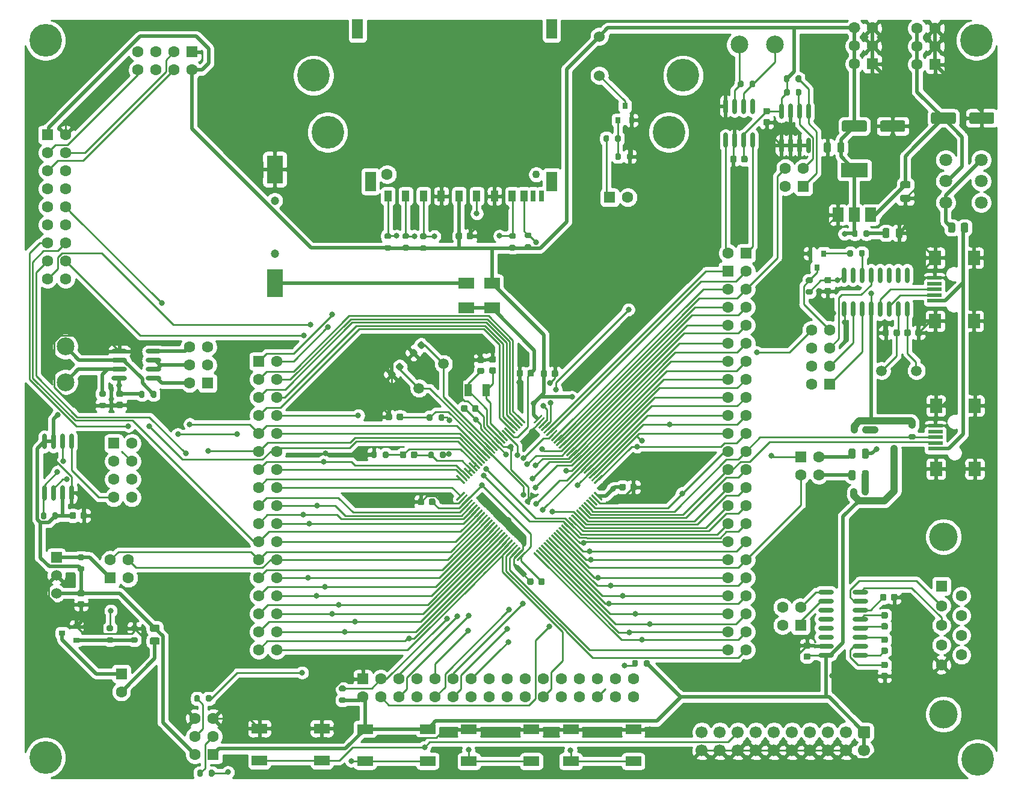
<source format=gbr>
%TF.GenerationSoftware,KiCad,Pcbnew,(5.1.10-1-10_14)*%
%TF.CreationDate,2021-07-27T16:47:55+08:00*%
%TF.ProjectId,mySTM32,6d795354-4d33-4322-9e6b-696361645f70,rev?*%
%TF.SameCoordinates,Original*%
%TF.FileFunction,Copper,L1,Top*%
%TF.FilePolarity,Positive*%
%FSLAX46Y46*%
G04 Gerber Fmt 4.6, Leading zero omitted, Abs format (unit mm)*
G04 Created by KiCad (PCBNEW (5.1.10-1-10_14)) date 2021-07-27 16:47:55*
%MOMM*%
%LPD*%
G01*
G04 APERTURE LIST*
%TA.AperFunction,SMDPad,CuDef*%
%ADD10R,3.800000X2.000000*%
%TD*%
%TA.AperFunction,SMDPad,CuDef*%
%ADD11R,1.500000X2.000000*%
%TD*%
%TA.AperFunction,SMDPad,CuDef*%
%ADD12R,2.200000X1.400000*%
%TD*%
%TA.AperFunction,ComponentPad*%
%ADD13C,1.600000*%
%TD*%
%TA.AperFunction,ComponentPad*%
%ADD14R,1.600000X1.600000*%
%TD*%
%TA.AperFunction,ComponentPad*%
%ADD15C,1.200000*%
%TD*%
%TA.AperFunction,SMDPad,CuDef*%
%ADD16R,2.300000X4.000000*%
%TD*%
%TA.AperFunction,ComponentPad*%
%ADD17C,1.524000*%
%TD*%
%TA.AperFunction,SMDPad,CuDef*%
%ADD18O,0.650000X2.200000*%
%TD*%
%TA.AperFunction,SMDPad,CuDef*%
%ADD19R,1.000000X1.800000*%
%TD*%
%TA.AperFunction,ComponentPad*%
%ADD20C,4.600000*%
%TD*%
%TA.AperFunction,SMDPad,CuDef*%
%ADD21R,2.200000X1.500000*%
%TD*%
%TA.AperFunction,ComponentPad*%
%ADD22C,1.500000*%
%TD*%
%TA.AperFunction,SMDPad,CuDef*%
%ADD23O,2.200000X0.650000*%
%TD*%
%TA.AperFunction,SMDPad,CuDef*%
%ADD24R,0.700000X1.600000*%
%TD*%
%TA.AperFunction,SMDPad,CuDef*%
%ADD25R,1.000000X1.600000*%
%TD*%
%TA.AperFunction,ComponentPad*%
%ADD26C,1.100000*%
%TD*%
%TA.AperFunction,SMDPad,CuDef*%
%ADD27R,1.500000X2.800000*%
%TD*%
%TA.AperFunction,ComponentPad*%
%ADD28C,1.800000*%
%TD*%
%TA.AperFunction,SMDPad,CuDef*%
%ADD29R,0.800000X0.900000*%
%TD*%
%TA.AperFunction,SMDPad,CuDef*%
%ADD30R,0.900000X0.800000*%
%TD*%
%TA.AperFunction,ComponentPad*%
%ADD31C,1.700000*%
%TD*%
%TA.AperFunction,SMDPad,CuDef*%
%ADD32R,1.700000X2.000000*%
%TD*%
%TA.AperFunction,SMDPad,CuDef*%
%ADD33R,2.000000X0.500000*%
%TD*%
%TA.AperFunction,ComponentPad*%
%ADD34C,4.000000*%
%TD*%
%TA.AperFunction,ComponentPad*%
%ADD35C,2.500000*%
%TD*%
%TA.AperFunction,ComponentPad*%
%ADD36R,1.524000X1.524000*%
%TD*%
%TA.AperFunction,ViaPad*%
%ADD37C,0.800000*%
%TD*%
%TA.AperFunction,Conductor*%
%ADD38C,0.508000*%
%TD*%
%TA.AperFunction,Conductor*%
%ADD39C,0.254000*%
%TD*%
%TA.AperFunction,Conductor*%
%ADD40C,1.000000*%
%TD*%
%TA.AperFunction,Conductor*%
%ADD41C,0.100000*%
%TD*%
G04 APERTURE END LIST*
D10*
%TO.P,U7,2*%
%TO.N,+3V3*%
X147320000Y-51764800D03*
D11*
X147320000Y-58064800D03*
%TO.P,U7,3*%
%TO.N,/5V*%
X149620000Y-58064800D03*
%TO.P,U7,1*%
%TO.N,GND*%
X145020000Y-58064800D03*
%TD*%
D12*
%TO.P,SW2,1*%
%TO.N,+3V3*%
X78467500Y-130490400D03*
X87267500Y-130490400D03*
%TO.P,SW2,2*%
%TO.N,/PA0*%
X87267500Y-134990400D03*
X78467500Y-134990400D03*
%TD*%
%TO.P,U9,1*%
%TO.N,/NRF_CSN*%
%TA.AperFunction,SMDPad,CuDef*%
G36*
G01*
X99796878Y-86337663D02*
X99902944Y-86231597D01*
G75*
G02*
X100009010Y-86231597I53033J-53033D01*
G01*
X101034314Y-87256901D01*
G75*
G02*
X101034314Y-87362967I-53033J-53033D01*
G01*
X100928248Y-87469033D01*
G75*
G02*
X100822182Y-87469033I-53033J53033D01*
G01*
X99796878Y-86443729D01*
G75*
G02*
X99796878Y-86337663I53033J53033D01*
G01*
G37*
%TD.AperFunction*%
%TO.P,U9,2*%
%TO.N,/OV_PE3*%
%TA.AperFunction,SMDPad,CuDef*%
G36*
G01*
X99443325Y-86691216D02*
X99549391Y-86585150D01*
G75*
G02*
X99655457Y-86585150I53033J-53033D01*
G01*
X100680761Y-87610454D01*
G75*
G02*
X100680761Y-87716520I-53033J-53033D01*
G01*
X100574695Y-87822586D01*
G75*
G02*
X100468629Y-87822586I-53033J53033D01*
G01*
X99443325Y-86797282D01*
G75*
G02*
X99443325Y-86691216I53033J53033D01*
G01*
G37*
%TD.AperFunction*%
%TO.P,U9,3*%
%TO.N,/OV_PE4*%
%TA.AperFunction,SMDPad,CuDef*%
G36*
G01*
X99089771Y-87044770D02*
X99195837Y-86938704D01*
G75*
G02*
X99301903Y-86938704I53033J-53033D01*
G01*
X100327207Y-87964008D01*
G75*
G02*
X100327207Y-88070074I-53033J-53033D01*
G01*
X100221141Y-88176140D01*
G75*
G02*
X100115075Y-88176140I-53033J53033D01*
G01*
X99089771Y-87150836D01*
G75*
G02*
X99089771Y-87044770I53033J53033D01*
G01*
G37*
%TD.AperFunction*%
%TO.P,U9,4*%
%TO.N,/OV_PE5*%
%TA.AperFunction,SMDPad,CuDef*%
G36*
G01*
X98736218Y-87398323D02*
X98842284Y-87292257D01*
G75*
G02*
X98948350Y-87292257I53033J-53033D01*
G01*
X99973654Y-88317561D01*
G75*
G02*
X99973654Y-88423627I-53033J-53033D01*
G01*
X99867588Y-88529693D01*
G75*
G02*
X99761522Y-88529693I-53033J53033D01*
G01*
X98736218Y-87504389D01*
G75*
G02*
X98736218Y-87398323I53033J53033D01*
G01*
G37*
%TD.AperFunction*%
%TO.P,U9,5*%
%TO.N,/OV_PE6*%
%TA.AperFunction,SMDPad,CuDef*%
G36*
G01*
X98382665Y-87751876D02*
X98488731Y-87645810D01*
G75*
G02*
X98594797Y-87645810I53033J-53033D01*
G01*
X99620101Y-88671114D01*
G75*
G02*
X99620101Y-88777180I-53033J-53033D01*
G01*
X99514035Y-88883246D01*
G75*
G02*
X99407969Y-88883246I-53033J53033D01*
G01*
X98382665Y-87857942D01*
G75*
G02*
X98382665Y-87751876I53033J53033D01*
G01*
G37*
%TD.AperFunction*%
%TO.P,U9,6*%
%TO.N,Net-(C28-Pad2)*%
%TA.AperFunction,SMDPad,CuDef*%
G36*
G01*
X98029111Y-88105430D02*
X98135177Y-87999364D01*
G75*
G02*
X98241243Y-87999364I53033J-53033D01*
G01*
X99266547Y-89024668D01*
G75*
G02*
X99266547Y-89130734I-53033J-53033D01*
G01*
X99160481Y-89236800D01*
G75*
G02*
X99054415Y-89236800I-53033J53033D01*
G01*
X98029111Y-88211496D01*
G75*
G02*
X98029111Y-88105430I53033J53033D01*
G01*
G37*
%TD.AperFunction*%
%TO.P,U9,7*%
%TO.N,/KEY1*%
%TA.AperFunction,SMDPad,CuDef*%
G36*
G01*
X97675558Y-88458983D02*
X97781624Y-88352917D01*
G75*
G02*
X97887690Y-88352917I53033J-53033D01*
G01*
X98912994Y-89378221D01*
G75*
G02*
X98912994Y-89484287I-53033J-53033D01*
G01*
X98806928Y-89590353D01*
G75*
G02*
X98700862Y-89590353I-53033J53033D01*
G01*
X97675558Y-88565049D01*
G75*
G02*
X97675558Y-88458983I53033J53033D01*
G01*
G37*
%TD.AperFunction*%
%TO.P,U9,8*%
%TO.N,Net-(C20-Pad2)*%
%TA.AperFunction,SMDPad,CuDef*%
G36*
G01*
X97322004Y-88812537D02*
X97428070Y-88706471D01*
G75*
G02*
X97534136Y-88706471I53033J-53033D01*
G01*
X98559440Y-89731775D01*
G75*
G02*
X98559440Y-89837841I-53033J-53033D01*
G01*
X98453374Y-89943907D01*
G75*
G02*
X98347308Y-89943907I-53033J53033D01*
G01*
X97322004Y-88918603D01*
G75*
G02*
X97322004Y-88812537I53033J53033D01*
G01*
G37*
%TD.AperFunction*%
%TO.P,U9,9*%
%TO.N,Net-(C21-Pad2)*%
%TA.AperFunction,SMDPad,CuDef*%
G36*
G01*
X96968451Y-89166090D02*
X97074517Y-89060024D01*
G75*
G02*
X97180583Y-89060024I53033J-53033D01*
G01*
X98205887Y-90085328D01*
G75*
G02*
X98205887Y-90191394I-53033J-53033D01*
G01*
X98099821Y-90297460D01*
G75*
G02*
X97993755Y-90297460I-53033J53033D01*
G01*
X96968451Y-89272156D01*
G75*
G02*
X96968451Y-89166090I53033J53033D01*
G01*
G37*
%TD.AperFunction*%
%TO.P,U9,10*%
%TO.N,GND*%
%TA.AperFunction,SMDPad,CuDef*%
G36*
G01*
X96614898Y-89519643D02*
X96720964Y-89413577D01*
G75*
G02*
X96827030Y-89413577I53033J-53033D01*
G01*
X97852334Y-90438881D01*
G75*
G02*
X97852334Y-90544947I-53033J-53033D01*
G01*
X97746268Y-90651013D01*
G75*
G02*
X97640202Y-90651013I-53033J53033D01*
G01*
X96614898Y-89625709D01*
G75*
G02*
X96614898Y-89519643I53033J53033D01*
G01*
G37*
%TD.AperFunction*%
%TO.P,U9,11*%
%TO.N,+3V3*%
%TA.AperFunction,SMDPad,CuDef*%
G36*
G01*
X96261344Y-89873197D02*
X96367410Y-89767131D01*
G75*
G02*
X96473476Y-89767131I53033J-53033D01*
G01*
X97498780Y-90792435D01*
G75*
G02*
X97498780Y-90898501I-53033J-53033D01*
G01*
X97392714Y-91004567D01*
G75*
G02*
X97286648Y-91004567I-53033J53033D01*
G01*
X96261344Y-89979263D01*
G75*
G02*
X96261344Y-89873197I53033J53033D01*
G01*
G37*
%TD.AperFunction*%
%TO.P,U9,12*%
%TO.N,Net-(C30-Pad2)*%
%TA.AperFunction,SMDPad,CuDef*%
G36*
G01*
X95907791Y-90226750D02*
X96013857Y-90120684D01*
G75*
G02*
X96119923Y-90120684I53033J-53033D01*
G01*
X97145227Y-91145988D01*
G75*
G02*
X97145227Y-91252054I-53033J-53033D01*
G01*
X97039161Y-91358120D01*
G75*
G02*
X96933095Y-91358120I-53033J53033D01*
G01*
X95907791Y-90332816D01*
G75*
G02*
X95907791Y-90226750I53033J53033D01*
G01*
G37*
%TD.AperFunction*%
%TO.P,U9,13*%
%TO.N,Net-(C29-Pad2)*%
%TA.AperFunction,SMDPad,CuDef*%
G36*
G01*
X95554237Y-90580303D02*
X95660303Y-90474237D01*
G75*
G02*
X95766369Y-90474237I53033J-53033D01*
G01*
X96791673Y-91499541D01*
G75*
G02*
X96791673Y-91605607I-53033J-53033D01*
G01*
X96685607Y-91711673D01*
G75*
G02*
X96579541Y-91711673I-53033J53033D01*
G01*
X95554237Y-90686369D01*
G75*
G02*
X95554237Y-90580303I53033J53033D01*
G01*
G37*
%TD.AperFunction*%
%TO.P,U9,14*%
%TO.N,/RESET*%
%TA.AperFunction,SMDPad,CuDef*%
G36*
G01*
X95200684Y-90933857D02*
X95306750Y-90827791D01*
G75*
G02*
X95412816Y-90827791I53033J-53033D01*
G01*
X96438120Y-91853095D01*
G75*
G02*
X96438120Y-91959161I-53033J-53033D01*
G01*
X96332054Y-92065227D01*
G75*
G02*
X96225988Y-92065227I-53033J53033D01*
G01*
X95200684Y-91039923D01*
G75*
G02*
X95200684Y-90933857I53033J53033D01*
G01*
G37*
%TD.AperFunction*%
%TO.P,U9,15*%
%TO.N,/OV_PC0*%
%TA.AperFunction,SMDPad,CuDef*%
G36*
G01*
X94847131Y-91287410D02*
X94953197Y-91181344D01*
G75*
G02*
X95059263Y-91181344I53033J-53033D01*
G01*
X96084567Y-92206648D01*
G75*
G02*
X96084567Y-92312714I-53033J-53033D01*
G01*
X95978501Y-92418780D01*
G75*
G02*
X95872435Y-92418780I-53033J53033D01*
G01*
X94847131Y-91393476D01*
G75*
G02*
X94847131Y-91287410I53033J53033D01*
G01*
G37*
%TD.AperFunction*%
%TO.P,U9,16*%
%TO.N,/OV_PC1*%
%TA.AperFunction,SMDPad,CuDef*%
G36*
G01*
X94493577Y-91640964D02*
X94599643Y-91534898D01*
G75*
G02*
X94705709Y-91534898I53033J-53033D01*
G01*
X95731013Y-92560202D01*
G75*
G02*
X95731013Y-92666268I-53033J-53033D01*
G01*
X95624947Y-92772334D01*
G75*
G02*
X95518881Y-92772334I-53033J53033D01*
G01*
X94493577Y-91747030D01*
G75*
G02*
X94493577Y-91640964I53033J53033D01*
G01*
G37*
%TD.AperFunction*%
%TO.P,U9,17*%
%TO.N,/OV_PC2*%
%TA.AperFunction,SMDPad,CuDef*%
G36*
G01*
X94140024Y-91994517D02*
X94246090Y-91888451D01*
G75*
G02*
X94352156Y-91888451I53033J-53033D01*
G01*
X95377460Y-92913755D01*
G75*
G02*
X95377460Y-93019821I-53033J-53033D01*
G01*
X95271394Y-93125887D01*
G75*
G02*
X95165328Y-93125887I-53033J53033D01*
G01*
X94140024Y-92100583D01*
G75*
G02*
X94140024Y-91994517I53033J53033D01*
G01*
G37*
%TD.AperFunction*%
%TO.P,U9,18*%
%TO.N,/OV_PC3*%
%TA.AperFunction,SMDPad,CuDef*%
G36*
G01*
X93786471Y-92348070D02*
X93892537Y-92242004D01*
G75*
G02*
X93998603Y-92242004I53033J-53033D01*
G01*
X95023907Y-93267308D01*
G75*
G02*
X95023907Y-93373374I-53033J-53033D01*
G01*
X94917841Y-93479440D01*
G75*
G02*
X94811775Y-93479440I-53033J53033D01*
G01*
X93786471Y-92454136D01*
G75*
G02*
X93786471Y-92348070I53033J53033D01*
G01*
G37*
%TD.AperFunction*%
%TO.P,U9,19*%
%TO.N,GNDA*%
%TA.AperFunction,SMDPad,CuDef*%
G36*
G01*
X93432917Y-92701624D02*
X93538983Y-92595558D01*
G75*
G02*
X93645049Y-92595558I53033J-53033D01*
G01*
X94670353Y-93620862D01*
G75*
G02*
X94670353Y-93726928I-53033J-53033D01*
G01*
X94564287Y-93832994D01*
G75*
G02*
X94458221Y-93832994I-53033J53033D01*
G01*
X93432917Y-92807690D01*
G75*
G02*
X93432917Y-92701624I53033J53033D01*
G01*
G37*
%TD.AperFunction*%
%TO.P,U9,20*%
%TA.AperFunction,SMDPad,CuDef*%
G36*
G01*
X93079364Y-93055177D02*
X93185430Y-92949111D01*
G75*
G02*
X93291496Y-92949111I53033J-53033D01*
G01*
X94316800Y-93974415D01*
G75*
G02*
X94316800Y-94080481I-53033J-53033D01*
G01*
X94210734Y-94186547D01*
G75*
G02*
X94104668Y-94186547I-53033J53033D01*
G01*
X93079364Y-93161243D01*
G75*
G02*
X93079364Y-93055177I53033J53033D01*
G01*
G37*
%TD.AperFunction*%
%TO.P,U9,21*%
%TO.N,/V3.3V*%
%TA.AperFunction,SMDPad,CuDef*%
G36*
G01*
X92725810Y-93408731D02*
X92831876Y-93302665D01*
G75*
G02*
X92937942Y-93302665I53033J-53033D01*
G01*
X93963246Y-94327969D01*
G75*
G02*
X93963246Y-94434035I-53033J-53033D01*
G01*
X93857180Y-94540101D01*
G75*
G02*
X93751114Y-94540101I-53033J53033D01*
G01*
X92725810Y-93514797D01*
G75*
G02*
X92725810Y-93408731I53033J53033D01*
G01*
G37*
%TD.AperFunction*%
%TO.P,U9,22*%
%TA.AperFunction,SMDPad,CuDef*%
G36*
G01*
X92372257Y-93762284D02*
X92478323Y-93656218D01*
G75*
G02*
X92584389Y-93656218I53033J-53033D01*
G01*
X93609693Y-94681522D01*
G75*
G02*
X93609693Y-94787588I-53033J-53033D01*
G01*
X93503627Y-94893654D01*
G75*
G02*
X93397561Y-94893654I-53033J53033D01*
G01*
X92372257Y-93868350D01*
G75*
G02*
X92372257Y-93762284I53033J53033D01*
G01*
G37*
%TD.AperFunction*%
%TO.P,U9,23*%
%TO.N,/PA0*%
%TA.AperFunction,SMDPad,CuDef*%
G36*
G01*
X92018704Y-94115837D02*
X92124770Y-94009771D01*
G75*
G02*
X92230836Y-94009771I53033J-53033D01*
G01*
X93256140Y-95035075D01*
G75*
G02*
X93256140Y-95141141I-53033J-53033D01*
G01*
X93150074Y-95247207D01*
G75*
G02*
X93044008Y-95247207I-53033J53033D01*
G01*
X92018704Y-94221903D01*
G75*
G02*
X92018704Y-94115837I53033J53033D01*
G01*
G37*
%TD.AperFunction*%
%TO.P,U9,24*%
%TO.N,/PA1*%
%TA.AperFunction,SMDPad,CuDef*%
G36*
G01*
X91665150Y-94469391D02*
X91771216Y-94363325D01*
G75*
G02*
X91877282Y-94363325I53033J-53033D01*
G01*
X92902586Y-95388629D01*
G75*
G02*
X92902586Y-95494695I-53033J-53033D01*
G01*
X92796520Y-95600761D01*
G75*
G02*
X92690454Y-95600761I-53033J53033D01*
G01*
X91665150Y-94575457D01*
G75*
G02*
X91665150Y-94469391I53033J53033D01*
G01*
G37*
%TD.AperFunction*%
%TO.P,U9,25*%
%TO.N,/PA2*%
%TA.AperFunction,SMDPad,CuDef*%
G36*
G01*
X91311597Y-94822944D02*
X91417663Y-94716878D01*
G75*
G02*
X91523729Y-94716878I53033J-53033D01*
G01*
X92549033Y-95742182D01*
G75*
G02*
X92549033Y-95848248I-53033J-53033D01*
G01*
X92442967Y-95954314D01*
G75*
G02*
X92336901Y-95954314I-53033J53033D01*
G01*
X91311597Y-94929010D01*
G75*
G02*
X91311597Y-94822944I53033J53033D01*
G01*
G37*
%TD.AperFunction*%
%TO.P,U9,26*%
%TO.N,/PA3*%
%TA.AperFunction,SMDPad,CuDef*%
G36*
G01*
X91311597Y-98110990D02*
X92336901Y-97085686D01*
G75*
G02*
X92442967Y-97085686I53033J-53033D01*
G01*
X92549033Y-97191752D01*
G75*
G02*
X92549033Y-97297818I-53033J-53033D01*
G01*
X91523729Y-98323122D01*
G75*
G02*
X91417663Y-98323122I-53033J53033D01*
G01*
X91311597Y-98217056D01*
G75*
G02*
X91311597Y-98110990I53033J53033D01*
G01*
G37*
%TD.AperFunction*%
%TO.P,U9,27*%
%TO.N,GND*%
%TA.AperFunction,SMDPad,CuDef*%
G36*
G01*
X91665150Y-98464543D02*
X92690454Y-97439239D01*
G75*
G02*
X92796520Y-97439239I53033J-53033D01*
G01*
X92902586Y-97545305D01*
G75*
G02*
X92902586Y-97651371I-53033J-53033D01*
G01*
X91877282Y-98676675D01*
G75*
G02*
X91771216Y-98676675I-53033J53033D01*
G01*
X91665150Y-98570609D01*
G75*
G02*
X91665150Y-98464543I53033J53033D01*
G01*
G37*
%TD.AperFunction*%
%TO.P,U9,28*%
%TO.N,+3V3*%
%TA.AperFunction,SMDPad,CuDef*%
G36*
G01*
X92018704Y-98818097D02*
X93044008Y-97792793D01*
G75*
G02*
X93150074Y-97792793I53033J-53033D01*
G01*
X93256140Y-97898859D01*
G75*
G02*
X93256140Y-98004925I-53033J-53033D01*
G01*
X92230836Y-99030229D01*
G75*
G02*
X92124770Y-99030229I-53033J53033D01*
G01*
X92018704Y-98924163D01*
G75*
G02*
X92018704Y-98818097I53033J53033D01*
G01*
G37*
%TD.AperFunction*%
%TO.P,U9,29*%
%TO.N,/PA4*%
%TA.AperFunction,SMDPad,CuDef*%
G36*
G01*
X92372257Y-99171650D02*
X93397561Y-98146346D01*
G75*
G02*
X93503627Y-98146346I53033J-53033D01*
G01*
X93609693Y-98252412D01*
G75*
G02*
X93609693Y-98358478I-53033J-53033D01*
G01*
X92584389Y-99383782D01*
G75*
G02*
X92478323Y-99383782I-53033J53033D01*
G01*
X92372257Y-99277716D01*
G75*
G02*
X92372257Y-99171650I53033J53033D01*
G01*
G37*
%TD.AperFunction*%
%TO.P,U9,30*%
%TO.N,/PA5*%
%TA.AperFunction,SMDPad,CuDef*%
G36*
G01*
X92725810Y-99525203D02*
X93751114Y-98499899D01*
G75*
G02*
X93857180Y-98499899I53033J-53033D01*
G01*
X93963246Y-98605965D01*
G75*
G02*
X93963246Y-98712031I-53033J-53033D01*
G01*
X92937942Y-99737335D01*
G75*
G02*
X92831876Y-99737335I-53033J53033D01*
G01*
X92725810Y-99631269D01*
G75*
G02*
X92725810Y-99525203I53033J53033D01*
G01*
G37*
%TD.AperFunction*%
%TO.P,U9,31*%
%TO.N,/PA6*%
%TA.AperFunction,SMDPad,CuDef*%
G36*
G01*
X93079364Y-99878757D02*
X94104668Y-98853453D01*
G75*
G02*
X94210734Y-98853453I53033J-53033D01*
G01*
X94316800Y-98959519D01*
G75*
G02*
X94316800Y-99065585I-53033J-53033D01*
G01*
X93291496Y-100090889D01*
G75*
G02*
X93185430Y-100090889I-53033J53033D01*
G01*
X93079364Y-99984823D01*
G75*
G02*
X93079364Y-99878757I53033J53033D01*
G01*
G37*
%TD.AperFunction*%
%TO.P,U9,32*%
%TO.N,/PA7*%
%TA.AperFunction,SMDPad,CuDef*%
G36*
G01*
X93432917Y-100232310D02*
X94458221Y-99207006D01*
G75*
G02*
X94564287Y-99207006I53033J-53033D01*
G01*
X94670353Y-99313072D01*
G75*
G02*
X94670353Y-99419138I-53033J-53033D01*
G01*
X93645049Y-100444442D01*
G75*
G02*
X93538983Y-100444442I-53033J53033D01*
G01*
X93432917Y-100338376D01*
G75*
G02*
X93432917Y-100232310I53033J53033D01*
G01*
G37*
%TD.AperFunction*%
%TO.P,U9,33*%
%TO.N,/OV_PC4*%
%TA.AperFunction,SMDPad,CuDef*%
G36*
G01*
X93786471Y-100585864D02*
X94811775Y-99560560D01*
G75*
G02*
X94917841Y-99560560I53033J-53033D01*
G01*
X95023907Y-99666626D01*
G75*
G02*
X95023907Y-99772692I-53033J-53033D01*
G01*
X93998603Y-100797996D01*
G75*
G02*
X93892537Y-100797996I-53033J53033D01*
G01*
X93786471Y-100691930D01*
G75*
G02*
X93786471Y-100585864I53033J53033D01*
G01*
G37*
%TD.AperFunction*%
%TO.P,U9,34*%
%TO.N,/OV_PC5*%
%TA.AperFunction,SMDPad,CuDef*%
G36*
G01*
X94140024Y-100939417D02*
X95165328Y-99914113D01*
G75*
G02*
X95271394Y-99914113I53033J-53033D01*
G01*
X95377460Y-100020179D01*
G75*
G02*
X95377460Y-100126245I-53033J-53033D01*
G01*
X94352156Y-101151549D01*
G75*
G02*
X94246090Y-101151549I-53033J53033D01*
G01*
X94140024Y-101045483D01*
G75*
G02*
X94140024Y-100939417I53033J53033D01*
G01*
G37*
%TD.AperFunction*%
%TO.P,U9,35*%
%TO.N,/PB0*%
%TA.AperFunction,SMDPad,CuDef*%
G36*
G01*
X94493577Y-101292970D02*
X95518881Y-100267666D01*
G75*
G02*
X95624947Y-100267666I53033J-53033D01*
G01*
X95731013Y-100373732D01*
G75*
G02*
X95731013Y-100479798I-53033J-53033D01*
G01*
X94705709Y-101505102D01*
G75*
G02*
X94599643Y-101505102I-53033J53033D01*
G01*
X94493577Y-101399036D01*
G75*
G02*
X94493577Y-101292970I53033J53033D01*
G01*
G37*
%TD.AperFunction*%
%TO.P,U9,36*%
%TO.N,/PB1*%
%TA.AperFunction,SMDPad,CuDef*%
G36*
G01*
X94847131Y-101646524D02*
X95872435Y-100621220D01*
G75*
G02*
X95978501Y-100621220I53033J-53033D01*
G01*
X96084567Y-100727286D01*
G75*
G02*
X96084567Y-100833352I-53033J-53033D01*
G01*
X95059263Y-101858656D01*
G75*
G02*
X94953197Y-101858656I-53033J53033D01*
G01*
X94847131Y-101752590D01*
G75*
G02*
X94847131Y-101646524I53033J53033D01*
G01*
G37*
%TD.AperFunction*%
%TO.P,U9,37*%
%TO.N,/BOOT1*%
%TA.AperFunction,SMDPad,CuDef*%
G36*
G01*
X95200684Y-102000077D02*
X96225988Y-100974773D01*
G75*
G02*
X96332054Y-100974773I53033J-53033D01*
G01*
X96438120Y-101080839D01*
G75*
G02*
X96438120Y-101186905I-53033J-53033D01*
G01*
X95412816Y-102212209D01*
G75*
G02*
X95306750Y-102212209I-53033J53033D01*
G01*
X95200684Y-102106143D01*
G75*
G02*
X95200684Y-102000077I53033J53033D01*
G01*
G37*
%TD.AperFunction*%
%TO.P,U9,38*%
%TO.N,/DB4*%
%TA.AperFunction,SMDPad,CuDef*%
G36*
G01*
X95554237Y-102353631D02*
X96579541Y-101328327D01*
G75*
G02*
X96685607Y-101328327I53033J-53033D01*
G01*
X96791673Y-101434393D01*
G75*
G02*
X96791673Y-101540459I-53033J-53033D01*
G01*
X95766369Y-102565763D01*
G75*
G02*
X95660303Y-102565763I-53033J53033D01*
G01*
X95554237Y-102459697D01*
G75*
G02*
X95554237Y-102353631I53033J53033D01*
G01*
G37*
%TD.AperFunction*%
%TO.P,U9,39*%
%TO.N,/DB5*%
%TA.AperFunction,SMDPad,CuDef*%
G36*
G01*
X95907791Y-102707184D02*
X96933095Y-101681880D01*
G75*
G02*
X97039161Y-101681880I53033J-53033D01*
G01*
X97145227Y-101787946D01*
G75*
G02*
X97145227Y-101894012I-53033J-53033D01*
G01*
X96119923Y-102919316D01*
G75*
G02*
X96013857Y-102919316I-53033J53033D01*
G01*
X95907791Y-102813250D01*
G75*
G02*
X95907791Y-102707184I53033J53033D01*
G01*
G37*
%TD.AperFunction*%
%TO.P,U9,40*%
%TO.N,/DB6*%
%TA.AperFunction,SMDPad,CuDef*%
G36*
G01*
X96261344Y-103060737D02*
X97286648Y-102035433D01*
G75*
G02*
X97392714Y-102035433I53033J-53033D01*
G01*
X97498780Y-102141499D01*
G75*
G02*
X97498780Y-102247565I-53033J-53033D01*
G01*
X96473476Y-103272869D01*
G75*
G02*
X96367410Y-103272869I-53033J53033D01*
G01*
X96261344Y-103166803D01*
G75*
G02*
X96261344Y-103060737I53033J53033D01*
G01*
G37*
%TD.AperFunction*%
%TO.P,U9,41*%
%TO.N,/DB7*%
%TA.AperFunction,SMDPad,CuDef*%
G36*
G01*
X96614898Y-103414291D02*
X97640202Y-102388987D01*
G75*
G02*
X97746268Y-102388987I53033J-53033D01*
G01*
X97852334Y-102495053D01*
G75*
G02*
X97852334Y-102601119I-53033J-53033D01*
G01*
X96827030Y-103626423D01*
G75*
G02*
X96720964Y-103626423I-53033J53033D01*
G01*
X96614898Y-103520357D01*
G75*
G02*
X96614898Y-103414291I53033J53033D01*
G01*
G37*
%TD.AperFunction*%
%TO.P,U9,42*%
%TO.N,/DB8*%
%TA.AperFunction,SMDPad,CuDef*%
G36*
G01*
X96968451Y-103767844D02*
X97993755Y-102742540D01*
G75*
G02*
X98099821Y-102742540I53033J-53033D01*
G01*
X98205887Y-102848606D01*
G75*
G02*
X98205887Y-102954672I-53033J-53033D01*
G01*
X97180583Y-103979976D01*
G75*
G02*
X97074517Y-103979976I-53033J53033D01*
G01*
X96968451Y-103873910D01*
G75*
G02*
X96968451Y-103767844I53033J53033D01*
G01*
G37*
%TD.AperFunction*%
%TO.P,U9,43*%
%TO.N,/DB9*%
%TA.AperFunction,SMDPad,CuDef*%
G36*
G01*
X97322004Y-104121397D02*
X98347308Y-103096093D01*
G75*
G02*
X98453374Y-103096093I53033J-53033D01*
G01*
X98559440Y-103202159D01*
G75*
G02*
X98559440Y-103308225I-53033J-53033D01*
G01*
X97534136Y-104333529D01*
G75*
G02*
X97428070Y-104333529I-53033J53033D01*
G01*
X97322004Y-104227463D01*
G75*
G02*
X97322004Y-104121397I53033J53033D01*
G01*
G37*
%TD.AperFunction*%
%TO.P,U9,44*%
%TO.N,/DB10*%
%TA.AperFunction,SMDPad,CuDef*%
G36*
G01*
X97675558Y-104474951D02*
X98700862Y-103449647D01*
G75*
G02*
X98806928Y-103449647I53033J-53033D01*
G01*
X98912994Y-103555713D01*
G75*
G02*
X98912994Y-103661779I-53033J-53033D01*
G01*
X97887690Y-104687083D01*
G75*
G02*
X97781624Y-104687083I-53033J53033D01*
G01*
X97675558Y-104581017D01*
G75*
G02*
X97675558Y-104474951I53033J53033D01*
G01*
G37*
%TD.AperFunction*%
%TO.P,U9,45*%
%TO.N,/DB11*%
%TA.AperFunction,SMDPad,CuDef*%
G36*
G01*
X98029111Y-104828504D02*
X99054415Y-103803200D01*
G75*
G02*
X99160481Y-103803200I53033J-53033D01*
G01*
X99266547Y-103909266D01*
G75*
G02*
X99266547Y-104015332I-53033J-53033D01*
G01*
X98241243Y-105040636D01*
G75*
G02*
X98135177Y-105040636I-53033J53033D01*
G01*
X98029111Y-104934570D01*
G75*
G02*
X98029111Y-104828504I53033J53033D01*
G01*
G37*
%TD.AperFunction*%
%TO.P,U9,46*%
%TO.N,/DB12*%
%TA.AperFunction,SMDPad,CuDef*%
G36*
G01*
X98382665Y-105182058D02*
X99407969Y-104156754D01*
G75*
G02*
X99514035Y-104156754I53033J-53033D01*
G01*
X99620101Y-104262820D01*
G75*
G02*
X99620101Y-104368886I-53033J-53033D01*
G01*
X98594797Y-105394190D01*
G75*
G02*
X98488731Y-105394190I-53033J53033D01*
G01*
X98382665Y-105288124D01*
G75*
G02*
X98382665Y-105182058I53033J53033D01*
G01*
G37*
%TD.AperFunction*%
%TO.P,U9,47*%
%TO.N,/PB10*%
%TA.AperFunction,SMDPad,CuDef*%
G36*
G01*
X98736218Y-105535611D02*
X99761522Y-104510307D01*
G75*
G02*
X99867588Y-104510307I53033J-53033D01*
G01*
X99973654Y-104616373D01*
G75*
G02*
X99973654Y-104722439I-53033J-53033D01*
G01*
X98948350Y-105747743D01*
G75*
G02*
X98842284Y-105747743I-53033J53033D01*
G01*
X98736218Y-105641677D01*
G75*
G02*
X98736218Y-105535611I53033J53033D01*
G01*
G37*
%TD.AperFunction*%
%TO.P,U9,48*%
%TO.N,/PB11*%
%TA.AperFunction,SMDPad,CuDef*%
G36*
G01*
X99089771Y-105889164D02*
X100115075Y-104863860D01*
G75*
G02*
X100221141Y-104863860I53033J-53033D01*
G01*
X100327207Y-104969926D01*
G75*
G02*
X100327207Y-105075992I-53033J-53033D01*
G01*
X99301903Y-106101296D01*
G75*
G02*
X99195837Y-106101296I-53033J53033D01*
G01*
X99089771Y-105995230D01*
G75*
G02*
X99089771Y-105889164I53033J53033D01*
G01*
G37*
%TD.AperFunction*%
%TO.P,U9,49*%
%TO.N,GND*%
%TA.AperFunction,SMDPad,CuDef*%
G36*
G01*
X99443325Y-106242718D02*
X100468629Y-105217414D01*
G75*
G02*
X100574695Y-105217414I53033J-53033D01*
G01*
X100680761Y-105323480D01*
G75*
G02*
X100680761Y-105429546I-53033J-53033D01*
G01*
X99655457Y-106454850D01*
G75*
G02*
X99549391Y-106454850I-53033J53033D01*
G01*
X99443325Y-106348784D01*
G75*
G02*
X99443325Y-106242718I53033J53033D01*
G01*
G37*
%TD.AperFunction*%
%TO.P,U9,50*%
%TO.N,+3V3*%
%TA.AperFunction,SMDPad,CuDef*%
G36*
G01*
X99796878Y-106596271D02*
X100822182Y-105570967D01*
G75*
G02*
X100928248Y-105570967I53033J-53033D01*
G01*
X101034314Y-105677033D01*
G75*
G02*
X101034314Y-105783099I-53033J-53033D01*
G01*
X100009010Y-106808403D01*
G75*
G02*
X99902944Y-106808403I-53033J53033D01*
G01*
X99796878Y-106702337D01*
G75*
G02*
X99796878Y-106596271I53033J53033D01*
G01*
G37*
%TD.AperFunction*%
%TO.P,U9,51*%
%TO.N,/PB12*%
%TA.AperFunction,SMDPad,CuDef*%
G36*
G01*
X102165686Y-105677033D02*
X102271752Y-105570967D01*
G75*
G02*
X102377818Y-105570967I53033J-53033D01*
G01*
X103403122Y-106596271D01*
G75*
G02*
X103403122Y-106702337I-53033J-53033D01*
G01*
X103297056Y-106808403D01*
G75*
G02*
X103190990Y-106808403I-53033J53033D01*
G01*
X102165686Y-105783099D01*
G75*
G02*
X102165686Y-105677033I53033J53033D01*
G01*
G37*
%TD.AperFunction*%
%TO.P,U9,52*%
%TO.N,/PB13*%
%TA.AperFunction,SMDPad,CuDef*%
G36*
G01*
X102519239Y-105323480D02*
X102625305Y-105217414D01*
G75*
G02*
X102731371Y-105217414I53033J-53033D01*
G01*
X103756675Y-106242718D01*
G75*
G02*
X103756675Y-106348784I-53033J-53033D01*
G01*
X103650609Y-106454850D01*
G75*
G02*
X103544543Y-106454850I-53033J53033D01*
G01*
X102519239Y-105429546D01*
G75*
G02*
X102519239Y-105323480I53033J53033D01*
G01*
G37*
%TD.AperFunction*%
%TO.P,U9,53*%
%TO.N,/PB14*%
%TA.AperFunction,SMDPad,CuDef*%
G36*
G01*
X102872793Y-104969926D02*
X102978859Y-104863860D01*
G75*
G02*
X103084925Y-104863860I53033J-53033D01*
G01*
X104110229Y-105889164D01*
G75*
G02*
X104110229Y-105995230I-53033J-53033D01*
G01*
X104004163Y-106101296D01*
G75*
G02*
X103898097Y-106101296I-53033J53033D01*
G01*
X102872793Y-105075992D01*
G75*
G02*
X102872793Y-104969926I53033J53033D01*
G01*
G37*
%TD.AperFunction*%
%TO.P,U9,54*%
%TO.N,/PB15*%
%TA.AperFunction,SMDPad,CuDef*%
G36*
G01*
X103226346Y-104616373D02*
X103332412Y-104510307D01*
G75*
G02*
X103438478Y-104510307I53033J-53033D01*
G01*
X104463782Y-105535611D01*
G75*
G02*
X104463782Y-105641677I-53033J-53033D01*
G01*
X104357716Y-105747743D01*
G75*
G02*
X104251650Y-105747743I-53033J53033D01*
G01*
X103226346Y-104722439D01*
G75*
G02*
X103226346Y-104616373I53033J53033D01*
G01*
G37*
%TD.AperFunction*%
%TO.P,U9,55*%
%TO.N,/DB13*%
%TA.AperFunction,SMDPad,CuDef*%
G36*
G01*
X103579899Y-104262820D02*
X103685965Y-104156754D01*
G75*
G02*
X103792031Y-104156754I53033J-53033D01*
G01*
X104817335Y-105182058D01*
G75*
G02*
X104817335Y-105288124I-53033J-53033D01*
G01*
X104711269Y-105394190D01*
G75*
G02*
X104605203Y-105394190I-53033J53033D01*
G01*
X103579899Y-104368886D01*
G75*
G02*
X103579899Y-104262820I53033J53033D01*
G01*
G37*
%TD.AperFunction*%
%TO.P,U9,56*%
%TO.N,/DB14*%
%TA.AperFunction,SMDPad,CuDef*%
G36*
G01*
X103933453Y-103909266D02*
X104039519Y-103803200D01*
G75*
G02*
X104145585Y-103803200I53033J-53033D01*
G01*
X105170889Y-104828504D01*
G75*
G02*
X105170889Y-104934570I-53033J-53033D01*
G01*
X105064823Y-105040636D01*
G75*
G02*
X104958757Y-105040636I-53033J53033D01*
G01*
X103933453Y-104015332D01*
G75*
G02*
X103933453Y-103909266I53033J53033D01*
G01*
G37*
%TD.AperFunction*%
%TO.P,U9,57*%
%TO.N,/DB15*%
%TA.AperFunction,SMDPad,CuDef*%
G36*
G01*
X104287006Y-103555713D02*
X104393072Y-103449647D01*
G75*
G02*
X104499138Y-103449647I53033J-53033D01*
G01*
X105524442Y-104474951D01*
G75*
G02*
X105524442Y-104581017I-53033J-53033D01*
G01*
X105418376Y-104687083D01*
G75*
G02*
X105312310Y-104687083I-53033J53033D01*
G01*
X104287006Y-103661779D01*
G75*
G02*
X104287006Y-103555713I53033J53033D01*
G01*
G37*
%TD.AperFunction*%
%TO.P,U9,58*%
%TO.N,/FSMC_A16*%
%TA.AperFunction,SMDPad,CuDef*%
G36*
G01*
X104640560Y-103202159D02*
X104746626Y-103096093D01*
G75*
G02*
X104852692Y-103096093I53033J-53033D01*
G01*
X105877996Y-104121397D01*
G75*
G02*
X105877996Y-104227463I-53033J-53033D01*
G01*
X105771930Y-104333529D01*
G75*
G02*
X105665864Y-104333529I-53033J53033D01*
G01*
X104640560Y-103308225D01*
G75*
G02*
X104640560Y-103202159I53033J53033D01*
G01*
G37*
%TD.AperFunction*%
%TO.P,U9,59*%
%TO.N,/LED2*%
%TA.AperFunction,SMDPad,CuDef*%
G36*
G01*
X104994113Y-102848606D02*
X105100179Y-102742540D01*
G75*
G02*
X105206245Y-102742540I53033J-53033D01*
G01*
X106231549Y-103767844D01*
G75*
G02*
X106231549Y-103873910I-53033J-53033D01*
G01*
X106125483Y-103979976D01*
G75*
G02*
X106019417Y-103979976I-53033J53033D01*
G01*
X104994113Y-102954672D01*
G75*
G02*
X104994113Y-102848606I53033J53033D01*
G01*
G37*
%TD.AperFunction*%
%TO.P,U9,60*%
%TO.N,/PD13*%
%TA.AperFunction,SMDPad,CuDef*%
G36*
G01*
X105347666Y-102495053D02*
X105453732Y-102388987D01*
G75*
G02*
X105559798Y-102388987I53033J-53033D01*
G01*
X106585102Y-103414291D01*
G75*
G02*
X106585102Y-103520357I-53033J-53033D01*
G01*
X106479036Y-103626423D01*
G75*
G02*
X106372970Y-103626423I-53033J53033D01*
G01*
X105347666Y-102601119D01*
G75*
G02*
X105347666Y-102495053I53033J53033D01*
G01*
G37*
%TD.AperFunction*%
%TO.P,U9,61*%
%TO.N,/DB0*%
%TA.AperFunction,SMDPad,CuDef*%
G36*
G01*
X105701220Y-102141499D02*
X105807286Y-102035433D01*
G75*
G02*
X105913352Y-102035433I53033J-53033D01*
G01*
X106938656Y-103060737D01*
G75*
G02*
X106938656Y-103166803I-53033J-53033D01*
G01*
X106832590Y-103272869D01*
G75*
G02*
X106726524Y-103272869I-53033J53033D01*
G01*
X105701220Y-102247565D01*
G75*
G02*
X105701220Y-102141499I53033J53033D01*
G01*
G37*
%TD.AperFunction*%
%TO.P,U9,62*%
%TO.N,/DB1*%
%TA.AperFunction,SMDPad,CuDef*%
G36*
G01*
X106054773Y-101787946D02*
X106160839Y-101681880D01*
G75*
G02*
X106266905Y-101681880I53033J-53033D01*
G01*
X107292209Y-102707184D01*
G75*
G02*
X107292209Y-102813250I-53033J-53033D01*
G01*
X107186143Y-102919316D01*
G75*
G02*
X107080077Y-102919316I-53033J53033D01*
G01*
X106054773Y-101894012D01*
G75*
G02*
X106054773Y-101787946I53033J53033D01*
G01*
G37*
%TD.AperFunction*%
%TO.P,U9,63*%
%TO.N,/OV_PC6*%
%TA.AperFunction,SMDPad,CuDef*%
G36*
G01*
X106408327Y-101434393D02*
X106514393Y-101328327D01*
G75*
G02*
X106620459Y-101328327I53033J-53033D01*
G01*
X107645763Y-102353631D01*
G75*
G02*
X107645763Y-102459697I-53033J-53033D01*
G01*
X107539697Y-102565763D01*
G75*
G02*
X107433631Y-102565763I-53033J53033D01*
G01*
X106408327Y-101540459D01*
G75*
G02*
X106408327Y-101434393I53033J53033D01*
G01*
G37*
%TD.AperFunction*%
%TO.P,U9,64*%
%TO.N,/OV_PC7*%
%TA.AperFunction,SMDPad,CuDef*%
G36*
G01*
X106761880Y-101080839D02*
X106867946Y-100974773D01*
G75*
G02*
X106974012Y-100974773I53033J-53033D01*
G01*
X107999316Y-102000077D01*
G75*
G02*
X107999316Y-102106143I-53033J-53033D01*
G01*
X107893250Y-102212209D01*
G75*
G02*
X107787184Y-102212209I-53033J53033D01*
G01*
X106761880Y-101186905D01*
G75*
G02*
X106761880Y-101080839I53033J53033D01*
G01*
G37*
%TD.AperFunction*%
%TO.P,U9,65*%
%TO.N,/PC8*%
%TA.AperFunction,SMDPad,CuDef*%
G36*
G01*
X107115433Y-100727286D02*
X107221499Y-100621220D01*
G75*
G02*
X107327565Y-100621220I53033J-53033D01*
G01*
X108352869Y-101646524D01*
G75*
G02*
X108352869Y-101752590I-53033J-53033D01*
G01*
X108246803Y-101858656D01*
G75*
G02*
X108140737Y-101858656I-53033J53033D01*
G01*
X107115433Y-100833352D01*
G75*
G02*
X107115433Y-100727286I53033J53033D01*
G01*
G37*
%TD.AperFunction*%
%TO.P,U9,66*%
%TO.N,/PC9*%
%TA.AperFunction,SMDPad,CuDef*%
G36*
G01*
X107468987Y-100373732D02*
X107575053Y-100267666D01*
G75*
G02*
X107681119Y-100267666I53033J-53033D01*
G01*
X108706423Y-101292970D01*
G75*
G02*
X108706423Y-101399036I-53033J-53033D01*
G01*
X108600357Y-101505102D01*
G75*
G02*
X108494291Y-101505102I-53033J53033D01*
G01*
X107468987Y-100479798D01*
G75*
G02*
X107468987Y-100373732I53033J53033D01*
G01*
G37*
%TD.AperFunction*%
%TO.P,U9,67*%
%TO.N,/BL_CTR*%
%TA.AperFunction,SMDPad,CuDef*%
G36*
G01*
X107822540Y-100020179D02*
X107928606Y-99914113D01*
G75*
G02*
X108034672Y-99914113I53033J-53033D01*
G01*
X109059976Y-100939417D01*
G75*
G02*
X109059976Y-101045483I-53033J-53033D01*
G01*
X108953910Y-101151549D01*
G75*
G02*
X108847844Y-101151549I-53033J53033D01*
G01*
X107822540Y-100126245D01*
G75*
G02*
X107822540Y-100020179I53033J53033D01*
G01*
G37*
%TD.AperFunction*%
%TO.P,U9,68*%
%TO.N,/PA9*%
%TA.AperFunction,SMDPad,CuDef*%
G36*
G01*
X108176093Y-99666626D02*
X108282159Y-99560560D01*
G75*
G02*
X108388225Y-99560560I53033J-53033D01*
G01*
X109413529Y-100585864D01*
G75*
G02*
X109413529Y-100691930I-53033J-53033D01*
G01*
X109307463Y-100797996D01*
G75*
G02*
X109201397Y-100797996I-53033J53033D01*
G01*
X108176093Y-99772692D01*
G75*
G02*
X108176093Y-99666626I53033J53033D01*
G01*
G37*
%TD.AperFunction*%
%TO.P,U9,69*%
%TO.N,/PA10*%
%TA.AperFunction,SMDPad,CuDef*%
G36*
G01*
X108529647Y-99313072D02*
X108635713Y-99207006D01*
G75*
G02*
X108741779Y-99207006I53033J-53033D01*
G01*
X109767083Y-100232310D01*
G75*
G02*
X109767083Y-100338376I-53033J-53033D01*
G01*
X109661017Y-100444442D01*
G75*
G02*
X109554951Y-100444442I-53033J53033D01*
G01*
X108529647Y-99419138D01*
G75*
G02*
X108529647Y-99313072I53033J53033D01*
G01*
G37*
%TD.AperFunction*%
%TO.P,U9,70*%
%TO.N,/PA11*%
%TA.AperFunction,SMDPad,CuDef*%
G36*
G01*
X108883200Y-98959519D02*
X108989266Y-98853453D01*
G75*
G02*
X109095332Y-98853453I53033J-53033D01*
G01*
X110120636Y-99878757D01*
G75*
G02*
X110120636Y-99984823I-53033J-53033D01*
G01*
X110014570Y-100090889D01*
G75*
G02*
X109908504Y-100090889I-53033J53033D01*
G01*
X108883200Y-99065585D01*
G75*
G02*
X108883200Y-98959519I53033J53033D01*
G01*
G37*
%TD.AperFunction*%
%TO.P,U9,71*%
%TO.N,/PA12*%
%TA.AperFunction,SMDPad,CuDef*%
G36*
G01*
X109236754Y-98605965D02*
X109342820Y-98499899D01*
G75*
G02*
X109448886Y-98499899I53033J-53033D01*
G01*
X110474190Y-99525203D01*
G75*
G02*
X110474190Y-99631269I-53033J-53033D01*
G01*
X110368124Y-99737335D01*
G75*
G02*
X110262058Y-99737335I-53033J53033D01*
G01*
X109236754Y-98712031D01*
G75*
G02*
X109236754Y-98605965I53033J53033D01*
G01*
G37*
%TD.AperFunction*%
%TO.P,U9,72*%
%TO.N,/JTMS_SWDIO*%
%TA.AperFunction,SMDPad,CuDef*%
G36*
G01*
X109590307Y-98252412D02*
X109696373Y-98146346D01*
G75*
G02*
X109802439Y-98146346I53033J-53033D01*
G01*
X110827743Y-99171650D01*
G75*
G02*
X110827743Y-99277716I-53033J-53033D01*
G01*
X110721677Y-99383782D01*
G75*
G02*
X110615611Y-99383782I-53033J53033D01*
G01*
X109590307Y-98358478D01*
G75*
G02*
X109590307Y-98252412I53033J53033D01*
G01*
G37*
%TD.AperFunction*%
%TO.P,U9,73*%
%TO.N,Net-(U9-Pad73)*%
%TA.AperFunction,SMDPad,CuDef*%
G36*
G01*
X109943860Y-97898859D02*
X110049926Y-97792793D01*
G75*
G02*
X110155992Y-97792793I53033J-53033D01*
G01*
X111181296Y-98818097D01*
G75*
G02*
X111181296Y-98924163I-53033J-53033D01*
G01*
X111075230Y-99030229D01*
G75*
G02*
X110969164Y-99030229I-53033J53033D01*
G01*
X109943860Y-98004925D01*
G75*
G02*
X109943860Y-97898859I53033J53033D01*
G01*
G37*
%TD.AperFunction*%
%TO.P,U9,74*%
%TO.N,GND*%
%TA.AperFunction,SMDPad,CuDef*%
G36*
G01*
X110297414Y-97545305D02*
X110403480Y-97439239D01*
G75*
G02*
X110509546Y-97439239I53033J-53033D01*
G01*
X111534850Y-98464543D01*
G75*
G02*
X111534850Y-98570609I-53033J-53033D01*
G01*
X111428784Y-98676675D01*
G75*
G02*
X111322718Y-98676675I-53033J53033D01*
G01*
X110297414Y-97651371D01*
G75*
G02*
X110297414Y-97545305I53033J53033D01*
G01*
G37*
%TD.AperFunction*%
%TO.P,U9,75*%
%TO.N,+3V3*%
%TA.AperFunction,SMDPad,CuDef*%
G36*
G01*
X110650967Y-97191752D02*
X110757033Y-97085686D01*
G75*
G02*
X110863099Y-97085686I53033J-53033D01*
G01*
X111888403Y-98110990D01*
G75*
G02*
X111888403Y-98217056I-53033J-53033D01*
G01*
X111782337Y-98323122D01*
G75*
G02*
X111676271Y-98323122I-53033J53033D01*
G01*
X110650967Y-97297818D01*
G75*
G02*
X110650967Y-97191752I53033J53033D01*
G01*
G37*
%TD.AperFunction*%
%TO.P,U9,76*%
%TO.N,/JTCK_SWCLK*%
%TA.AperFunction,SMDPad,CuDef*%
G36*
G01*
X110650967Y-95742182D02*
X111676271Y-94716878D01*
G75*
G02*
X111782337Y-94716878I53033J-53033D01*
G01*
X111888403Y-94822944D01*
G75*
G02*
X111888403Y-94929010I-53033J-53033D01*
G01*
X110863099Y-95954314D01*
G75*
G02*
X110757033Y-95954314I-53033J53033D01*
G01*
X110650967Y-95848248D01*
G75*
G02*
X110650967Y-95742182I53033J53033D01*
G01*
G37*
%TD.AperFunction*%
%TO.P,U9,77*%
%TO.N,/JTDI*%
%TA.AperFunction,SMDPad,CuDef*%
G36*
G01*
X110297414Y-95388629D02*
X111322718Y-94363325D01*
G75*
G02*
X111428784Y-94363325I53033J-53033D01*
G01*
X111534850Y-94469391D01*
G75*
G02*
X111534850Y-94575457I-53033J-53033D01*
G01*
X110509546Y-95600761D01*
G75*
G02*
X110403480Y-95600761I-53033J53033D01*
G01*
X110297414Y-95494695D01*
G75*
G02*
X110297414Y-95388629I53033J53033D01*
G01*
G37*
%TD.AperFunction*%
%TO.P,U9,78*%
%TO.N,/PC10*%
%TA.AperFunction,SMDPad,CuDef*%
G36*
G01*
X109943860Y-95035075D02*
X110969164Y-94009771D01*
G75*
G02*
X111075230Y-94009771I53033J-53033D01*
G01*
X111181296Y-94115837D01*
G75*
G02*
X111181296Y-94221903I-53033J-53033D01*
G01*
X110155992Y-95247207D01*
G75*
G02*
X110049926Y-95247207I-53033J53033D01*
G01*
X109943860Y-95141141D01*
G75*
G02*
X109943860Y-95035075I53033J53033D01*
G01*
G37*
%TD.AperFunction*%
%TO.P,U9,79*%
%TO.N,/PC11*%
%TA.AperFunction,SMDPad,CuDef*%
G36*
G01*
X109590307Y-94681522D02*
X110615611Y-93656218D01*
G75*
G02*
X110721677Y-93656218I53033J-53033D01*
G01*
X110827743Y-93762284D01*
G75*
G02*
X110827743Y-93868350I-53033J-53033D01*
G01*
X109802439Y-94893654D01*
G75*
G02*
X109696373Y-94893654I-53033J53033D01*
G01*
X109590307Y-94787588D01*
G75*
G02*
X109590307Y-94681522I53033J53033D01*
G01*
G37*
%TD.AperFunction*%
%TO.P,U9,80*%
%TO.N,/PC12*%
%TA.AperFunction,SMDPad,CuDef*%
G36*
G01*
X109236754Y-94327969D02*
X110262058Y-93302665D01*
G75*
G02*
X110368124Y-93302665I53033J-53033D01*
G01*
X110474190Y-93408731D01*
G75*
G02*
X110474190Y-93514797I-53033J-53033D01*
G01*
X109448886Y-94540101D01*
G75*
G02*
X109342820Y-94540101I-53033J53033D01*
G01*
X109236754Y-94434035D01*
G75*
G02*
X109236754Y-94327969I53033J53033D01*
G01*
G37*
%TD.AperFunction*%
%TO.P,U9,81*%
%TO.N,/DB2*%
%TA.AperFunction,SMDPad,CuDef*%
G36*
G01*
X108883200Y-93974415D02*
X109908504Y-92949111D01*
G75*
G02*
X110014570Y-92949111I53033J-53033D01*
G01*
X110120636Y-93055177D01*
G75*
G02*
X110120636Y-93161243I-53033J-53033D01*
G01*
X109095332Y-94186547D01*
G75*
G02*
X108989266Y-94186547I-53033J53033D01*
G01*
X108883200Y-94080481D01*
G75*
G02*
X108883200Y-93974415I53033J53033D01*
G01*
G37*
%TD.AperFunction*%
%TO.P,U9,82*%
%TO.N,/DB3*%
%TA.AperFunction,SMDPad,CuDef*%
G36*
G01*
X108529647Y-93620862D02*
X109554951Y-92595558D01*
G75*
G02*
X109661017Y-92595558I53033J-53033D01*
G01*
X109767083Y-92701624D01*
G75*
G02*
X109767083Y-92807690I-53033J-53033D01*
G01*
X108741779Y-93832994D01*
G75*
G02*
X108635713Y-93832994I-53033J53033D01*
G01*
X108529647Y-93726928D01*
G75*
G02*
X108529647Y-93620862I53033J53033D01*
G01*
G37*
%TD.AperFunction*%
%TO.P,U9,83*%
%TO.N,/PD2*%
%TA.AperFunction,SMDPad,CuDef*%
G36*
G01*
X108176093Y-93267308D02*
X109201397Y-92242004D01*
G75*
G02*
X109307463Y-92242004I53033J-53033D01*
G01*
X109413529Y-92348070D01*
G75*
G02*
X109413529Y-92454136I-53033J-53033D01*
G01*
X108388225Y-93479440D01*
G75*
G02*
X108282159Y-93479440I-53033J53033D01*
G01*
X108176093Y-93373374D01*
G75*
G02*
X108176093Y-93267308I53033J53033D01*
G01*
G37*
%TD.AperFunction*%
%TO.P,U9,84*%
%TO.N,/KEY2*%
%TA.AperFunction,SMDPad,CuDef*%
G36*
G01*
X107822540Y-92913755D02*
X108847844Y-91888451D01*
G75*
G02*
X108953910Y-91888451I53033J-53033D01*
G01*
X109059976Y-91994517D01*
G75*
G02*
X109059976Y-92100583I-53033J-53033D01*
G01*
X108034672Y-93125887D01*
G75*
G02*
X107928606Y-93125887I-53033J53033D01*
G01*
X107822540Y-93019821D01*
G75*
G02*
X107822540Y-92913755I53033J53033D01*
G01*
G37*
%TD.AperFunction*%
%TO.P,U9,85*%
%TO.N,/FSMC_NOE*%
%TA.AperFunction,SMDPad,CuDef*%
G36*
G01*
X107468987Y-92560202D02*
X108494291Y-91534898D01*
G75*
G02*
X108600357Y-91534898I53033J-53033D01*
G01*
X108706423Y-91640964D01*
G75*
G02*
X108706423Y-91747030I-53033J-53033D01*
G01*
X107681119Y-92772334D01*
G75*
G02*
X107575053Y-92772334I-53033J53033D01*
G01*
X107468987Y-92666268D01*
G75*
G02*
X107468987Y-92560202I53033J53033D01*
G01*
G37*
%TD.AperFunction*%
%TO.P,U9,86*%
%TO.N,/FSMC_NWE*%
%TA.AperFunction,SMDPad,CuDef*%
G36*
G01*
X107115433Y-92206648D02*
X108140737Y-91181344D01*
G75*
G02*
X108246803Y-91181344I53033J-53033D01*
G01*
X108352869Y-91287410D01*
G75*
G02*
X108352869Y-91393476I-53033J-53033D01*
G01*
X107327565Y-92418780D01*
G75*
G02*
X107221499Y-92418780I-53033J53033D01*
G01*
X107115433Y-92312714D01*
G75*
G02*
X107115433Y-92206648I53033J53033D01*
G01*
G37*
%TD.AperFunction*%
%TO.P,U9,87*%
%TO.N,/BEEP*%
%TA.AperFunction,SMDPad,CuDef*%
G36*
G01*
X106761880Y-91853095D02*
X107787184Y-90827791D01*
G75*
G02*
X107893250Y-90827791I53033J-53033D01*
G01*
X107999316Y-90933857D01*
G75*
G02*
X107999316Y-91039923I-53033J-53033D01*
G01*
X106974012Y-92065227D01*
G75*
G02*
X106867946Y-92065227I-53033J53033D01*
G01*
X106761880Y-91959161D01*
G75*
G02*
X106761880Y-91853095I53033J53033D01*
G01*
G37*
%TD.AperFunction*%
%TO.P,U9,88*%
%TO.N,/FSMC_NE1*%
%TA.AperFunction,SMDPad,CuDef*%
G36*
G01*
X106408327Y-91499541D02*
X107433631Y-90474237D01*
G75*
G02*
X107539697Y-90474237I53033J-53033D01*
G01*
X107645763Y-90580303D01*
G75*
G02*
X107645763Y-90686369I-53033J-53033D01*
G01*
X106620459Y-91711673D01*
G75*
G02*
X106514393Y-91711673I-53033J53033D01*
G01*
X106408327Y-91605607D01*
G75*
G02*
X106408327Y-91499541I53033J53033D01*
G01*
G37*
%TD.AperFunction*%
%TO.P,U9,89*%
%TO.N,/JTDO*%
%TA.AperFunction,SMDPad,CuDef*%
G36*
G01*
X106054773Y-91145988D02*
X107080077Y-90120684D01*
G75*
G02*
X107186143Y-90120684I53033J-53033D01*
G01*
X107292209Y-90226750D01*
G75*
G02*
X107292209Y-90332816I-53033J-53033D01*
G01*
X106266905Y-91358120D01*
G75*
G02*
X106160839Y-91358120I-53033J53033D01*
G01*
X106054773Y-91252054D01*
G75*
G02*
X106054773Y-91145988I53033J53033D01*
G01*
G37*
%TD.AperFunction*%
%TO.P,U9,90*%
%TO.N,/NJTRST*%
%TA.AperFunction,SMDPad,CuDef*%
G36*
G01*
X105701220Y-90792435D02*
X106726524Y-89767131D01*
G75*
G02*
X106832590Y-89767131I53033J-53033D01*
G01*
X106938656Y-89873197D01*
G75*
G02*
X106938656Y-89979263I-53033J-53033D01*
G01*
X105913352Y-91004567D01*
G75*
G02*
X105807286Y-91004567I-53033J53033D01*
G01*
X105701220Y-90898501D01*
G75*
G02*
X105701220Y-90792435I53033J53033D01*
G01*
G37*
%TD.AperFunction*%
%TO.P,U9,91*%
%TO.N,/LED1*%
%TA.AperFunction,SMDPad,CuDef*%
G36*
G01*
X105347666Y-90438881D02*
X106372970Y-89413577D01*
G75*
G02*
X106479036Y-89413577I53033J-53033D01*
G01*
X106585102Y-89519643D01*
G75*
G02*
X106585102Y-89625709I-53033J-53033D01*
G01*
X105559798Y-90651013D01*
G75*
G02*
X105453732Y-90651013I-53033J53033D01*
G01*
X105347666Y-90544947D01*
G75*
G02*
X105347666Y-90438881I53033J53033D01*
G01*
G37*
%TD.AperFunction*%
%TO.P,U9,92*%
%TO.N,/I2C1_SCL*%
%TA.AperFunction,SMDPad,CuDef*%
G36*
G01*
X104994113Y-90085328D02*
X106019417Y-89060024D01*
G75*
G02*
X106125483Y-89060024I53033J-53033D01*
G01*
X106231549Y-89166090D01*
G75*
G02*
X106231549Y-89272156I-53033J-53033D01*
G01*
X105206245Y-90297460D01*
G75*
G02*
X105100179Y-90297460I-53033J53033D01*
G01*
X104994113Y-90191394D01*
G75*
G02*
X104994113Y-90085328I53033J53033D01*
G01*
G37*
%TD.AperFunction*%
%TO.P,U9,93*%
%TO.N,/I2C1_SDA*%
%TA.AperFunction,SMDPad,CuDef*%
G36*
G01*
X104640560Y-89731775D02*
X105665864Y-88706471D01*
G75*
G02*
X105771930Y-88706471I53033J-53033D01*
G01*
X105877996Y-88812537D01*
G75*
G02*
X105877996Y-88918603I-53033J-53033D01*
G01*
X104852692Y-89943907D01*
G75*
G02*
X104746626Y-89943907I-53033J53033D01*
G01*
X104640560Y-89837841D01*
G75*
G02*
X104640560Y-89731775I53033J53033D01*
G01*
G37*
%TD.AperFunction*%
%TO.P,U9,94*%
%TO.N,/BOOT0*%
%TA.AperFunction,SMDPad,CuDef*%
G36*
G01*
X104287006Y-89378221D02*
X105312310Y-88352917D01*
G75*
G02*
X105418376Y-88352917I53033J-53033D01*
G01*
X105524442Y-88458983D01*
G75*
G02*
X105524442Y-88565049I-53033J-53033D01*
G01*
X104499138Y-89590353D01*
G75*
G02*
X104393072Y-89590353I-53033J53033D01*
G01*
X104287006Y-89484287D01*
G75*
G02*
X104287006Y-89378221I53033J53033D01*
G01*
G37*
%TD.AperFunction*%
%TO.P,U9,95*%
%TO.N,/CAN_RX*%
%TA.AperFunction,SMDPad,CuDef*%
G36*
G01*
X103933453Y-89024668D02*
X104958757Y-87999364D01*
G75*
G02*
X105064823Y-87999364I53033J-53033D01*
G01*
X105170889Y-88105430D01*
G75*
G02*
X105170889Y-88211496I-53033J-53033D01*
G01*
X104145585Y-89236800D01*
G75*
G02*
X104039519Y-89236800I-53033J53033D01*
G01*
X103933453Y-89130734D01*
G75*
G02*
X103933453Y-89024668I53033J53033D01*
G01*
G37*
%TD.AperFunction*%
%TO.P,U9,96*%
%TO.N,/CAN_TX*%
%TA.AperFunction,SMDPad,CuDef*%
G36*
G01*
X103579899Y-88671114D02*
X104605203Y-87645810D01*
G75*
G02*
X104711269Y-87645810I53033J-53033D01*
G01*
X104817335Y-87751876D01*
G75*
G02*
X104817335Y-87857942I-53033J-53033D01*
G01*
X103792031Y-88883246D01*
G75*
G02*
X103685965Y-88883246I-53033J53033D01*
G01*
X103579899Y-88777180D01*
G75*
G02*
X103579899Y-88671114I53033J53033D01*
G01*
G37*
%TD.AperFunction*%
%TO.P,U9,97*%
%TO.N,/NRF_IRQ*%
%TA.AperFunction,SMDPad,CuDef*%
G36*
G01*
X103226346Y-88317561D02*
X104251650Y-87292257D01*
G75*
G02*
X104357716Y-87292257I53033J-53033D01*
G01*
X104463782Y-87398323D01*
G75*
G02*
X104463782Y-87504389I-53033J-53033D01*
G01*
X103438478Y-88529693D01*
G75*
G02*
X103332412Y-88529693I-53033J53033D01*
G01*
X103226346Y-88423627D01*
G75*
G02*
X103226346Y-88317561I53033J53033D01*
G01*
G37*
%TD.AperFunction*%
%TO.P,U9,98*%
%TO.N,/NRF_CE*%
%TA.AperFunction,SMDPad,CuDef*%
G36*
G01*
X102872793Y-87964008D02*
X103898097Y-86938704D01*
G75*
G02*
X104004163Y-86938704I53033J-53033D01*
G01*
X104110229Y-87044770D01*
G75*
G02*
X104110229Y-87150836I-53033J-53033D01*
G01*
X103084925Y-88176140D01*
G75*
G02*
X102978859Y-88176140I-53033J53033D01*
G01*
X102872793Y-88070074D01*
G75*
G02*
X102872793Y-87964008I53033J53033D01*
G01*
G37*
%TD.AperFunction*%
%TO.P,U9,99*%
%TO.N,GND*%
%TA.AperFunction,SMDPad,CuDef*%
G36*
G01*
X102519239Y-87610454D02*
X103544543Y-86585150D01*
G75*
G02*
X103650609Y-86585150I53033J-53033D01*
G01*
X103756675Y-86691216D01*
G75*
G02*
X103756675Y-86797282I-53033J-53033D01*
G01*
X102731371Y-87822586D01*
G75*
G02*
X102625305Y-87822586I-53033J53033D01*
G01*
X102519239Y-87716520D01*
G75*
G02*
X102519239Y-87610454I53033J53033D01*
G01*
G37*
%TD.AperFunction*%
%TO.P,U9,100*%
%TO.N,+3V3*%
%TA.AperFunction,SMDPad,CuDef*%
G36*
G01*
X102165686Y-87256901D02*
X103190990Y-86231597D01*
G75*
G02*
X103297056Y-86231597I53033J-53033D01*
G01*
X103403122Y-86337663D01*
G75*
G02*
X103403122Y-86443729I-53033J-53033D01*
G01*
X102377818Y-87469033D01*
G75*
G02*
X102271752Y-87469033I-53033J53033D01*
G01*
X102165686Y-87362967D01*
G75*
G02*
X102165686Y-87256901I53033J53033D01*
G01*
G37*
%TD.AperFunction*%
%TD*%
D13*
%TO.P,J19,34*%
%TO.N,/DB12*%
X66040000Y-119340000D03*
%TO.P,J19,33*%
%TO.N,/DB11*%
X63500000Y-119340000D03*
%TO.P,J19,32*%
%TO.N,/DB10*%
X66040000Y-116800000D03*
%TO.P,J19,31*%
%TO.N,/DB9*%
X63500000Y-116800000D03*
%TO.P,J19,30*%
%TO.N,/DB8*%
X66040000Y-114260000D03*
%TO.P,J19,29*%
%TO.N,/DB7*%
X63500000Y-114260000D03*
%TO.P,J19,28*%
%TO.N,/DB6*%
X66040000Y-111720000D03*
%TO.P,J19,27*%
%TO.N,/DB5*%
X63500000Y-111720000D03*
%TO.P,J19,26*%
%TO.N,/DB4*%
X66040000Y-109180000D03*
%TO.P,J19,25*%
%TO.N,/BOOT1*%
X63500000Y-109180000D03*
%TO.P,J19,24*%
%TO.N,/PB1*%
X66040000Y-106640000D03*
%TO.P,J19,23*%
%TO.N,/PB0*%
X63500000Y-106640000D03*
%TO.P,J19,22*%
%TO.N,/OV_PC5*%
X66040000Y-104100000D03*
%TO.P,J19,21*%
%TO.N,/OV_PC4*%
X63500000Y-104100000D03*
%TO.P,J19,20*%
%TO.N,/PA7*%
X66040000Y-101560000D03*
%TO.P,J19,19*%
%TO.N,/PA6*%
X63500000Y-101560000D03*
%TO.P,J19,18*%
%TO.N,/PA5*%
X66040000Y-99020000D03*
%TO.P,J19,17*%
%TO.N,/PA4*%
X63500000Y-99020000D03*
%TO.P,J19,16*%
%TO.N,/PA3*%
X66040000Y-96480000D03*
%TO.P,J19,15*%
%TO.N,/PA2*%
X63500000Y-96480000D03*
%TO.P,J19,14*%
%TO.N,/PA1*%
X66040000Y-93940000D03*
%TO.P,J19,13*%
%TO.N,/PA0*%
X63500000Y-93940000D03*
%TO.P,J19,12*%
%TO.N,/OV_PC3*%
X66040000Y-91400000D03*
%TO.P,J19,11*%
%TO.N,/OV_PC2*%
X63500000Y-91400000D03*
%TO.P,J19,10*%
%TO.N,/OV_PC1*%
X66040000Y-88860000D03*
%TO.P,J19,9*%
%TO.N,/OV_PC0*%
X63500000Y-88860000D03*
%TO.P,J19,8*%
%TO.N,/KEY1*%
X66040000Y-86320000D03*
%TO.P,J19,7*%
%TO.N,/OV_PE6*%
X63500000Y-86320000D03*
%TO.P,J19,6*%
%TO.N,/OV_PE5*%
X66040000Y-83780000D03*
%TO.P,J19,5*%
%TO.N,/OV_PE4*%
X63500000Y-83780000D03*
%TO.P,J19,4*%
%TO.N,/OV_PE3*%
X66040000Y-81240000D03*
%TO.P,J19,3*%
%TO.N,/NRF_CSN*%
X63500000Y-81240000D03*
%TO.P,J19,2*%
%TO.N,/NRF_CE*%
X66040000Y-78700000D03*
D14*
%TO.P,J19,1*%
%TO.N,/NRF_IRQ*%
X63500000Y-78700000D03*
%TD*%
D15*
%TO.P,BT1,*%
%TO.N,*%
X65760600Y-63564600D03*
X65760600Y-56064600D03*
D16*
%TO.P,BT1,1*%
%TO.N,Net-(BT1-Pad1)*%
X65760600Y-67664600D03*
%TO.P,BT1,2*%
%TO.N,GND*%
X65760600Y-51664600D03*
%TD*%
%TO.P,R3,2*%
%TO.N,/FLASH_CS*%
%TA.AperFunction,SMDPad,CuDef*%
G36*
G01*
X33628780Y-100189620D02*
X33628780Y-100739620D01*
G75*
G02*
X33428780Y-100939620I-200000J0D01*
G01*
X33028780Y-100939620D01*
G75*
G02*
X32828780Y-100739620I0J200000D01*
G01*
X32828780Y-100189620D01*
G75*
G02*
X33028780Y-99989620I200000J0D01*
G01*
X33428780Y-99989620D01*
G75*
G02*
X33628780Y-100189620I0J-200000D01*
G01*
G37*
%TD.AperFunction*%
%TO.P,R3,1*%
%TO.N,+3V3*%
%TA.AperFunction,SMDPad,CuDef*%
G36*
G01*
X35278780Y-100189620D02*
X35278780Y-100739620D01*
G75*
G02*
X35078780Y-100939620I-200000J0D01*
G01*
X34678780Y-100939620D01*
G75*
G02*
X34478780Y-100739620I0J200000D01*
G01*
X34478780Y-100189620D01*
G75*
G02*
X34678780Y-99989620I200000J0D01*
G01*
X35078780Y-99989620D01*
G75*
G02*
X35278780Y-100189620I0J-200000D01*
G01*
G37*
%TD.AperFunction*%
%TD*%
D17*
%TO.P,Buzzer1,2*%
%TO.N,Net-(Buzzer1-Pad2)*%
X111434880Y-38452240D03*
%TO.P,Buzzer1,1*%
%TO.N,+3V3*%
X111434880Y-32952240D03*
%TD*%
%TO.P,C2,2*%
%TO.N,+3V3*%
%TA.AperFunction,SMDPad,CuDef*%
G36*
G01*
X135235760Y-43929420D02*
X134735760Y-43929420D01*
G75*
G02*
X134510760Y-43704420I0J225000D01*
G01*
X134510760Y-43254420D01*
G75*
G02*
X134735760Y-43029420I225000J0D01*
G01*
X135235760Y-43029420D01*
G75*
G02*
X135460760Y-43254420I0J-225000D01*
G01*
X135460760Y-43704420D01*
G75*
G02*
X135235760Y-43929420I-225000J0D01*
G01*
G37*
%TD.AperFunction*%
%TO.P,C2,1*%
%TO.N,GND*%
%TA.AperFunction,SMDPad,CuDef*%
G36*
G01*
X135235760Y-45479420D02*
X134735760Y-45479420D01*
G75*
G02*
X134510760Y-45254420I0J225000D01*
G01*
X134510760Y-44804420D01*
G75*
G02*
X134735760Y-44579420I225000J0D01*
G01*
X135235760Y-44579420D01*
G75*
G02*
X135460760Y-44804420I0J-225000D01*
G01*
X135460760Y-45254420D01*
G75*
G02*
X135235760Y-45479420I-225000J0D01*
G01*
G37*
%TD.AperFunction*%
%TD*%
D18*
%TO.P,U1,8*%
%TO.N,+3V3*%
X137055860Y-43492720D03*
%TO.P,U1,7*%
%TO.N,GND*%
X138325860Y-43492720D03*
%TO.P,U1,6*%
%TO.N,Net-(J4-Pad3)*%
X139595860Y-43492720D03*
%TO.P,U1,5*%
%TO.N,Net-(J4-Pad1)*%
X140865860Y-43492720D03*
%TO.P,U1,4*%
%TO.N,GND*%
X140865860Y-48292720D03*
%TO.P,U1,3*%
X139595860Y-48292720D03*
%TO.P,U1,2*%
X138325860Y-48292720D03*
%TO.P,U1,1*%
X137055860Y-48292720D03*
%TD*%
%TO.P,U6,16*%
%TO.N,+3V3*%
X145859500Y-66561000D03*
%TO.P,U6,15*%
%TO.N,Net-(U6-Pad15)*%
X147129500Y-66561000D03*
%TO.P,U6,14*%
%TO.N,Net-(R15-Pad1)*%
X148399500Y-66561000D03*
%TO.P,U6,13*%
%TO.N,/CH340_DTR*%
X149669500Y-66561000D03*
%TO.P,U6,1*%
%TO.N,GND*%
X145859500Y-71361000D03*
%TO.P,U6,2*%
%TO.N,/CH340_TXD*%
X147129500Y-71361000D03*
%TO.P,U6,3*%
%TO.N,/CH340_RXD*%
X148399500Y-71361000D03*
%TO.P,U6,4*%
%TO.N,+3V3*%
X149669500Y-71361000D03*
%TO.P,U6,5*%
%TO.N,Net-(J2-Pad3)*%
X150939500Y-71361000D03*
%TO.P,U6,6*%
%TO.N,Net-(J2-Pad2)*%
X152209500Y-71361000D03*
%TO.P,U6,7*%
%TO.N,Net-(C3-Pad2)*%
X153479500Y-71361000D03*
%TO.P,U6,8*%
%TO.N,Net-(C4-Pad2)*%
X154749500Y-71361000D03*
%TO.P,U6,9*%
%TO.N,Net-(U6-Pad9)*%
X154749500Y-66561000D03*
%TO.P,U6,10*%
%TO.N,Net-(U6-Pad10)*%
X153479500Y-66561000D03*
%TO.P,U6,11*%
%TO.N,Net-(U6-Pad11)*%
X152209500Y-66561000D03*
%TO.P,U6,12*%
%TO.N,Net-(U6-Pad12)*%
X150939500Y-66561000D03*
%TD*%
D19*
%TO.P,Y2,2*%
%TO.N,Net-(C21-Pad2)*%
X92984000Y-82804000D03*
%TO.P,Y2,1*%
%TO.N,Net-(C20-Pad2)*%
X95484000Y-82804000D03*
%TD*%
D20*
%TO.P,REF\u002A\u002A,*%
%TO.N,*%
X71213420Y-38441460D03*
%TD*%
%TO.P,REF\u002A\u002A,*%
%TO.N,*%
X123213420Y-38441460D03*
%TD*%
%TO.P,REF\u002A\u002A,*%
%TO.N,*%
X121213420Y-46441460D03*
%TD*%
%TO.P,REF\u002A\u002A,*%
%TO.N,*%
X73213420Y-46441460D03*
%TD*%
%TO.P,D5,2*%
%TO.N,Net-(D5-Pad2)*%
%TA.AperFunction,SMDPad,CuDef*%
G36*
G01*
X148393620Y-95200790D02*
X148393620Y-94288290D01*
G75*
G02*
X148637370Y-94044540I243750J0D01*
G01*
X149124870Y-94044540D01*
G75*
G02*
X149368620Y-94288290I0J-243750D01*
G01*
X149368620Y-95200790D01*
G75*
G02*
X149124870Y-95444540I-243750J0D01*
G01*
X148637370Y-95444540D01*
G75*
G02*
X148393620Y-95200790I0J243750D01*
G01*
G37*
%TD.AperFunction*%
%TO.P,D5,1*%
%TO.N,Net-(D5-Pad1)*%
%TA.AperFunction,SMDPad,CuDef*%
G36*
G01*
X146518620Y-95200790D02*
X146518620Y-94288290D01*
G75*
G02*
X146762370Y-94044540I243750J0D01*
G01*
X147249870Y-94044540D01*
G75*
G02*
X147493620Y-94288290I0J-243750D01*
G01*
X147493620Y-95200790D01*
G75*
G02*
X147249870Y-95444540I-243750J0D01*
G01*
X146762370Y-95444540D01*
G75*
G02*
X146518620Y-95200790I0J243750D01*
G01*
G37*
%TD.AperFunction*%
%TD*%
%TO.P,D4,2*%
%TO.N,Net-(D4-Pad2)*%
%TA.AperFunction,SMDPad,CuDef*%
G36*
G01*
X148393620Y-92152790D02*
X148393620Y-91240290D01*
G75*
G02*
X148637370Y-90996540I243750J0D01*
G01*
X149124870Y-90996540D01*
G75*
G02*
X149368620Y-91240290I0J-243750D01*
G01*
X149368620Y-92152790D01*
G75*
G02*
X149124870Y-92396540I-243750J0D01*
G01*
X148637370Y-92396540D01*
G75*
G02*
X148393620Y-92152790I0J243750D01*
G01*
G37*
%TD.AperFunction*%
%TO.P,D4,1*%
%TO.N,Net-(D4-Pad1)*%
%TA.AperFunction,SMDPad,CuDef*%
G36*
G01*
X146518620Y-92152790D02*
X146518620Y-91240290D01*
G75*
G02*
X146762370Y-90996540I243750J0D01*
G01*
X147249870Y-90996540D01*
G75*
G02*
X147493620Y-91240290I0J-243750D01*
G01*
X147493620Y-92152790D01*
G75*
G02*
X147249870Y-92396540I-243750J0D01*
G01*
X146762370Y-92396540D01*
G75*
G02*
X146518620Y-92152790I0J243750D01*
G01*
G37*
%TD.AperFunction*%
%TD*%
%TO.P,D3,2*%
%TO.N,Net-(D3-Pad2)*%
%TA.AperFunction,SMDPad,CuDef*%
G36*
G01*
X152267500Y-60186250D02*
X152267500Y-61098750D01*
G75*
G02*
X152023750Y-61342500I-243750J0D01*
G01*
X151536250Y-61342500D01*
G75*
G02*
X151292500Y-61098750I0J243750D01*
G01*
X151292500Y-60186250D01*
G75*
G02*
X151536250Y-59942500I243750J0D01*
G01*
X152023750Y-59942500D01*
G75*
G02*
X152267500Y-60186250I0J-243750D01*
G01*
G37*
%TD.AperFunction*%
%TO.P,D3,1*%
%TO.N,GND*%
%TA.AperFunction,SMDPad,CuDef*%
G36*
G01*
X154142500Y-60186250D02*
X154142500Y-61098750D01*
G75*
G02*
X153898750Y-61342500I-243750J0D01*
G01*
X153411250Y-61342500D01*
G75*
G02*
X153167500Y-61098750I0J243750D01*
G01*
X153167500Y-60186250D01*
G75*
G02*
X153411250Y-59942500I243750J0D01*
G01*
X153898750Y-59942500D01*
G75*
G02*
X154142500Y-60186250I0J-243750D01*
G01*
G37*
%TD.AperFunction*%
%TD*%
D13*
%TO.P,D1,2*%
%TO.N,Net-(D1-Pad2)*%
X44165520Y-125232160D03*
D14*
%TO.P,D1,1*%
%TO.N,Net-(D1-Pad1)*%
X44165520Y-122692160D03*
%TD*%
D21*
%TO.P,D7,2*%
%TO.N,Net-(BT1-Pad1)*%
X92710000Y-67691000D03*
%TO.P,D7,1*%
%TO.N,Net-(C28-Pad2)*%
X92710000Y-71191000D03*
%TD*%
%TO.P,D6,2*%
%TO.N,+3V3*%
X96342200Y-67691000D03*
%TO.P,D6,1*%
%TO.N,Net-(C28-Pad2)*%
X96342200Y-71191000D03*
%TD*%
D20*
%TO.P,REF\u002A\u002A,*%
%TO.N,*%
X33500000Y-134500000D03*
%TD*%
%TO.P,REF\u002A\u002A,*%
%TO.N,*%
X164655500Y-134747000D03*
%TD*%
%TO.P,REF\u002A\u002A,*%
%TO.N,*%
X33500000Y-33500000D03*
%TD*%
%TO.P,REF\u002A\u002A,*%
%TO.N,*%
X164500000Y-33500000D03*
%TD*%
D22*
%TO.P,Y3,1*%
%TO.N,Net-(C29-Pad2)*%
X86060000Y-82504000D03*
%TO.P,Y3,2*%
%TO.N,Net-(C30-Pad2)*%
X89510681Y-79053319D03*
%TD*%
%TO.P,Y1,2*%
%TO.N,Net-(C3-Pad2)*%
X151177600Y-80037940D03*
%TO.P,Y1,1*%
%TO.N,Net-(C4-Pad2)*%
X156057600Y-80037940D03*
%TD*%
D23*
%TO.P,U8,16*%
%TO.N,+3V3*%
X143332500Y-120078500D03*
%TO.P,U8,15*%
%TO.N,GND*%
X143332500Y-118808500D03*
%TO.P,U8,14*%
%TO.N,Net-(U8-Pad14)*%
X143332500Y-117538500D03*
%TO.P,U8,13*%
%TO.N,Net-(U8-Pad13)*%
X143332500Y-116268500D03*
%TO.P,U8,1*%
%TO.N,Net-(C14-Pad2)*%
X148132500Y-120078500D03*
%TO.P,U8,2*%
%TO.N,Net-(C16-Pad1)*%
X148132500Y-118808500D03*
%TO.P,U8,3*%
%TO.N,Net-(C14-Pad1)*%
X148132500Y-117538500D03*
%TO.P,U8,4*%
%TO.N,Net-(C15-Pad2)*%
X148132500Y-116268500D03*
%TO.P,U8,5*%
%TO.N,Net-(C15-Pad1)*%
X148132500Y-114998500D03*
%TO.P,U8,6*%
%TO.N,Net-(C17-Pad1)*%
X148132500Y-113728500D03*
%TO.P,U8,7*%
%TO.N,Net-(J10-Pad2)*%
X148132500Y-112458500D03*
%TO.P,U8,8*%
%TO.N,Net-(J10-Pad3)*%
X148132500Y-111188500D03*
%TO.P,U8,9*%
%TO.N,Net-(J14-Pad3)*%
X143332500Y-111188500D03*
%TO.P,U8,10*%
%TO.N,Net-(J14-Pad1)*%
X143332500Y-112458500D03*
%TO.P,U8,11*%
%TO.N,Net-(U8-Pad11)*%
X143332500Y-113728500D03*
%TO.P,U8,12*%
%TO.N,Net-(U8-Pad12)*%
X143332500Y-114998500D03*
%TD*%
D18*
%TO.P,U5,8*%
%TO.N,GND*%
X129202180Y-42778980D03*
%TO.P,U5,7*%
%TO.N,Net-(J6-Pad1)*%
X130472180Y-42778980D03*
%TO.P,U5,6*%
%TO.N,Net-(J6-Pad2)*%
X131742180Y-42778980D03*
%TO.P,U5,5*%
%TO.N,Net-(U5-Pad5)*%
X133012180Y-42778980D03*
%TO.P,U5,4*%
%TO.N,Net-(J1-Pad1)*%
X133012180Y-47578980D03*
%TO.P,U5,3*%
%TO.N,+3V3*%
X131742180Y-47578980D03*
%TO.P,U5,2*%
%TO.N,GND*%
X130472180Y-47578980D03*
%TO.P,U5,1*%
%TO.N,Net-(J1-Pad2)*%
X129202180Y-47578980D03*
%TD*%
D23*
%TO.P,U4,8*%
%TO.N,+3V3*%
X43891500Y-81102200D03*
%TO.P,U4,7*%
%TO.N,Net-(J7-Pad1)*%
X43891500Y-79832200D03*
%TO.P,U4,6*%
%TO.N,Net-(J7-Pad2)*%
X43891500Y-78562200D03*
%TO.P,U4,5*%
%TO.N,GND*%
X43891500Y-77292200D03*
%TO.P,U4,4*%
%TO.N,Net-(J3-Pad6)*%
X48691500Y-77292200D03*
%TO.P,U4,3*%
%TO.N,Net-(J3-Pad4)*%
X48691500Y-78562200D03*
%TO.P,U4,2*%
X48691500Y-79832200D03*
%TO.P,U4,1*%
%TO.N,Net-(J3-Pad2)*%
X48691500Y-81102200D03*
%TD*%
D24*
%TO.P,U3,11*%
%TO.N,N/C*%
X103321660Y-55429700D03*
%TO.P,U3,10*%
X102121660Y-55429700D03*
D25*
%TO.P,U3,8*%
%TO.N,/PC9*%
X100821660Y-55429700D03*
%TO.P,U3,7*%
%TO.N,/PC8*%
X99191660Y-55429700D03*
%TO.P,U3,6*%
%TO.N,GND*%
X96691660Y-55429700D03*
%TO.P,U3,5*%
%TO.N,/PC12*%
X94191660Y-55429700D03*
%TO.P,U3,4*%
%TO.N,+3V3*%
X91691660Y-55429700D03*
%TO.P,U3,3*%
%TO.N,GND*%
X89191660Y-55429700D03*
%TO.P,U3,2*%
%TO.N,/PD2*%
X86691660Y-55429700D03*
%TO.P,U3,1*%
%TO.N,/PC11*%
X84191660Y-55429700D03*
%TO.P,U3,9*%
%TO.N,/PC10*%
X81691660Y-55429700D03*
D13*
%TO.P,U3,*%
%TO.N,*%
X81571660Y-52389700D03*
D26*
X102571660Y-52389700D03*
D27*
X79221660Y-53389700D03*
X104721660Y-53389700D03*
X77421660Y-31889700D03*
X104721660Y-31889700D03*
%TD*%
D18*
%TO.P,U2,8*%
%TO.N,+3V3*%
X33337500Y-90009160D03*
%TO.P,U2,7*%
X34607500Y-90009160D03*
%TO.P,U2,6*%
%TO.N,/FLASH_CLK*%
X35877500Y-90009160D03*
%TO.P,U2,5*%
%TO.N,/FLASH_MOSI*%
X37147500Y-90009160D03*
%TO.P,U2,4*%
%TO.N,GND*%
X37147500Y-97209160D03*
%TO.P,U2,3*%
%TO.N,+3V3*%
X35877500Y-97209160D03*
%TO.P,U2,2*%
%TO.N,/FLASH_MISO*%
X34607500Y-97209160D03*
%TO.P,U2,1*%
%TO.N,/FLASH_CS*%
X33337500Y-97209160D03*
%TD*%
D12*
%TO.P,SW5,1*%
%TO.N,GND*%
X107423500Y-130528500D03*
X116223500Y-130528500D03*
%TO.P,SW5,2*%
%TO.N,/KEY2*%
X116223500Y-135028500D03*
X107423500Y-135028500D03*
%TD*%
%TO.P,SW4,1*%
%TO.N,GND*%
X93072500Y-130528500D03*
X101872500Y-130528500D03*
%TO.P,SW4,2*%
%TO.N,/KEY1*%
X101872500Y-135028500D03*
X93072500Y-135028500D03*
%TD*%
%TO.P,SW3,1*%
%TO.N,GND*%
X63595800Y-130414200D03*
X72395800Y-130414200D03*
%TO.P,SW3,2*%
%TO.N,/RESET*%
X72395800Y-134914200D03*
X63595800Y-134914200D03*
%TD*%
D28*
%TO.P,SW1,6*%
%TO.N,Net-(SW1-Pad6)*%
X160187000Y-50340000D03*
%TO.P,SW1,5*%
%TO.N,/5V*%
X160187000Y-53340000D03*
%TO.P,SW1,4*%
%TO.N,Net-(F1-Pad2)*%
X160187000Y-56340000D03*
%TO.P,SW1,3*%
X165187000Y-50340000D03*
%TO.P,SW1,2*%
%TO.N,/5V*%
X165187000Y-53340000D03*
%TO.P,SW1,1*%
%TO.N,Net-(SW1-Pad1)*%
X165187000Y-56340000D03*
%TD*%
%TO.P,R30,2*%
%TO.N,/RESET*%
%TA.AperFunction,SMDPad,CuDef*%
G36*
G01*
X87967000Y-86339000D02*
X87967000Y-86889000D01*
G75*
G02*
X87767000Y-87089000I-200000J0D01*
G01*
X87367000Y-87089000D01*
G75*
G02*
X87167000Y-86889000I0J200000D01*
G01*
X87167000Y-86339000D01*
G75*
G02*
X87367000Y-86139000I200000J0D01*
G01*
X87767000Y-86139000D01*
G75*
G02*
X87967000Y-86339000I0J-200000D01*
G01*
G37*
%TD.AperFunction*%
%TO.P,R30,1*%
%TO.N,+3V3*%
%TA.AperFunction,SMDPad,CuDef*%
G36*
G01*
X89617000Y-86339000D02*
X89617000Y-86889000D01*
G75*
G02*
X89417000Y-87089000I-200000J0D01*
G01*
X89017000Y-87089000D01*
G75*
G02*
X88817000Y-86889000I0J200000D01*
G01*
X88817000Y-86339000D01*
G75*
G02*
X89017000Y-86139000I200000J0D01*
G01*
X89417000Y-86139000D01*
G75*
G02*
X89617000Y-86339000I0J-200000D01*
G01*
G37*
%TD.AperFunction*%
%TD*%
%TO.P,R29,2*%
%TO.N,GND*%
%TA.AperFunction,SMDPad,CuDef*%
G36*
G01*
X80118400Y-91584100D02*
X80118400Y-92134100D01*
G75*
G02*
X79918400Y-92334100I-200000J0D01*
G01*
X79518400Y-92334100D01*
G75*
G02*
X79318400Y-92134100I0J200000D01*
G01*
X79318400Y-91584100D01*
G75*
G02*
X79518400Y-91384100I200000J0D01*
G01*
X79918400Y-91384100D01*
G75*
G02*
X80118400Y-91584100I0J-200000D01*
G01*
G37*
%TD.AperFunction*%
%TO.P,R29,1*%
%TO.N,GNDA*%
%TA.AperFunction,SMDPad,CuDef*%
G36*
G01*
X81768400Y-91584100D02*
X81768400Y-92134100D01*
G75*
G02*
X81568400Y-92334100I-200000J0D01*
G01*
X81168400Y-92334100D01*
G75*
G02*
X80968400Y-92134100I0J200000D01*
G01*
X80968400Y-91584100D01*
G75*
G02*
X81168400Y-91384100I200000J0D01*
G01*
X81568400Y-91384100D01*
G75*
G02*
X81768400Y-91584100I0J-200000D01*
G01*
G37*
%TD.AperFunction*%
%TD*%
%TO.P,R28,2*%
%TO.N,+3V3*%
%TA.AperFunction,SMDPad,CuDef*%
G36*
G01*
X89020200Y-92159500D02*
X89020200Y-91609500D01*
G75*
G02*
X89220200Y-91409500I200000J0D01*
G01*
X89620200Y-91409500D01*
G75*
G02*
X89820200Y-91609500I0J-200000D01*
G01*
X89820200Y-92159500D01*
G75*
G02*
X89620200Y-92359500I-200000J0D01*
G01*
X89220200Y-92359500D01*
G75*
G02*
X89020200Y-92159500I0J200000D01*
G01*
G37*
%TD.AperFunction*%
%TO.P,R28,1*%
%TO.N,/V3.3V*%
%TA.AperFunction,SMDPad,CuDef*%
G36*
G01*
X87370200Y-92159500D02*
X87370200Y-91609500D01*
G75*
G02*
X87570200Y-91409500I200000J0D01*
G01*
X87970200Y-91409500D01*
G75*
G02*
X88170200Y-91609500I0J-200000D01*
G01*
X88170200Y-92159500D01*
G75*
G02*
X87970200Y-92359500I-200000J0D01*
G01*
X87570200Y-92359500D01*
G75*
G02*
X87370200Y-92159500I0J200000D01*
G01*
G37*
%TD.AperFunction*%
%TD*%
%TO.P,R27,2*%
%TO.N,/BOOT0*%
%TA.AperFunction,SMDPad,CuDef*%
G36*
G01*
X56089100Y-126462200D02*
X56089100Y-125912200D01*
G75*
G02*
X56289100Y-125712200I200000J0D01*
G01*
X56689100Y-125712200D01*
G75*
G02*
X56889100Y-125912200I0J-200000D01*
G01*
X56889100Y-126462200D01*
G75*
G02*
X56689100Y-126662200I-200000J0D01*
G01*
X56289100Y-126662200D01*
G75*
G02*
X56089100Y-126462200I0J200000D01*
G01*
G37*
%TD.AperFunction*%
%TO.P,R27,1*%
%TO.N,Net-(J22-Pad4)*%
%TA.AperFunction,SMDPad,CuDef*%
G36*
G01*
X54439100Y-126462200D02*
X54439100Y-125912200D01*
G75*
G02*
X54639100Y-125712200I200000J0D01*
G01*
X55039100Y-125712200D01*
G75*
G02*
X55239100Y-125912200I0J-200000D01*
G01*
X55239100Y-126462200D01*
G75*
G02*
X55039100Y-126662200I-200000J0D01*
G01*
X54639100Y-126662200D01*
G75*
G02*
X54439100Y-126462200I0J200000D01*
G01*
G37*
%TD.AperFunction*%
%TD*%
%TO.P,R26,2*%
%TO.N,Net-(J22-Pad3)*%
%TA.AperFunction,SMDPad,CuDef*%
G36*
G01*
X55645500Y-136427800D02*
X55645500Y-136977800D01*
G75*
G02*
X55445500Y-137177800I-200000J0D01*
G01*
X55045500Y-137177800D01*
G75*
G02*
X54845500Y-136977800I0J200000D01*
G01*
X54845500Y-136427800D01*
G75*
G02*
X55045500Y-136227800I200000J0D01*
G01*
X55445500Y-136227800D01*
G75*
G02*
X55645500Y-136427800I0J-200000D01*
G01*
G37*
%TD.AperFunction*%
%TO.P,R26,1*%
%TO.N,/BOOT1*%
%TA.AperFunction,SMDPad,CuDef*%
G36*
G01*
X57295500Y-136427800D02*
X57295500Y-136977800D01*
G75*
G02*
X57095500Y-137177800I-200000J0D01*
G01*
X56695500Y-137177800D01*
G75*
G02*
X56495500Y-136977800I0J200000D01*
G01*
X56495500Y-136427800D01*
G75*
G02*
X56695500Y-136227800I200000J0D01*
G01*
X57095500Y-136227800D01*
G75*
G02*
X57295500Y-136427800I0J-200000D01*
G01*
G37*
%TD.AperFunction*%
%TD*%
%TO.P,R25,2*%
%TO.N,+3V3*%
%TA.AperFunction,SMDPad,CuDef*%
G36*
G01*
X147639220Y-96839360D02*
X147639220Y-97389360D01*
G75*
G02*
X147439220Y-97589360I-200000J0D01*
G01*
X147039220Y-97589360D01*
G75*
G02*
X146839220Y-97389360I0J200000D01*
G01*
X146839220Y-96839360D01*
G75*
G02*
X147039220Y-96639360I200000J0D01*
G01*
X147439220Y-96639360D01*
G75*
G02*
X147639220Y-96839360I0J-200000D01*
G01*
G37*
%TD.AperFunction*%
%TO.P,R25,1*%
%TO.N,Net-(D5-Pad2)*%
%TA.AperFunction,SMDPad,CuDef*%
G36*
G01*
X149289220Y-96839360D02*
X149289220Y-97389360D01*
G75*
G02*
X149089220Y-97589360I-200000J0D01*
G01*
X148689220Y-97589360D01*
G75*
G02*
X148489220Y-97389360I0J200000D01*
G01*
X148489220Y-96839360D01*
G75*
G02*
X148689220Y-96639360I200000J0D01*
G01*
X149089220Y-96639360D01*
G75*
G02*
X149289220Y-96839360I0J-200000D01*
G01*
G37*
%TD.AperFunction*%
%TD*%
%TO.P,R24,2*%
%TO.N,+3V3*%
%TA.AperFunction,SMDPad,CuDef*%
G36*
G01*
X147700180Y-88053500D02*
X147700180Y-88603500D01*
G75*
G02*
X147500180Y-88803500I-200000J0D01*
G01*
X147100180Y-88803500D01*
G75*
G02*
X146900180Y-88603500I0J200000D01*
G01*
X146900180Y-88053500D01*
G75*
G02*
X147100180Y-87853500I200000J0D01*
G01*
X147500180Y-87853500D01*
G75*
G02*
X147700180Y-88053500I0J-200000D01*
G01*
G37*
%TD.AperFunction*%
%TO.P,R24,1*%
%TO.N,Net-(D4-Pad2)*%
%TA.AperFunction,SMDPad,CuDef*%
G36*
G01*
X149350180Y-88053500D02*
X149350180Y-88603500D01*
G75*
G02*
X149150180Y-88803500I-200000J0D01*
G01*
X148750180Y-88803500D01*
G75*
G02*
X148550180Y-88603500I0J200000D01*
G01*
X148550180Y-88053500D01*
G75*
G02*
X148750180Y-87853500I200000J0D01*
G01*
X149150180Y-87853500D01*
G75*
G02*
X149350180Y-88053500I0J-200000D01*
G01*
G37*
%TD.AperFunction*%
%TD*%
%TO.P,R23,2*%
%TO.N,GND*%
%TA.AperFunction,SMDPad,CuDef*%
G36*
G01*
X115326980Y-50140280D02*
X115326980Y-49590280D01*
G75*
G02*
X115526980Y-49390280I200000J0D01*
G01*
X115926980Y-49390280D01*
G75*
G02*
X116126980Y-49590280I0J-200000D01*
G01*
X116126980Y-50140280D01*
G75*
G02*
X115926980Y-50340280I-200000J0D01*
G01*
X115526980Y-50340280D01*
G75*
G02*
X115326980Y-50140280I0J200000D01*
G01*
G37*
%TD.AperFunction*%
%TO.P,R23,1*%
%TO.N,Net-(Q3-Pad1)*%
%TA.AperFunction,SMDPad,CuDef*%
G36*
G01*
X113676980Y-50140280D02*
X113676980Y-49590280D01*
G75*
G02*
X113876980Y-49390280I200000J0D01*
G01*
X114276980Y-49390280D01*
G75*
G02*
X114476980Y-49590280I0J-200000D01*
G01*
X114476980Y-50140280D01*
G75*
G02*
X114276980Y-50340280I-200000J0D01*
G01*
X113876980Y-50340280D01*
G75*
G02*
X113676980Y-50140280I0J200000D01*
G01*
G37*
%TD.AperFunction*%
%TD*%
%TO.P,R22,2*%
%TO.N,Net-(Q3-Pad1)*%
%TA.AperFunction,SMDPad,CuDef*%
G36*
G01*
X113670900Y-47595200D02*
X113670900Y-47045200D01*
G75*
G02*
X113870900Y-46845200I200000J0D01*
G01*
X114270900Y-46845200D01*
G75*
G02*
X114470900Y-47045200I0J-200000D01*
G01*
X114470900Y-47595200D01*
G75*
G02*
X114270900Y-47795200I-200000J0D01*
G01*
X113870900Y-47795200D01*
G75*
G02*
X113670900Y-47595200I0J200000D01*
G01*
G37*
%TD.AperFunction*%
%TO.P,R22,1*%
%TO.N,Net-(J16-Pad1)*%
%TA.AperFunction,SMDPad,CuDef*%
G36*
G01*
X112020900Y-47595200D02*
X112020900Y-47045200D01*
G75*
G02*
X112220900Y-46845200I200000J0D01*
G01*
X112620900Y-46845200D01*
G75*
G02*
X112820900Y-47045200I0J-200000D01*
G01*
X112820900Y-47595200D01*
G75*
G02*
X112620900Y-47795200I-200000J0D01*
G01*
X112220900Y-47795200D01*
G75*
G02*
X112020900Y-47595200I0J200000D01*
G01*
G37*
%TD.AperFunction*%
%TD*%
%TO.P,R21,2*%
%TO.N,+3V3*%
%TA.AperFunction,SMDPad,CuDef*%
G36*
G01*
X117722200Y-121496500D02*
X117722200Y-120946500D01*
G75*
G02*
X117922200Y-120746500I200000J0D01*
G01*
X118322200Y-120746500D01*
G75*
G02*
X118522200Y-120946500I0J-200000D01*
G01*
X118522200Y-121496500D01*
G75*
G02*
X118322200Y-121696500I-200000J0D01*
G01*
X117922200Y-121696500D01*
G75*
G02*
X117722200Y-121496500I0J200000D01*
G01*
G37*
%TD.AperFunction*%
%TO.P,R21,1*%
%TO.N,/PB12*%
%TA.AperFunction,SMDPad,CuDef*%
G36*
G01*
X116072200Y-121496500D02*
X116072200Y-120946500D01*
G75*
G02*
X116272200Y-120746500I200000J0D01*
G01*
X116672200Y-120746500D01*
G75*
G02*
X116872200Y-120946500I0J-200000D01*
G01*
X116872200Y-121496500D01*
G75*
G02*
X116672200Y-121696500I-200000J0D01*
G01*
X116272200Y-121696500D01*
G75*
G02*
X116072200Y-121496500I0J200000D01*
G01*
G37*
%TD.AperFunction*%
%TD*%
%TO.P,R20,2*%
%TO.N,/PA12*%
%TA.AperFunction,SMDPad,CuDef*%
G36*
G01*
X155175540Y-88931300D02*
X155725540Y-88931300D01*
G75*
G02*
X155925540Y-89131300I0J-200000D01*
G01*
X155925540Y-89531300D01*
G75*
G02*
X155725540Y-89731300I-200000J0D01*
G01*
X155175540Y-89731300D01*
G75*
G02*
X154975540Y-89531300I0J200000D01*
G01*
X154975540Y-89131300D01*
G75*
G02*
X155175540Y-88931300I200000J0D01*
G01*
G37*
%TD.AperFunction*%
%TO.P,R20,1*%
%TO.N,+3V3*%
%TA.AperFunction,SMDPad,CuDef*%
G36*
G01*
X155175540Y-87281300D02*
X155725540Y-87281300D01*
G75*
G02*
X155925540Y-87481300I0J-200000D01*
G01*
X155925540Y-87881300D01*
G75*
G02*
X155725540Y-88081300I-200000J0D01*
G01*
X155175540Y-88081300D01*
G75*
G02*
X154975540Y-87881300I0J200000D01*
G01*
X154975540Y-87481300D01*
G75*
G02*
X155175540Y-87281300I200000J0D01*
G01*
G37*
%TD.AperFunction*%
%TD*%
%TO.P,R19,2*%
%TO.N,+3V3*%
%TA.AperFunction,SMDPad,CuDef*%
G36*
G01*
X75010600Y-126028000D02*
X75560600Y-126028000D01*
G75*
G02*
X75760600Y-126228000I0J-200000D01*
G01*
X75760600Y-126628000D01*
G75*
G02*
X75560600Y-126828000I-200000J0D01*
G01*
X75010600Y-126828000D01*
G75*
G02*
X74810600Y-126628000I0J200000D01*
G01*
X74810600Y-126228000D01*
G75*
G02*
X75010600Y-126028000I200000J0D01*
G01*
G37*
%TD.AperFunction*%
%TO.P,R19,1*%
%TO.N,/FSMC_NE1*%
%TA.AperFunction,SMDPad,CuDef*%
G36*
G01*
X75010600Y-124378000D02*
X75560600Y-124378000D01*
G75*
G02*
X75760600Y-124578000I0J-200000D01*
G01*
X75760600Y-124978000D01*
G75*
G02*
X75560600Y-125178000I-200000J0D01*
G01*
X75010600Y-125178000D01*
G75*
G02*
X74810600Y-124978000I0J200000D01*
G01*
X74810600Y-124578000D01*
G75*
G02*
X75010600Y-124378000I200000J0D01*
G01*
G37*
%TD.AperFunction*%
%TD*%
%TO.P,R18,2*%
%TO.N,+3V3*%
%TA.AperFunction,SMDPad,CuDef*%
G36*
G01*
X147784000Y-60431000D02*
X147784000Y-60981000D01*
G75*
G02*
X147584000Y-61181000I-200000J0D01*
G01*
X147184000Y-61181000D01*
G75*
G02*
X146984000Y-60981000I0J200000D01*
G01*
X146984000Y-60431000D01*
G75*
G02*
X147184000Y-60231000I200000J0D01*
G01*
X147584000Y-60231000D01*
G75*
G02*
X147784000Y-60431000I0J-200000D01*
G01*
G37*
%TD.AperFunction*%
%TO.P,R18,1*%
%TO.N,Net-(D3-Pad2)*%
%TA.AperFunction,SMDPad,CuDef*%
G36*
G01*
X149434000Y-60431000D02*
X149434000Y-60981000D01*
G75*
G02*
X149234000Y-61181000I-200000J0D01*
G01*
X148834000Y-61181000D01*
G75*
G02*
X148634000Y-60981000I0J200000D01*
G01*
X148634000Y-60431000D01*
G75*
G02*
X148834000Y-60231000I200000J0D01*
G01*
X149234000Y-60231000D01*
G75*
G02*
X149434000Y-60431000I0J-200000D01*
G01*
G37*
%TD.AperFunction*%
%TD*%
%TO.P,R17,2*%
%TO.N,/BOOT0_CTR*%
%TA.AperFunction,SMDPad,CuDef*%
G36*
G01*
X141252620Y-67687640D02*
X140702620Y-67687640D01*
G75*
G02*
X140502620Y-67487640I0J200000D01*
G01*
X140502620Y-67087640D01*
G75*
G02*
X140702620Y-66887640I200000J0D01*
G01*
X141252620Y-66887640D01*
G75*
G02*
X141452620Y-67087640I0J-200000D01*
G01*
X141452620Y-67487640D01*
G75*
G02*
X141252620Y-67687640I-200000J0D01*
G01*
G37*
%TD.AperFunction*%
%TO.P,R17,1*%
%TO.N,+3V3*%
%TA.AperFunction,SMDPad,CuDef*%
G36*
G01*
X141252620Y-69337640D02*
X140702620Y-69337640D01*
G75*
G02*
X140502620Y-69137640I0J200000D01*
G01*
X140502620Y-68737640D01*
G75*
G02*
X140702620Y-68537640I200000J0D01*
G01*
X141252620Y-68537640D01*
G75*
G02*
X141452620Y-68737640I0J-200000D01*
G01*
X141452620Y-69137640D01*
G75*
G02*
X141252620Y-69337640I-200000J0D01*
G01*
G37*
%TD.AperFunction*%
%TD*%
%TO.P,R16,2*%
%TO.N,+3V3*%
%TA.AperFunction,SMDPad,CuDef*%
G36*
G01*
X38223780Y-107546960D02*
X38773780Y-107546960D01*
G75*
G02*
X38973780Y-107746960I0J-200000D01*
G01*
X38973780Y-108146960D01*
G75*
G02*
X38773780Y-108346960I-200000J0D01*
G01*
X38223780Y-108346960D01*
G75*
G02*
X38023780Y-108146960I0J200000D01*
G01*
X38023780Y-107746960D01*
G75*
G02*
X38223780Y-107546960I200000J0D01*
G01*
G37*
%TD.AperFunction*%
%TO.P,R16,1*%
%TO.N,/IR*%
%TA.AperFunction,SMDPad,CuDef*%
G36*
G01*
X38223780Y-105896960D02*
X38773780Y-105896960D01*
G75*
G02*
X38973780Y-106096960I0J-200000D01*
G01*
X38973780Y-106496960D01*
G75*
G02*
X38773780Y-106696960I-200000J0D01*
G01*
X38223780Y-106696960D01*
G75*
G02*
X38023780Y-106496960I0J200000D01*
G01*
X38023780Y-106096960D01*
G75*
G02*
X38223780Y-105896960I200000J0D01*
G01*
G37*
%TD.AperFunction*%
%TD*%
%TO.P,R15,2*%
%TO.N,Net-(Q2-Pad1)*%
%TA.AperFunction,SMDPad,CuDef*%
G36*
G01*
X147138840Y-63219920D02*
X147138840Y-63769920D01*
G75*
G02*
X146938840Y-63969920I-200000J0D01*
G01*
X146538840Y-63969920D01*
G75*
G02*
X146338840Y-63769920I0J200000D01*
G01*
X146338840Y-63219920D01*
G75*
G02*
X146538840Y-63019920I200000J0D01*
G01*
X146938840Y-63019920D01*
G75*
G02*
X147138840Y-63219920I0J-200000D01*
G01*
G37*
%TD.AperFunction*%
%TO.P,R15,1*%
%TO.N,Net-(R15-Pad1)*%
%TA.AperFunction,SMDPad,CuDef*%
G36*
G01*
X148788840Y-63219920D02*
X148788840Y-63769920D01*
G75*
G02*
X148588840Y-63969920I-200000J0D01*
G01*
X148188840Y-63969920D01*
G75*
G02*
X147988840Y-63769920I0J200000D01*
G01*
X147988840Y-63219920D01*
G75*
G02*
X148188840Y-63019920I200000J0D01*
G01*
X148588840Y-63019920D01*
G75*
G02*
X148788840Y-63219920I0J-200000D01*
G01*
G37*
%TD.AperFunction*%
%TD*%
%TO.P,R14,2*%
%TO.N,/PC10*%
%TA.AperFunction,SMDPad,CuDef*%
G36*
G01*
X81948700Y-61474800D02*
X81398700Y-61474800D01*
G75*
G02*
X81198700Y-61274800I0J200000D01*
G01*
X81198700Y-60874800D01*
G75*
G02*
X81398700Y-60674800I200000J0D01*
G01*
X81948700Y-60674800D01*
G75*
G02*
X82148700Y-60874800I0J-200000D01*
G01*
X82148700Y-61274800D01*
G75*
G02*
X81948700Y-61474800I-200000J0D01*
G01*
G37*
%TD.AperFunction*%
%TO.P,R14,1*%
%TO.N,+3V3*%
%TA.AperFunction,SMDPad,CuDef*%
G36*
G01*
X81948700Y-63124800D02*
X81398700Y-63124800D01*
G75*
G02*
X81198700Y-62924800I0J200000D01*
G01*
X81198700Y-62524800D01*
G75*
G02*
X81398700Y-62324800I200000J0D01*
G01*
X81948700Y-62324800D01*
G75*
G02*
X82148700Y-62524800I0J-200000D01*
G01*
X82148700Y-62924800D01*
G75*
G02*
X81948700Y-63124800I-200000J0D01*
G01*
G37*
%TD.AperFunction*%
%TD*%
%TO.P,R13,2*%
%TO.N,/PC9*%
%TA.AperFunction,SMDPad,CuDef*%
G36*
G01*
X101697200Y-61373200D02*
X101147200Y-61373200D01*
G75*
G02*
X100947200Y-61173200I0J200000D01*
G01*
X100947200Y-60773200D01*
G75*
G02*
X101147200Y-60573200I200000J0D01*
G01*
X101697200Y-60573200D01*
G75*
G02*
X101897200Y-60773200I0J-200000D01*
G01*
X101897200Y-61173200D01*
G75*
G02*
X101697200Y-61373200I-200000J0D01*
G01*
G37*
%TD.AperFunction*%
%TO.P,R13,1*%
%TO.N,+3V3*%
%TA.AperFunction,SMDPad,CuDef*%
G36*
G01*
X101697200Y-63023200D02*
X101147200Y-63023200D01*
G75*
G02*
X100947200Y-62823200I0J200000D01*
G01*
X100947200Y-62423200D01*
G75*
G02*
X101147200Y-62223200I200000J0D01*
G01*
X101697200Y-62223200D01*
G75*
G02*
X101897200Y-62423200I0J-200000D01*
G01*
X101897200Y-62823200D01*
G75*
G02*
X101697200Y-63023200I-200000J0D01*
G01*
G37*
%TD.AperFunction*%
%TD*%
%TO.P,R12,2*%
%TO.N,/PC8*%
%TA.AperFunction,SMDPad,CuDef*%
G36*
G01*
X99487400Y-61449400D02*
X98937400Y-61449400D01*
G75*
G02*
X98737400Y-61249400I0J200000D01*
G01*
X98737400Y-60849400D01*
G75*
G02*
X98937400Y-60649400I200000J0D01*
G01*
X99487400Y-60649400D01*
G75*
G02*
X99687400Y-60849400I0J-200000D01*
G01*
X99687400Y-61249400D01*
G75*
G02*
X99487400Y-61449400I-200000J0D01*
G01*
G37*
%TD.AperFunction*%
%TO.P,R12,1*%
%TO.N,+3V3*%
%TA.AperFunction,SMDPad,CuDef*%
G36*
G01*
X99487400Y-63099400D02*
X98937400Y-63099400D01*
G75*
G02*
X98737400Y-62899400I0J200000D01*
G01*
X98737400Y-62499400D01*
G75*
G02*
X98937400Y-62299400I200000J0D01*
G01*
X99487400Y-62299400D01*
G75*
G02*
X99687400Y-62499400I0J-200000D01*
G01*
X99687400Y-62899400D01*
G75*
G02*
X99487400Y-63099400I-200000J0D01*
G01*
G37*
%TD.AperFunction*%
%TD*%
%TO.P,R11,2*%
%TO.N,/PD2*%
%TA.AperFunction,SMDPad,CuDef*%
G36*
G01*
X86939800Y-61500200D02*
X86389800Y-61500200D01*
G75*
G02*
X86189800Y-61300200I0J200000D01*
G01*
X86189800Y-60900200D01*
G75*
G02*
X86389800Y-60700200I200000J0D01*
G01*
X86939800Y-60700200D01*
G75*
G02*
X87139800Y-60900200I0J-200000D01*
G01*
X87139800Y-61300200D01*
G75*
G02*
X86939800Y-61500200I-200000J0D01*
G01*
G37*
%TD.AperFunction*%
%TO.P,R11,1*%
%TO.N,+3V3*%
%TA.AperFunction,SMDPad,CuDef*%
G36*
G01*
X86939800Y-63150200D02*
X86389800Y-63150200D01*
G75*
G02*
X86189800Y-62950200I0J200000D01*
G01*
X86189800Y-62550200D01*
G75*
G02*
X86389800Y-62350200I200000J0D01*
G01*
X86939800Y-62350200D01*
G75*
G02*
X87139800Y-62550200I0J-200000D01*
G01*
X87139800Y-62950200D01*
G75*
G02*
X86939800Y-63150200I-200000J0D01*
G01*
G37*
%TD.AperFunction*%
%TD*%
%TO.P,R10,2*%
%TO.N,/PC11*%
%TA.AperFunction,SMDPad,CuDef*%
G36*
G01*
X84476000Y-61462100D02*
X83926000Y-61462100D01*
G75*
G02*
X83726000Y-61262100I0J200000D01*
G01*
X83726000Y-60862100D01*
G75*
G02*
X83926000Y-60662100I200000J0D01*
G01*
X84476000Y-60662100D01*
G75*
G02*
X84676000Y-60862100I0J-200000D01*
G01*
X84676000Y-61262100D01*
G75*
G02*
X84476000Y-61462100I-200000J0D01*
G01*
G37*
%TD.AperFunction*%
%TO.P,R10,1*%
%TO.N,+3V3*%
%TA.AperFunction,SMDPad,CuDef*%
G36*
G01*
X84476000Y-63112100D02*
X83926000Y-63112100D01*
G75*
G02*
X83726000Y-62912100I0J200000D01*
G01*
X83726000Y-62512100D01*
G75*
G02*
X83926000Y-62312100I200000J0D01*
G01*
X84476000Y-62312100D01*
G75*
G02*
X84676000Y-62512100I0J-200000D01*
G01*
X84676000Y-62912100D01*
G75*
G02*
X84476000Y-63112100I-200000J0D01*
G01*
G37*
%TD.AperFunction*%
%TD*%
%TO.P,R9,2*%
%TO.N,+3V3*%
%TA.AperFunction,SMDPad,CuDef*%
G36*
G01*
X47454000Y-83087800D02*
X47454000Y-83637800D01*
G75*
G02*
X47254000Y-83837800I-200000J0D01*
G01*
X46854000Y-83837800D01*
G75*
G02*
X46654000Y-83637800I0J200000D01*
G01*
X46654000Y-83087800D01*
G75*
G02*
X46854000Y-82887800I200000J0D01*
G01*
X47254000Y-82887800D01*
G75*
G02*
X47454000Y-83087800I0J-200000D01*
G01*
G37*
%TD.AperFunction*%
%TO.P,R9,1*%
%TO.N,Net-(J7-Pad2)*%
%TA.AperFunction,SMDPad,CuDef*%
G36*
G01*
X49104000Y-83087800D02*
X49104000Y-83637800D01*
G75*
G02*
X48904000Y-83837800I-200000J0D01*
G01*
X48504000Y-83837800D01*
G75*
G02*
X48304000Y-83637800I0J200000D01*
G01*
X48304000Y-83087800D01*
G75*
G02*
X48504000Y-82887800I200000J0D01*
G01*
X48904000Y-82887800D01*
G75*
G02*
X49104000Y-83087800I0J-200000D01*
G01*
G37*
%TD.AperFunction*%
%TD*%
%TO.P,R8,2*%
%TO.N,GND*%
%TA.AperFunction,SMDPad,CuDef*%
G36*
G01*
X41248920Y-84514240D02*
X41798920Y-84514240D01*
G75*
G02*
X41998920Y-84714240I0J-200000D01*
G01*
X41998920Y-85114240D01*
G75*
G02*
X41798920Y-85314240I-200000J0D01*
G01*
X41248920Y-85314240D01*
G75*
G02*
X41048920Y-85114240I0J200000D01*
G01*
X41048920Y-84714240D01*
G75*
G02*
X41248920Y-84514240I200000J0D01*
G01*
G37*
%TD.AperFunction*%
%TO.P,R8,1*%
%TO.N,Net-(J7-Pad1)*%
%TA.AperFunction,SMDPad,CuDef*%
G36*
G01*
X41248920Y-82864240D02*
X41798920Y-82864240D01*
G75*
G02*
X41998920Y-83064240I0J-200000D01*
G01*
X41998920Y-83464240D01*
G75*
G02*
X41798920Y-83664240I-200000J0D01*
G01*
X41248920Y-83664240D01*
G75*
G02*
X41048920Y-83464240I0J200000D01*
G01*
X41048920Y-83064240D01*
G75*
G02*
X41248920Y-82864240I200000J0D01*
G01*
G37*
%TD.AperFunction*%
%TD*%
%TO.P,R7,2*%
%TO.N,Net-(J6-Pad1)*%
%TA.AperFunction,SMDPad,CuDef*%
G36*
G01*
X131738820Y-39387100D02*
X131738820Y-39937100D01*
G75*
G02*
X131538820Y-40137100I-200000J0D01*
G01*
X131138820Y-40137100D01*
G75*
G02*
X130938820Y-39937100I0J200000D01*
G01*
X130938820Y-39387100D01*
G75*
G02*
X131138820Y-39187100I200000J0D01*
G01*
X131538820Y-39187100D01*
G75*
G02*
X131738820Y-39387100I0J-200000D01*
G01*
G37*
%TD.AperFunction*%
%TO.P,R7,1*%
%TO.N,Net-(J6-Pad2)*%
%TA.AperFunction,SMDPad,CuDef*%
G36*
G01*
X133388820Y-39387100D02*
X133388820Y-39937100D01*
G75*
G02*
X133188820Y-40137100I-200000J0D01*
G01*
X132788820Y-40137100D01*
G75*
G02*
X132588820Y-39937100I0J200000D01*
G01*
X132588820Y-39387100D01*
G75*
G02*
X132788820Y-39187100I200000J0D01*
G01*
X133188820Y-39187100D01*
G75*
G02*
X133388820Y-39387100I0J-200000D01*
G01*
G37*
%TD.AperFunction*%
%TD*%
%TO.P,R6,2*%
%TO.N,+3V3*%
%TA.AperFunction,SMDPad,CuDef*%
G36*
G01*
X138210740Y-38642880D02*
X138210740Y-39192880D01*
G75*
G02*
X138010740Y-39392880I-200000J0D01*
G01*
X137610740Y-39392880D01*
G75*
G02*
X137410740Y-39192880I0J200000D01*
G01*
X137410740Y-38642880D01*
G75*
G02*
X137610740Y-38442880I200000J0D01*
G01*
X138010740Y-38442880D01*
G75*
G02*
X138210740Y-38642880I0J-200000D01*
G01*
G37*
%TD.AperFunction*%
%TO.P,R6,1*%
%TO.N,Net-(J4-Pad1)*%
%TA.AperFunction,SMDPad,CuDef*%
G36*
G01*
X139860740Y-38642880D02*
X139860740Y-39192880D01*
G75*
G02*
X139660740Y-39392880I-200000J0D01*
G01*
X139260740Y-39392880D01*
G75*
G02*
X139060740Y-39192880I0J200000D01*
G01*
X139060740Y-38642880D01*
G75*
G02*
X139260740Y-38442880I200000J0D01*
G01*
X139660740Y-38442880D01*
G75*
G02*
X139860740Y-38642880I0J-200000D01*
G01*
G37*
%TD.AperFunction*%
%TD*%
%TO.P,R5,2*%
%TO.N,+3V3*%
%TA.AperFunction,SMDPad,CuDef*%
G36*
G01*
X138228520Y-40547880D02*
X138228520Y-41097880D01*
G75*
G02*
X138028520Y-41297880I-200000J0D01*
G01*
X137628520Y-41297880D01*
G75*
G02*
X137428520Y-41097880I0J200000D01*
G01*
X137428520Y-40547880D01*
G75*
G02*
X137628520Y-40347880I200000J0D01*
G01*
X138028520Y-40347880D01*
G75*
G02*
X138228520Y-40547880I0J-200000D01*
G01*
G37*
%TD.AperFunction*%
%TO.P,R5,1*%
%TO.N,Net-(J4-Pad3)*%
%TA.AperFunction,SMDPad,CuDef*%
G36*
G01*
X139878520Y-40547880D02*
X139878520Y-41097880D01*
G75*
G02*
X139678520Y-41297880I-200000J0D01*
G01*
X139278520Y-41297880D01*
G75*
G02*
X139078520Y-41097880I0J200000D01*
G01*
X139078520Y-40547880D01*
G75*
G02*
X139278520Y-40347880I200000J0D01*
G01*
X139678520Y-40347880D01*
G75*
G02*
X139878520Y-40547880I0J-200000D01*
G01*
G37*
%TD.AperFunction*%
%TD*%
%TO.P,R4,2*%
%TO.N,Net-(D1-Pad2)*%
%TA.AperFunction,SMDPad,CuDef*%
G36*
G01*
X48422139Y-117598140D02*
X49322141Y-117598140D01*
G75*
G02*
X49572140Y-117848139I0J-249999D01*
G01*
X49572140Y-118373141D01*
G75*
G02*
X49322141Y-118623140I-249999J0D01*
G01*
X48422139Y-118623140D01*
G75*
G02*
X48172140Y-118373141I0J249999D01*
G01*
X48172140Y-117848139D01*
G75*
G02*
X48422139Y-117598140I249999J0D01*
G01*
G37*
%TD.AperFunction*%
%TO.P,R4,1*%
%TO.N,+3V3*%
%TA.AperFunction,SMDPad,CuDef*%
G36*
G01*
X48422139Y-115773140D02*
X49322141Y-115773140D01*
G75*
G02*
X49572140Y-116023139I0J-249999D01*
G01*
X49572140Y-116548141D01*
G75*
G02*
X49322141Y-116798140I-249999J0D01*
G01*
X48422139Y-116798140D01*
G75*
G02*
X48172140Y-116548141I0J249999D01*
G01*
X48172140Y-116023139D01*
G75*
G02*
X48422139Y-115773140I249999J0D01*
G01*
G37*
%TD.AperFunction*%
%TD*%
%TO.P,R2,2*%
%TO.N,Net-(Q1-Pad1)*%
%TA.AperFunction,SMDPad,CuDef*%
G36*
G01*
X45721860Y-117549480D02*
X46271860Y-117549480D01*
G75*
G02*
X46471860Y-117749480I0J-200000D01*
G01*
X46471860Y-118149480D01*
G75*
G02*
X46271860Y-118349480I-200000J0D01*
G01*
X45721860Y-118349480D01*
G75*
G02*
X45521860Y-118149480I0J200000D01*
G01*
X45521860Y-117749480D01*
G75*
G02*
X45721860Y-117549480I200000J0D01*
G01*
G37*
%TD.AperFunction*%
%TO.P,R2,1*%
%TO.N,GND*%
%TA.AperFunction,SMDPad,CuDef*%
G36*
G01*
X45721860Y-115899480D02*
X46271860Y-115899480D01*
G75*
G02*
X46471860Y-116099480I0J-200000D01*
G01*
X46471860Y-116499480D01*
G75*
G02*
X46271860Y-116699480I-200000J0D01*
G01*
X45721860Y-116699480D01*
G75*
G02*
X45521860Y-116499480I0J200000D01*
G01*
X45521860Y-116099480D01*
G75*
G02*
X45721860Y-115899480I200000J0D01*
G01*
G37*
%TD.AperFunction*%
%TD*%
%TO.P,R1,2*%
%TO.N,/IE*%
%TA.AperFunction,SMDPad,CuDef*%
G36*
G01*
X42850480Y-116709640D02*
X42300480Y-116709640D01*
G75*
G02*
X42100480Y-116509640I0J200000D01*
G01*
X42100480Y-116109640D01*
G75*
G02*
X42300480Y-115909640I200000J0D01*
G01*
X42850480Y-115909640D01*
G75*
G02*
X43050480Y-116109640I0J-200000D01*
G01*
X43050480Y-116509640D01*
G75*
G02*
X42850480Y-116709640I-200000J0D01*
G01*
G37*
%TD.AperFunction*%
%TO.P,R1,1*%
%TO.N,Net-(Q1-Pad1)*%
%TA.AperFunction,SMDPad,CuDef*%
G36*
G01*
X42850480Y-118359640D02*
X42300480Y-118359640D01*
G75*
G02*
X42100480Y-118159640I0J200000D01*
G01*
X42100480Y-117759640D01*
G75*
G02*
X42300480Y-117559640I200000J0D01*
G01*
X42850480Y-117559640D01*
G75*
G02*
X43050480Y-117759640I0J-200000D01*
G01*
X43050480Y-118159640D01*
G75*
G02*
X42850480Y-118359640I-200000J0D01*
G01*
G37*
%TD.AperFunction*%
%TD*%
D29*
%TO.P,Q3,3*%
%TO.N,Net-(Buzzer1-Pad2)*%
X115028980Y-42738800D03*
%TO.P,Q3,2*%
%TO.N,GND*%
X115978980Y-44738800D03*
%TO.P,Q3,1*%
%TO.N,Net-(Q3-Pad1)*%
X114078980Y-44738800D03*
%TD*%
%TO.P,Q2,3*%
%TO.N,/BOOT0_CTR*%
X142049500Y-65516000D03*
%TO.P,Q2,2*%
%TO.N,GND*%
X141099500Y-63516000D03*
%TO.P,Q2,1*%
%TO.N,Net-(Q2-Pad1)*%
X142999500Y-63516000D03*
%TD*%
D30*
%TO.P,Q1,3*%
%TO.N,Net-(D1-Pad1)*%
X35850320Y-117002560D03*
%TO.P,Q1,2*%
%TO.N,GND*%
X37850320Y-116052560D03*
%TO.P,Q1,1*%
%TO.N,Net-(Q1-Pad1)*%
X37850320Y-117952560D03*
%TD*%
D13*
%TO.P,J23,8*%
%TO.N,/NRF_IRQ*%
X46482000Y-37668200D03*
%TO.P,J23,7*%
%TO.N,/PA6*%
X46482000Y-35128200D03*
%TO.P,J23,6*%
%TO.N,/PA7*%
X49022000Y-37668200D03*
%TO.P,J23,5*%
%TO.N,/PA5*%
X49022000Y-35128200D03*
%TO.P,J23,4*%
%TO.N,/NRF_CSN*%
X51562000Y-37668200D03*
%TO.P,J23,3*%
%TO.N,/NRF_CE*%
X51562000Y-35128200D03*
%TO.P,J23,2*%
%TO.N,+3V3*%
X54102000Y-37668200D03*
D14*
%TO.P,J23,1*%
%TO.N,GND*%
X54102000Y-35128200D03*
%TD*%
D13*
%TO.P,J22,6*%
%TO.N,GND*%
X54546500Y-128993900D03*
%TO.P,J22,5*%
X57086500Y-128993900D03*
%TO.P,J22,4*%
%TO.N,Net-(J22-Pad4)*%
X54546500Y-131533900D03*
%TO.P,J22,3*%
%TO.N,Net-(J22-Pad3)*%
X57086500Y-131533900D03*
%TO.P,J22,2*%
%TO.N,+3V3*%
X54546500Y-134073900D03*
D14*
%TO.P,J22,1*%
X57086500Y-134073900D03*
%TD*%
D13*
%TO.P,J21,18*%
%TO.N,Net-(J21-Pad18)*%
X36322000Y-67119500D03*
%TO.P,J21,17*%
%TO.N,/OV_PC7*%
X33782000Y-67119500D03*
%TO.P,J21,16*%
%TO.N,/OV_PC6*%
X36322000Y-64579500D03*
%TO.P,J21,15*%
%TO.N,/OV_PC5*%
X33782000Y-64579500D03*
%TO.P,J21,14*%
%TO.N,/OV_PC4*%
X36322000Y-62039500D03*
%TO.P,J21,13*%
%TO.N,/OV_PC3*%
X33782000Y-62039500D03*
%TO.P,J21,12*%
%TO.N,/OV_PC2*%
X36322000Y-59499500D03*
%TO.P,J21,11*%
%TO.N,/OV_PC1*%
X33782000Y-59499500D03*
%TO.P,J21,10*%
%TO.N,/OV_PC0*%
X36322000Y-56959500D03*
%TO.P,J21,9*%
%TO.N,/OV_PE6*%
X33782000Y-56959500D03*
%TO.P,J21,8*%
%TO.N,/OV_PE5*%
X36322000Y-54419500D03*
%TO.P,J21,7*%
%TO.N,/OV_PE4*%
X33782000Y-54419500D03*
%TO.P,J21,6*%
%TO.N,/OV_PE3*%
X36322000Y-51879500D03*
%TO.P,J21,5*%
%TO.N,/NRF_CSN*%
X33782000Y-51879500D03*
%TO.P,J21,4*%
%TO.N,/NRF_CE*%
X36322000Y-49339500D03*
%TO.P,J21,3*%
%TO.N,/NRF_IRQ*%
X33782000Y-49339500D03*
%TO.P,J21,2*%
%TO.N,GND*%
X36322000Y-46799500D03*
D14*
%TO.P,J21,1*%
%TO.N,+3V3*%
X33782000Y-46799500D03*
%TD*%
D13*
%TO.P,J20,44*%
%TO.N,/PB10*%
X132080000Y-119340000D03*
%TO.P,J20,43*%
%TO.N,/PB11*%
X129540000Y-119340000D03*
%TO.P,J20,42*%
%TO.N,/PB12*%
X132080000Y-116800000D03*
%TO.P,J20,41*%
%TO.N,/PB13*%
X129540000Y-116800000D03*
%TO.P,J20,40*%
%TO.N,/PB14*%
X132080000Y-114260000D03*
%TO.P,J20,39*%
%TO.N,/PB15*%
X129540000Y-114260000D03*
%TO.P,J20,38*%
%TO.N,/DB13*%
X132080000Y-111720000D03*
%TO.P,J20,37*%
%TO.N,/DB14*%
X129540000Y-111720000D03*
%TO.P,J20,36*%
%TO.N,/DB15*%
X132080000Y-109180000D03*
%TO.P,J20,35*%
%TO.N,/FSMC_A16*%
X129540000Y-109180000D03*
%TO.P,J20,34*%
%TO.N,/LED2*%
X132080000Y-106640000D03*
%TO.P,J20,33*%
%TO.N,/PD13*%
X129540000Y-106640000D03*
%TO.P,J20,32*%
%TO.N,/DB0*%
X132080000Y-104100000D03*
%TO.P,J20,31*%
%TO.N,/DB1*%
X129540000Y-104100000D03*
%TO.P,J20,30*%
%TO.N,/OV_PC6*%
X132080000Y-101560000D03*
%TO.P,J20,29*%
%TO.N,/OV_PC7*%
X129540000Y-101560000D03*
%TO.P,J20,28*%
%TO.N,/PC8*%
X132080000Y-99020000D03*
%TO.P,J20,27*%
%TO.N,/PC9*%
X129540000Y-99020000D03*
%TO.P,J20,26*%
%TO.N,/BL_CTR*%
X132080000Y-96480000D03*
%TO.P,J20,25*%
%TO.N,/PA9*%
X129540000Y-96480000D03*
%TO.P,J20,24*%
%TO.N,/PA10*%
X132080000Y-93940000D03*
%TO.P,J20,23*%
%TO.N,/PA11*%
X129540000Y-93940000D03*
%TO.P,J20,22*%
%TO.N,/PA12*%
X132080000Y-91400000D03*
%TO.P,J20,21*%
%TO.N,/JTMS_SWDIO*%
X129540000Y-91400000D03*
%TO.P,J20,20*%
%TO.N,/JTCK_SWCLK*%
X132080000Y-88860000D03*
%TO.P,J20,19*%
%TO.N,/JTDI*%
X129540000Y-88860000D03*
%TO.P,J20,18*%
%TO.N,/PC10*%
X132080000Y-86320000D03*
%TO.P,J20,17*%
%TO.N,/PC11*%
X129540000Y-86320000D03*
%TO.P,J20,16*%
%TO.N,/PC12*%
X132080000Y-83780000D03*
%TO.P,J20,15*%
%TO.N,/DB2*%
X129540000Y-83780000D03*
%TO.P,J20,14*%
%TO.N,/DB3*%
X132080000Y-81240000D03*
%TO.P,J20,13*%
%TO.N,/PD2*%
X129540000Y-81240000D03*
%TO.P,J20,12*%
%TO.N,/KEY2*%
X132080000Y-78700000D03*
%TO.P,J20,11*%
%TO.N,/FSMC_NOE*%
X129540000Y-78700000D03*
%TO.P,J20,10*%
%TO.N,/FSMC_NWE*%
X132080000Y-76160000D03*
%TO.P,J20,9*%
%TO.N,/BEEP*%
X129540000Y-76160000D03*
%TO.P,J20,8*%
%TO.N,/FSMC_NE1*%
X132080000Y-73620000D03*
%TO.P,J20,7*%
%TO.N,/JTDO*%
X129540000Y-73620000D03*
%TO.P,J20,6*%
%TO.N,/NJTRST*%
X132080000Y-71080000D03*
%TO.P,J20,5*%
%TO.N,/LED1*%
X129540000Y-71080000D03*
%TO.P,J20,4*%
%TO.N,/I2C1_SCL*%
X132080000Y-68540000D03*
%TO.P,J20,3*%
%TO.N,/I2C1_SDA*%
X129540000Y-68540000D03*
%TO.P,J20,2*%
%TO.N,/CAN_RX*%
X132080000Y-66000000D03*
D14*
%TO.P,J20,1*%
%TO.N,/CAN_TX*%
X129540000Y-66000000D03*
%TD*%
D31*
%TO.P,J18,20*%
%TO.N,GND*%
X125857000Y-133477000D03*
%TO.P,J18,18*%
X128397000Y-133477000D03*
%TO.P,J18,16*%
X130937000Y-133477000D03*
%TO.P,J18,14*%
X133477000Y-133477000D03*
%TO.P,J18,12*%
X136017000Y-133477000D03*
%TO.P,J18,10*%
X138557000Y-133477000D03*
%TO.P,J18,8*%
X141097000Y-133477000D03*
%TO.P,J18,6*%
X143637000Y-133477000D03*
%TO.P,J18,4*%
X146177000Y-133477000D03*
%TO.P,J18,2*%
%TO.N,+3V3*%
X148717000Y-133477000D03*
%TO.P,J18,19*%
%TO.N,Net-(J18-Pad19)*%
X125857000Y-130937000D03*
%TO.P,J18,17*%
%TO.N,Net-(J18-Pad17)*%
X128397000Y-130937000D03*
%TO.P,J18,15*%
%TO.N,/RESET*%
X130937000Y-130937000D03*
%TO.P,J18,13*%
%TO.N,/JTDO*%
X133477000Y-130937000D03*
%TO.P,J18,11*%
%TO.N,Net-(J18-Pad11)*%
X136017000Y-130937000D03*
%TO.P,J18,9*%
%TO.N,/JTCK_SWCLK*%
X138557000Y-130937000D03*
%TO.P,J18,7*%
%TO.N,/JTMS_SWDIO*%
X141097000Y-130937000D03*
%TO.P,J18,5*%
%TO.N,/JTDI*%
X143637000Y-130937000D03*
%TO.P,J18,3*%
%TO.N,/NJTRST*%
X146177000Y-130937000D03*
%TO.P,J18,1*%
%TO.N,+3V3*%
%TA.AperFunction,ComponentPad*%
G36*
G01*
X148117000Y-130087000D02*
X149317000Y-130087000D01*
G75*
G02*
X149567000Y-130337000I0J-250000D01*
G01*
X149567000Y-131537000D01*
G75*
G02*
X149317000Y-131787000I-250000J0D01*
G01*
X148117000Y-131787000D01*
G75*
G02*
X147867000Y-131537000I0J250000D01*
G01*
X147867000Y-130337000D01*
G75*
G02*
X148117000Y-130087000I250000J0D01*
G01*
G37*
%TD.AperFunction*%
%TD*%
D13*
%TO.P,J17,4*%
%TO.N,Net-(D5-Pad1)*%
X142349220Y-94681040D03*
%TO.P,J17,3*%
%TO.N,/LED2*%
X139809220Y-94681040D03*
%TO.P,J17,2*%
%TO.N,Net-(D4-Pad1)*%
X142349220Y-92141040D03*
D14*
%TO.P,J17,1*%
%TO.N,/LED1*%
X139809220Y-92141040D03*
%TD*%
D13*
%TO.P,J16,2*%
%TO.N,/BEEP*%
X115448080Y-55628540D03*
D14*
%TO.P,J16,1*%
%TO.N,Net-(J16-Pad1)*%
X112908080Y-55628540D03*
%TD*%
D13*
%TO.P,J15,6*%
%TO.N,/5V*%
X156146500Y-31813500D03*
%TO.P,J15,5*%
%TO.N,GND*%
X158686500Y-31813500D03*
%TO.P,J15,4*%
%TO.N,/5V*%
X156146500Y-34353500D03*
%TO.P,J15,3*%
%TO.N,GND*%
X158686500Y-34353500D03*
%TO.P,J15,2*%
%TO.N,/5V*%
X156146500Y-36893500D03*
D14*
%TO.P,J15,1*%
%TO.N,GND*%
X158686500Y-36893500D03*
%TD*%
D13*
%TO.P,J14,4*%
%TO.N,/PB11*%
X137218420Y-113350040D03*
%TO.P,J14,3*%
%TO.N,Net-(J14-Pad3)*%
X139758420Y-113350040D03*
%TO.P,J14,2*%
%TO.N,/PB10*%
X137218420Y-115890040D03*
D14*
%TO.P,J14,1*%
%TO.N,Net-(J14-Pad1)*%
X139758420Y-115890040D03*
%TD*%
D13*
%TO.P,J13,6*%
%TO.N,+3V3*%
X147320000Y-31750000D03*
%TO.P,J13,5*%
%TO.N,GND*%
X149860000Y-31750000D03*
%TO.P,J13,4*%
%TO.N,+3V3*%
X147320000Y-34290000D03*
%TO.P,J13,3*%
%TO.N,GND*%
X149860000Y-34290000D03*
%TO.P,J13,2*%
%TO.N,+3V3*%
X147320000Y-36830000D03*
D14*
%TO.P,J13,1*%
%TO.N,GND*%
X149860000Y-36830000D03*
%TD*%
D13*
%TO.P,J12,32*%
%TO.N,/PD13*%
X116263420Y-125981460D03*
%TO.P,J12,31*%
%TO.N,/PB14*%
X116263420Y-123441460D03*
%TO.P,J12,30*%
%TO.N,Net-(J12-Pad30)*%
X113723420Y-125981460D03*
%TO.P,J12,29*%
%TO.N,/PB15*%
X113723420Y-123441460D03*
%TO.P,J12,28*%
%TO.N,/PB12*%
X111183420Y-125981460D03*
%TO.P,J12,27*%
%TO.N,/PB13*%
X111183420Y-123441460D03*
%TO.P,J12,26*%
%TO.N,/BL_CTR*%
X108643420Y-125981460D03*
%TO.P,J12,25*%
%TO.N,/DB15*%
X108643420Y-123441460D03*
%TO.P,J12,24*%
%TO.N,/DB14*%
X106103420Y-125981460D03*
%TO.P,J12,23*%
%TO.N,/DB13*%
X106103420Y-123441460D03*
%TO.P,J12,22*%
%TO.N,/DB12*%
X103563420Y-125981460D03*
%TO.P,J12,21*%
%TO.N,/DB11*%
X103563420Y-123441460D03*
%TO.P,J12,20*%
%TO.N,/DB10*%
X101023420Y-125981460D03*
%TO.P,J12,19*%
%TO.N,/DB9*%
X101023420Y-123441460D03*
%TO.P,J12,18*%
%TO.N,/DB8*%
X98483420Y-125981460D03*
%TO.P,J12,17*%
%TO.N,/DB7*%
X98483420Y-123441460D03*
%TO.P,J12,16*%
%TO.N,/DB6*%
X95943420Y-125981460D03*
%TO.P,J12,15*%
%TO.N,/DB5*%
X95943420Y-123441460D03*
%TO.P,J12,14*%
%TO.N,/DB4*%
X93403420Y-125981460D03*
%TO.P,J12,13*%
%TO.N,/DB3*%
X93403420Y-123441460D03*
%TO.P,J12,12*%
%TO.N,/DB2*%
X90863420Y-125981460D03*
%TO.P,J12,11*%
%TO.N,/DB1*%
X90863420Y-123441460D03*
%TO.P,J12,10*%
%TO.N,/DB0*%
X88323420Y-125981460D03*
%TO.P,J12,9*%
%TO.N,/RESET*%
X88323420Y-123441460D03*
%TO.P,J12,8*%
%TO.N,Net-(J12-Pad8)*%
X85783420Y-125981460D03*
%TO.P,J12,7*%
%TO.N,Net-(J12-Pad7)*%
X85783420Y-123441460D03*
%TO.P,J12,6*%
%TO.N,/FSMC_NOE*%
X83243420Y-125981460D03*
%TO.P,J12,5*%
%TO.N,/FSMC_NWE*%
X83243420Y-123441460D03*
%TO.P,J12,4*%
%TO.N,/FSMC_A16*%
X80703420Y-125981460D03*
%TO.P,J12,3*%
%TO.N,/FSMC_NE1*%
X80703420Y-123441460D03*
%TO.P,J12,2*%
%TO.N,+3V3*%
X78163420Y-125981460D03*
D14*
%TO.P,J12,1*%
%TO.N,GND*%
X78163420Y-123441460D03*
%TD*%
D32*
%TO.P,J11,6*%
%TO.N,GND*%
X164267000Y-84958000D03*
X158817000Y-84958000D03*
X164267000Y-93858000D03*
X158817000Y-93858000D03*
D33*
%TO.P,J11,5*%
X158717000Y-87808000D03*
%TO.P,J11,4*%
%TO.N,Net-(J11-Pad4)*%
X158717000Y-88608000D03*
%TO.P,J11,3*%
%TO.N,/PA12*%
X158717000Y-89408000D03*
%TO.P,J11,2*%
%TO.N,/PA11*%
X158717000Y-90208000D03*
%TO.P,J11,1*%
%TO.N,+5V*%
X158717000Y-91008000D03*
%TD*%
D34*
%TO.P,J10,0*%
%TO.N,N/C*%
X159875500Y-103403000D03*
X159875500Y-128403000D03*
D13*
%TO.P,J10,9*%
%TO.N,Net-(J10-Pad9)*%
X162415500Y-120058000D03*
%TO.P,J10,8*%
%TO.N,Net-(J10-Pad8)*%
X162415500Y-117288000D03*
%TO.P,J10,7*%
%TO.N,Net-(J10-Pad7)*%
X162415500Y-114518000D03*
%TO.P,J10,6*%
%TO.N,Net-(J10-Pad6)*%
X162415500Y-111748000D03*
%TO.P,J10,5*%
%TO.N,GND*%
X159575500Y-121443000D03*
%TO.P,J10,4*%
%TO.N,Net-(J10-Pad4)*%
X159575500Y-118673000D03*
%TO.P,J10,3*%
%TO.N,Net-(J10-Pad3)*%
X159575500Y-115903000D03*
%TO.P,J10,2*%
%TO.N,Net-(J10-Pad2)*%
X159575500Y-113133000D03*
D14*
%TO.P,J10,1*%
%TO.N,Net-(J10-Pad1)*%
X159575500Y-110363000D03*
%TD*%
D13*
%TO.P,J9,8*%
%TO.N,/BOOT0*%
X141277340Y-74295000D03*
%TO.P,J9,7*%
%TO.N,/BOOT0_CTR*%
X143817340Y-74295000D03*
%TO.P,J9,6*%
%TO.N,/RESET*%
X141277340Y-76835000D03*
%TO.P,J9,5*%
%TO.N,/CH340_DTR*%
X143817340Y-76835000D03*
%TO.P,J9,4*%
%TO.N,/PA10*%
X141277340Y-79375000D03*
%TO.P,J9,3*%
%TO.N,/CH340_TXD*%
X143817340Y-79375000D03*
%TO.P,J9,2*%
%TO.N,/PA9*%
X141277340Y-81915000D03*
D14*
%TO.P,J9,1*%
%TO.N,/CH340_RXD*%
X143817340Y-81915000D03*
%TD*%
D13*
%TO.P,J8,8*%
%TO.N,/PA7*%
X45656500Y-97876360D03*
%TO.P,J8,7*%
%TO.N,/FLASH_MOSI*%
X43116500Y-97876360D03*
%TO.P,J8,6*%
%TO.N,/PA6*%
X45656500Y-95336360D03*
%TO.P,J8,5*%
%TO.N,/FLASH_MISO*%
X43116500Y-95336360D03*
%TO.P,J8,4*%
%TO.N,/PA5*%
X45656500Y-92796360D03*
%TO.P,J8,3*%
%TO.N,/FLASH_CLK*%
X43116500Y-92796360D03*
%TO.P,J8,2*%
%TO.N,/PA4*%
X45656500Y-90256360D03*
D14*
%TO.P,J8,1*%
%TO.N,/FLASH_CS*%
X43116500Y-90256360D03*
%TD*%
D35*
%TO.P,J7,2*%
%TO.N,Net-(J7-Pad2)*%
X36301680Y-76630520D03*
%TO.P,J7,1*%
%TO.N,Net-(J7-Pad1)*%
X36301680Y-81630520D03*
%TD*%
%TO.P,J6,2*%
%TO.N,Net-(J6-Pad2)*%
X136114800Y-34112200D03*
%TO.P,J6,1*%
%TO.N,Net-(J6-Pad1)*%
X131114800Y-34112200D03*
%TD*%
D13*
%TO.P,J5,4*%
%TO.N,/PB1*%
X45166280Y-106677460D03*
%TO.P,J5,3*%
%TO.N,/IE*%
X45166280Y-109217460D03*
%TO.P,J5,2*%
%TO.N,/PB0*%
X42626280Y-106677460D03*
D14*
%TO.P,J5,1*%
%TO.N,/IR*%
X42626280Y-109217460D03*
%TD*%
D13*
%TO.P,J4,4*%
%TO.N,/I2C1_SCL*%
X137629900Y-51503580D03*
%TO.P,J4,3*%
%TO.N,Net-(J4-Pad3)*%
X140169900Y-51503580D03*
%TO.P,J4,2*%
%TO.N,/I2C1_SDA*%
X137629900Y-54043580D03*
D14*
%TO.P,J4,1*%
%TO.N,Net-(J4-Pad1)*%
X140169900Y-54043580D03*
%TD*%
D13*
%TO.P,J3,6*%
%TO.N,Net-(J3-Pad6)*%
X53771800Y-76695300D03*
%TO.P,J3,5*%
%TO.N,/PA2*%
X56311800Y-76695300D03*
%TO.P,J3,4*%
%TO.N,Net-(J3-Pad4)*%
X53771800Y-79235300D03*
%TO.P,J3,3*%
%TO.N,/PA1*%
X56311800Y-79235300D03*
%TO.P,J3,2*%
%TO.N,Net-(J3-Pad2)*%
X53771800Y-81775300D03*
D14*
%TO.P,J3,1*%
%TO.N,/PA3*%
X56311800Y-81775300D03*
%TD*%
D32*
%TO.P,J2,6*%
%TO.N,GND*%
X164140000Y-64130000D03*
X158690000Y-64130000D03*
X164140000Y-73030000D03*
X158690000Y-73030000D03*
D33*
%TO.P,J2,5*%
X158590000Y-66980000D03*
%TO.P,J2,4*%
%TO.N,Net-(J2-Pad4)*%
X158590000Y-67780000D03*
%TO.P,J2,3*%
%TO.N,Net-(J2-Pad3)*%
X158590000Y-68580000D03*
%TO.P,J2,2*%
%TO.N,Net-(J2-Pad2)*%
X158590000Y-69380000D03*
%TO.P,J2,1*%
%TO.N,+5V*%
X158590000Y-70180000D03*
%TD*%
D13*
%TO.P,J1,2*%
%TO.N,Net-(J1-Pad2)*%
X129542540Y-63460000D03*
D14*
%TO.P,J1,1*%
%TO.N,Net-(J1-Pad1)*%
X132082540Y-63460000D03*
%TD*%
%TO.P,F1,2*%
%TO.N,Net-(F1-Pad2)*%
%TA.AperFunction,SMDPad,CuDef*%
G36*
G01*
X161525000Y-59430499D02*
X161525000Y-60330501D01*
G75*
G02*
X161275001Y-60580500I-249999J0D01*
G01*
X160749999Y-60580500D01*
G75*
G02*
X160500000Y-60330501I0J249999D01*
G01*
X160500000Y-59430499D01*
G75*
G02*
X160749999Y-59180500I249999J0D01*
G01*
X161275001Y-59180500D01*
G75*
G02*
X161525000Y-59430499I0J-249999D01*
G01*
G37*
%TD.AperFunction*%
%TO.P,F1,1*%
%TO.N,+5V*%
%TA.AperFunction,SMDPad,CuDef*%
G36*
G01*
X163350000Y-59430499D02*
X163350000Y-60330501D01*
G75*
G02*
X163100001Y-60580500I-249999J0D01*
G01*
X162574999Y-60580500D01*
G75*
G02*
X162325000Y-60330501I0J249999D01*
G01*
X162325000Y-59430499D01*
G75*
G02*
X162574999Y-59180500I249999J0D01*
G01*
X163100001Y-59180500D01*
G75*
G02*
X163350000Y-59430499I0J-249999D01*
G01*
G37*
%TD.AperFunction*%
%TD*%
D17*
%TO.P,D2,3*%
%TO.N,+3V3*%
X35018980Y-111363760D03*
%TO.P,D2,2*%
%TO.N,GND*%
X35018980Y-108823760D03*
D36*
%TO.P,D2,1*%
%TO.N,/IR*%
X35018980Y-106283760D03*
%TD*%
%TO.P,C31,2*%
%TO.N,GND*%
%TA.AperFunction,SMDPad,CuDef*%
G36*
G01*
X82275800Y-86287800D02*
X82275800Y-86787800D01*
G75*
G02*
X82050800Y-87012800I-225000J0D01*
G01*
X81600800Y-87012800D01*
G75*
G02*
X81375800Y-86787800I0J225000D01*
G01*
X81375800Y-86287800D01*
G75*
G02*
X81600800Y-86062800I225000J0D01*
G01*
X82050800Y-86062800D01*
G75*
G02*
X82275800Y-86287800I0J-225000D01*
G01*
G37*
%TD.AperFunction*%
%TO.P,C31,1*%
%TO.N,/RESET*%
%TA.AperFunction,SMDPad,CuDef*%
G36*
G01*
X83825800Y-86287800D02*
X83825800Y-86787800D01*
G75*
G02*
X83600800Y-87012800I-225000J0D01*
G01*
X83150800Y-87012800D01*
G75*
G02*
X82925800Y-86787800I0J225000D01*
G01*
X82925800Y-86287800D01*
G75*
G02*
X83150800Y-86062800I225000J0D01*
G01*
X83600800Y-86062800D01*
G75*
G02*
X83825800Y-86287800I0J-225000D01*
G01*
G37*
%TD.AperFunction*%
%TD*%
%TO.P,C30,1*%
%TO.N,GND*%
%TA.AperFunction,SMDPad,CuDef*%
G36*
G01*
X85162571Y-78004983D02*
X84809017Y-77651429D01*
G75*
G02*
X84809017Y-77333231I159099J159099D01*
G01*
X85127215Y-77015033D01*
G75*
G02*
X85445413Y-77015033I159099J-159099D01*
G01*
X85798967Y-77368587D01*
G75*
G02*
X85798967Y-77686785I-159099J-159099D01*
G01*
X85480769Y-78004983D01*
G75*
G02*
X85162571Y-78004983I-159099J159099D01*
G01*
G37*
%TD.AperFunction*%
%TO.P,C30,2*%
%TO.N,Net-(C30-Pad2)*%
%TA.AperFunction,SMDPad,CuDef*%
G36*
G01*
X86258587Y-76908967D02*
X85905033Y-76555413D01*
G75*
G02*
X85905033Y-76237215I159099J159099D01*
G01*
X86223231Y-75919017D01*
G75*
G02*
X86541429Y-75919017I159099J-159099D01*
G01*
X86894983Y-76272571D01*
G75*
G02*
X86894983Y-76590769I-159099J-159099D01*
G01*
X86576785Y-76908967D01*
G75*
G02*
X86258587Y-76908967I-159099J159099D01*
G01*
G37*
%TD.AperFunction*%
%TD*%
%TO.P,C29,1*%
%TO.N,GND*%
%TA.AperFunction,SMDPad,CuDef*%
G36*
G01*
X82114571Y-81052983D02*
X81761017Y-80699429D01*
G75*
G02*
X81761017Y-80381231I159099J159099D01*
G01*
X82079215Y-80063033D01*
G75*
G02*
X82397413Y-80063033I159099J-159099D01*
G01*
X82750967Y-80416587D01*
G75*
G02*
X82750967Y-80734785I-159099J-159099D01*
G01*
X82432769Y-81052983D01*
G75*
G02*
X82114571Y-81052983I-159099J159099D01*
G01*
G37*
%TD.AperFunction*%
%TO.P,C29,2*%
%TO.N,Net-(C29-Pad2)*%
%TA.AperFunction,SMDPad,CuDef*%
G36*
G01*
X83210587Y-79956967D02*
X82857033Y-79603413D01*
G75*
G02*
X82857033Y-79285215I159099J159099D01*
G01*
X83175231Y-78967017D01*
G75*
G02*
X83493429Y-78967017I159099J-159099D01*
G01*
X83846983Y-79320571D01*
G75*
G02*
X83846983Y-79638769I-159099J-159099D01*
G01*
X83528785Y-79956967D01*
G75*
G02*
X83210587Y-79956967I-159099J159099D01*
G01*
G37*
%TD.AperFunction*%
%TD*%
%TO.P,C28,2*%
%TO.N,Net-(C28-Pad2)*%
%TA.AperFunction,SMDPad,CuDef*%
G36*
G01*
X101340800Y-80641000D02*
X101340800Y-80141000D01*
G75*
G02*
X101565800Y-79916000I225000J0D01*
G01*
X102015800Y-79916000D01*
G75*
G02*
X102240800Y-80141000I0J-225000D01*
G01*
X102240800Y-80641000D01*
G75*
G02*
X102015800Y-80866000I-225000J0D01*
G01*
X101565800Y-80866000D01*
G75*
G02*
X101340800Y-80641000I0J225000D01*
G01*
G37*
%TD.AperFunction*%
%TO.P,C28,1*%
%TO.N,GND*%
%TA.AperFunction,SMDPad,CuDef*%
G36*
G01*
X99790800Y-80641000D02*
X99790800Y-80141000D01*
G75*
G02*
X100015800Y-79916000I225000J0D01*
G01*
X100465800Y-79916000D01*
G75*
G02*
X100690800Y-80141000I0J-225000D01*
G01*
X100690800Y-80641000D01*
G75*
G02*
X100465800Y-80866000I-225000J0D01*
G01*
X100015800Y-80866000D01*
G75*
G02*
X99790800Y-80641000I0J225000D01*
G01*
G37*
%TD.AperFunction*%
%TD*%
%TO.P,C27,1*%
%TO.N,GNDA*%
%TA.AperFunction,SMDPad,CuDef*%
G36*
G01*
X83369700Y-92109100D02*
X83369700Y-91609100D01*
G75*
G02*
X83594700Y-91384100I225000J0D01*
G01*
X84044700Y-91384100D01*
G75*
G02*
X84269700Y-91609100I0J-225000D01*
G01*
X84269700Y-92109100D01*
G75*
G02*
X84044700Y-92334100I-225000J0D01*
G01*
X83594700Y-92334100D01*
G75*
G02*
X83369700Y-92109100I0J225000D01*
G01*
G37*
%TD.AperFunction*%
%TO.P,C27,2*%
%TO.N,/V3.3V*%
%TA.AperFunction,SMDPad,CuDef*%
G36*
G01*
X84919700Y-92109100D02*
X84919700Y-91609100D01*
G75*
G02*
X85144700Y-91384100I225000J0D01*
G01*
X85594700Y-91384100D01*
G75*
G02*
X85819700Y-91609100I0J-225000D01*
G01*
X85819700Y-92109100D01*
G75*
G02*
X85594700Y-92334100I-225000J0D01*
G01*
X85144700Y-92334100D01*
G75*
G02*
X84919700Y-92109100I0J225000D01*
G01*
G37*
%TD.AperFunction*%
%TD*%
%TO.P,C26,2*%
%TO.N,+3V3*%
%TA.AperFunction,SMDPad,CuDef*%
G36*
G01*
X92893000Y-85094000D02*
X92893000Y-85594000D01*
G75*
G02*
X92668000Y-85819000I-225000J0D01*
G01*
X92218000Y-85819000D01*
G75*
G02*
X91993000Y-85594000I0J225000D01*
G01*
X91993000Y-85094000D01*
G75*
G02*
X92218000Y-84869000I225000J0D01*
G01*
X92668000Y-84869000D01*
G75*
G02*
X92893000Y-85094000I0J-225000D01*
G01*
G37*
%TD.AperFunction*%
%TO.P,C26,1*%
%TO.N,GND*%
%TA.AperFunction,SMDPad,CuDef*%
G36*
G01*
X94443000Y-85094000D02*
X94443000Y-85594000D01*
G75*
G02*
X94218000Y-85819000I-225000J0D01*
G01*
X93768000Y-85819000D01*
G75*
G02*
X93543000Y-85594000I0J225000D01*
G01*
X93543000Y-85094000D01*
G75*
G02*
X93768000Y-84869000I225000J0D01*
G01*
X94218000Y-84869000D01*
G75*
G02*
X94443000Y-85094000I0J-225000D01*
G01*
G37*
%TD.AperFunction*%
%TD*%
%TO.P,C25,2*%
%TO.N,+3V3*%
%TA.AperFunction,SMDPad,CuDef*%
G36*
G01*
X87459700Y-98751200D02*
X87459700Y-98251200D01*
G75*
G02*
X87684700Y-98026200I225000J0D01*
G01*
X88134700Y-98026200D01*
G75*
G02*
X88359700Y-98251200I0J-225000D01*
G01*
X88359700Y-98751200D01*
G75*
G02*
X88134700Y-98976200I-225000J0D01*
G01*
X87684700Y-98976200D01*
G75*
G02*
X87459700Y-98751200I0J225000D01*
G01*
G37*
%TD.AperFunction*%
%TO.P,C25,1*%
%TO.N,GND*%
%TA.AperFunction,SMDPad,CuDef*%
G36*
G01*
X85909700Y-98751200D02*
X85909700Y-98251200D01*
G75*
G02*
X86134700Y-98026200I225000J0D01*
G01*
X86584700Y-98026200D01*
G75*
G02*
X86809700Y-98251200I0J-225000D01*
G01*
X86809700Y-98751200D01*
G75*
G02*
X86584700Y-98976200I-225000J0D01*
G01*
X86134700Y-98976200D01*
G75*
G02*
X85909700Y-98751200I0J225000D01*
G01*
G37*
%TD.AperFunction*%
%TD*%
%TO.P,C24,2*%
%TO.N,+3V3*%
%TA.AperFunction,SMDPad,CuDef*%
G36*
G01*
X104094400Y-80191800D02*
X104094400Y-80691800D01*
G75*
G02*
X103869400Y-80916800I-225000J0D01*
G01*
X103419400Y-80916800D01*
G75*
G02*
X103194400Y-80691800I0J225000D01*
G01*
X103194400Y-80191800D01*
G75*
G02*
X103419400Y-79966800I225000J0D01*
G01*
X103869400Y-79966800D01*
G75*
G02*
X104094400Y-80191800I0J-225000D01*
G01*
G37*
%TD.AperFunction*%
%TO.P,C24,1*%
%TO.N,GND*%
%TA.AperFunction,SMDPad,CuDef*%
G36*
G01*
X105644400Y-80191800D02*
X105644400Y-80691800D01*
G75*
G02*
X105419400Y-80916800I-225000J0D01*
G01*
X104969400Y-80916800D01*
G75*
G02*
X104744400Y-80691800I0J225000D01*
G01*
X104744400Y-80191800D01*
G75*
G02*
X104969400Y-79966800I225000J0D01*
G01*
X105419400Y-79966800D01*
G75*
G02*
X105644400Y-80191800I0J-225000D01*
G01*
G37*
%TD.AperFunction*%
%TD*%
%TO.P,C23,2*%
%TO.N,+3V3*%
%TA.AperFunction,SMDPad,CuDef*%
G36*
G01*
X115143400Y-96168400D02*
X115143400Y-96668400D01*
G75*
G02*
X114918400Y-96893400I-225000J0D01*
G01*
X114468400Y-96893400D01*
G75*
G02*
X114243400Y-96668400I0J225000D01*
G01*
X114243400Y-96168400D01*
G75*
G02*
X114468400Y-95943400I225000J0D01*
G01*
X114918400Y-95943400D01*
G75*
G02*
X115143400Y-96168400I0J-225000D01*
G01*
G37*
%TD.AperFunction*%
%TO.P,C23,1*%
%TO.N,GND*%
%TA.AperFunction,SMDPad,CuDef*%
G36*
G01*
X116693400Y-96168400D02*
X116693400Y-96668400D01*
G75*
G02*
X116468400Y-96893400I-225000J0D01*
G01*
X116018400Y-96893400D01*
G75*
G02*
X115793400Y-96668400I0J225000D01*
G01*
X115793400Y-96168400D01*
G75*
G02*
X116018400Y-95943400I225000J0D01*
G01*
X116468400Y-95943400D01*
G75*
G02*
X116693400Y-96168400I0J-225000D01*
G01*
G37*
%TD.AperFunction*%
%TD*%
%TO.P,C22,2*%
%TO.N,+3V3*%
%TA.AperFunction,SMDPad,CuDef*%
G36*
G01*
X102839400Y-109978000D02*
X102839400Y-109478000D01*
G75*
G02*
X103064400Y-109253000I225000J0D01*
G01*
X103514400Y-109253000D01*
G75*
G02*
X103739400Y-109478000I0J-225000D01*
G01*
X103739400Y-109978000D01*
G75*
G02*
X103514400Y-110203000I-225000J0D01*
G01*
X103064400Y-110203000D01*
G75*
G02*
X102839400Y-109978000I0J225000D01*
G01*
G37*
%TD.AperFunction*%
%TO.P,C22,1*%
%TO.N,GND*%
%TA.AperFunction,SMDPad,CuDef*%
G36*
G01*
X101289400Y-109978000D02*
X101289400Y-109478000D01*
G75*
G02*
X101514400Y-109253000I225000J0D01*
G01*
X101964400Y-109253000D01*
G75*
G02*
X102189400Y-109478000I0J-225000D01*
G01*
X102189400Y-109978000D01*
G75*
G02*
X101964400Y-110203000I-225000J0D01*
G01*
X101514400Y-110203000D01*
G75*
G02*
X101289400Y-109978000I0J225000D01*
G01*
G37*
%TD.AperFunction*%
%TD*%
%TO.P,C21,2*%
%TO.N,Net-(C21-Pad2)*%
%TA.AperFunction,SMDPad,CuDef*%
G36*
G01*
X94492000Y-79598400D02*
X94992000Y-79598400D01*
G75*
G02*
X95217000Y-79823400I0J-225000D01*
G01*
X95217000Y-80273400D01*
G75*
G02*
X94992000Y-80498400I-225000J0D01*
G01*
X94492000Y-80498400D01*
G75*
G02*
X94267000Y-80273400I0J225000D01*
G01*
X94267000Y-79823400D01*
G75*
G02*
X94492000Y-79598400I225000J0D01*
G01*
G37*
%TD.AperFunction*%
%TO.P,C21,1*%
%TO.N,GND*%
%TA.AperFunction,SMDPad,CuDef*%
G36*
G01*
X94492000Y-78048400D02*
X94992000Y-78048400D01*
G75*
G02*
X95217000Y-78273400I0J-225000D01*
G01*
X95217000Y-78723400D01*
G75*
G02*
X94992000Y-78948400I-225000J0D01*
G01*
X94492000Y-78948400D01*
G75*
G02*
X94267000Y-78723400I0J225000D01*
G01*
X94267000Y-78273400D01*
G75*
G02*
X94492000Y-78048400I225000J0D01*
G01*
G37*
%TD.AperFunction*%
%TD*%
%TO.P,C20,2*%
%TO.N,Net-(C20-Pad2)*%
%TA.AperFunction,SMDPad,CuDef*%
G36*
G01*
X96168400Y-79547600D02*
X96668400Y-79547600D01*
G75*
G02*
X96893400Y-79772600I0J-225000D01*
G01*
X96893400Y-80222600D01*
G75*
G02*
X96668400Y-80447600I-225000J0D01*
G01*
X96168400Y-80447600D01*
G75*
G02*
X95943400Y-80222600I0J225000D01*
G01*
X95943400Y-79772600D01*
G75*
G02*
X96168400Y-79547600I225000J0D01*
G01*
G37*
%TD.AperFunction*%
%TO.P,C20,1*%
%TO.N,GND*%
%TA.AperFunction,SMDPad,CuDef*%
G36*
G01*
X96168400Y-77997600D02*
X96668400Y-77997600D01*
G75*
G02*
X96893400Y-78222600I0J-225000D01*
G01*
X96893400Y-78672600D01*
G75*
G02*
X96668400Y-78897600I-225000J0D01*
G01*
X96168400Y-78897600D01*
G75*
G02*
X95943400Y-78672600I0J225000D01*
G01*
X95943400Y-78222600D01*
G75*
G02*
X96168400Y-77997600I225000J0D01*
G01*
G37*
%TD.AperFunction*%
%TD*%
%TO.P,C18,2*%
%TO.N,+3V3*%
%TA.AperFunction,SMDPad,CuDef*%
G36*
G01*
X140415200Y-119839620D02*
X140915200Y-119839620D01*
G75*
G02*
X141140200Y-120064620I0J-225000D01*
G01*
X141140200Y-120514620D01*
G75*
G02*
X140915200Y-120739620I-225000J0D01*
G01*
X140415200Y-120739620D01*
G75*
G02*
X140190200Y-120514620I0J225000D01*
G01*
X140190200Y-120064620D01*
G75*
G02*
X140415200Y-119839620I225000J0D01*
G01*
G37*
%TD.AperFunction*%
%TO.P,C18,1*%
%TO.N,GND*%
%TA.AperFunction,SMDPad,CuDef*%
G36*
G01*
X140415200Y-118289620D02*
X140915200Y-118289620D01*
G75*
G02*
X141140200Y-118514620I0J-225000D01*
G01*
X141140200Y-118964620D01*
G75*
G02*
X140915200Y-119189620I-225000J0D01*
G01*
X140415200Y-119189620D01*
G75*
G02*
X140190200Y-118964620I0J225000D01*
G01*
X140190200Y-118514620D01*
G75*
G02*
X140415200Y-118289620I225000J0D01*
G01*
G37*
%TD.AperFunction*%
%TD*%
%TO.P,C17,2*%
%TO.N,GND*%
%TA.AperFunction,SMDPad,CuDef*%
G36*
G01*
X152493860Y-112180180D02*
X152493860Y-111680180D01*
G75*
G02*
X152718860Y-111455180I225000J0D01*
G01*
X153168860Y-111455180D01*
G75*
G02*
X153393860Y-111680180I0J-225000D01*
G01*
X153393860Y-112180180D01*
G75*
G02*
X153168860Y-112405180I-225000J0D01*
G01*
X152718860Y-112405180D01*
G75*
G02*
X152493860Y-112180180I0J225000D01*
G01*
G37*
%TD.AperFunction*%
%TO.P,C17,1*%
%TO.N,Net-(C17-Pad1)*%
%TA.AperFunction,SMDPad,CuDef*%
G36*
G01*
X150943860Y-112180180D02*
X150943860Y-111680180D01*
G75*
G02*
X151168860Y-111455180I225000J0D01*
G01*
X151618860Y-111455180D01*
G75*
G02*
X151843860Y-111680180I0J-225000D01*
G01*
X151843860Y-112180180D01*
G75*
G02*
X151618860Y-112405180I-225000J0D01*
G01*
X151168860Y-112405180D01*
G75*
G02*
X150943860Y-112180180I0J225000D01*
G01*
G37*
%TD.AperFunction*%
%TD*%
%TO.P,C16,2*%
%TO.N,GND*%
%TA.AperFunction,SMDPad,CuDef*%
G36*
G01*
X151324500Y-122562500D02*
X151824500Y-122562500D01*
G75*
G02*
X152049500Y-122787500I0J-225000D01*
G01*
X152049500Y-123237500D01*
G75*
G02*
X151824500Y-123462500I-225000J0D01*
G01*
X151324500Y-123462500D01*
G75*
G02*
X151099500Y-123237500I0J225000D01*
G01*
X151099500Y-122787500D01*
G75*
G02*
X151324500Y-122562500I225000J0D01*
G01*
G37*
%TD.AperFunction*%
%TO.P,C16,1*%
%TO.N,Net-(C16-Pad1)*%
%TA.AperFunction,SMDPad,CuDef*%
G36*
G01*
X151324500Y-121012500D02*
X151824500Y-121012500D01*
G75*
G02*
X152049500Y-121237500I0J-225000D01*
G01*
X152049500Y-121687500D01*
G75*
G02*
X151824500Y-121912500I-225000J0D01*
G01*
X151324500Y-121912500D01*
G75*
G02*
X151099500Y-121687500I0J225000D01*
G01*
X151099500Y-121237500D01*
G75*
G02*
X151324500Y-121012500I225000J0D01*
G01*
G37*
%TD.AperFunction*%
%TD*%
%TO.P,C15,2*%
%TO.N,Net-(C15-Pad2)*%
%TA.AperFunction,SMDPad,CuDef*%
G36*
G01*
X151324500Y-115577500D02*
X151824500Y-115577500D01*
G75*
G02*
X152049500Y-115802500I0J-225000D01*
G01*
X152049500Y-116252500D01*
G75*
G02*
X151824500Y-116477500I-225000J0D01*
G01*
X151324500Y-116477500D01*
G75*
G02*
X151099500Y-116252500I0J225000D01*
G01*
X151099500Y-115802500D01*
G75*
G02*
X151324500Y-115577500I225000J0D01*
G01*
G37*
%TD.AperFunction*%
%TO.P,C15,1*%
%TO.N,Net-(C15-Pad1)*%
%TA.AperFunction,SMDPad,CuDef*%
G36*
G01*
X151324500Y-114027500D02*
X151824500Y-114027500D01*
G75*
G02*
X152049500Y-114252500I0J-225000D01*
G01*
X152049500Y-114702500D01*
G75*
G02*
X151824500Y-114927500I-225000J0D01*
G01*
X151324500Y-114927500D01*
G75*
G02*
X151099500Y-114702500I0J225000D01*
G01*
X151099500Y-114252500D01*
G75*
G02*
X151324500Y-114027500I225000J0D01*
G01*
G37*
%TD.AperFunction*%
%TD*%
%TO.P,C14,2*%
%TO.N,Net-(C14-Pad2)*%
%TA.AperFunction,SMDPad,CuDef*%
G36*
G01*
X151324500Y-119006500D02*
X151824500Y-119006500D01*
G75*
G02*
X152049500Y-119231500I0J-225000D01*
G01*
X152049500Y-119681500D01*
G75*
G02*
X151824500Y-119906500I-225000J0D01*
G01*
X151324500Y-119906500D01*
G75*
G02*
X151099500Y-119681500I0J225000D01*
G01*
X151099500Y-119231500D01*
G75*
G02*
X151324500Y-119006500I225000J0D01*
G01*
G37*
%TD.AperFunction*%
%TO.P,C14,1*%
%TO.N,Net-(C14-Pad1)*%
%TA.AperFunction,SMDPad,CuDef*%
G36*
G01*
X151324500Y-117456500D02*
X151824500Y-117456500D01*
G75*
G02*
X152049500Y-117681500I0J-225000D01*
G01*
X152049500Y-118131500D01*
G75*
G02*
X151824500Y-118356500I-225000J0D01*
G01*
X151324500Y-118356500D01*
G75*
G02*
X151099500Y-118131500I0J225000D01*
G01*
X151099500Y-117681500D01*
G75*
G02*
X151324500Y-117456500I225000J0D01*
G01*
G37*
%TD.AperFunction*%
%TD*%
%TO.P,C13,2*%
%TO.N,GND*%
%TA.AperFunction,SMDPad,CuDef*%
G36*
G01*
X144025200Y-48115200D02*
X144025200Y-49065200D01*
G75*
G02*
X143775200Y-49315200I-250000J0D01*
G01*
X143275200Y-49315200D01*
G75*
G02*
X143025200Y-49065200I0J250000D01*
G01*
X143025200Y-48115200D01*
G75*
G02*
X143275200Y-47865200I250000J0D01*
G01*
X143775200Y-47865200D01*
G75*
G02*
X144025200Y-48115200I0J-250000D01*
G01*
G37*
%TD.AperFunction*%
%TO.P,C13,1*%
%TO.N,+3V3*%
%TA.AperFunction,SMDPad,CuDef*%
G36*
G01*
X145925200Y-48115200D02*
X145925200Y-49065200D01*
G75*
G02*
X145675200Y-49315200I-250000J0D01*
G01*
X145175200Y-49315200D01*
G75*
G02*
X144925200Y-49065200I0J250000D01*
G01*
X144925200Y-48115200D01*
G75*
G02*
X145175200Y-47865200I250000J0D01*
G01*
X145675200Y-47865200D01*
G75*
G02*
X145925200Y-48115200I0J-250000D01*
G01*
G37*
%TD.AperFunction*%
%TD*%
%TO.P,C12,2*%
%TO.N,GND*%
%TA.AperFunction,SMDPad,CuDef*%
G36*
G01*
X150975100Y-46130300D02*
X150975100Y-45030300D01*
G75*
G02*
X151225100Y-44780300I250000J0D01*
G01*
X154225100Y-44780300D01*
G75*
G02*
X154475100Y-45030300I0J-250000D01*
G01*
X154475100Y-46130300D01*
G75*
G02*
X154225100Y-46380300I-250000J0D01*
G01*
X151225100Y-46380300D01*
G75*
G02*
X150975100Y-46130300I0J250000D01*
G01*
G37*
%TD.AperFunction*%
%TO.P,C12,1*%
%TO.N,+3V3*%
%TA.AperFunction,SMDPad,CuDef*%
G36*
G01*
X145575100Y-46130300D02*
X145575100Y-45030300D01*
G75*
G02*
X145825100Y-44780300I250000J0D01*
G01*
X148825100Y-44780300D01*
G75*
G02*
X149075100Y-45030300I0J-250000D01*
G01*
X149075100Y-46130300D01*
G75*
G02*
X148825100Y-46380300I-250000J0D01*
G01*
X145825100Y-46380300D01*
G75*
G02*
X145575100Y-46130300I0J250000D01*
G01*
G37*
%TD.AperFunction*%
%TD*%
%TO.P,C11,2*%
%TO.N,+3V3*%
%TA.AperFunction,SMDPad,CuDef*%
G36*
G01*
X143838740Y-67721600D02*
X143338740Y-67721600D01*
G75*
G02*
X143113740Y-67496600I0J225000D01*
G01*
X143113740Y-67046600D01*
G75*
G02*
X143338740Y-66821600I225000J0D01*
G01*
X143838740Y-66821600D01*
G75*
G02*
X144063740Y-67046600I0J-225000D01*
G01*
X144063740Y-67496600D01*
G75*
G02*
X143838740Y-67721600I-225000J0D01*
G01*
G37*
%TD.AperFunction*%
%TO.P,C11,1*%
%TO.N,GND*%
%TA.AperFunction,SMDPad,CuDef*%
G36*
G01*
X143838740Y-69271600D02*
X143338740Y-69271600D01*
G75*
G02*
X143113740Y-69046600I0J225000D01*
G01*
X143113740Y-68596600D01*
G75*
G02*
X143338740Y-68371600I225000J0D01*
G01*
X143838740Y-68371600D01*
G75*
G02*
X144063740Y-68596600I0J-225000D01*
G01*
X144063740Y-69046600D01*
G75*
G02*
X143838740Y-69271600I-225000J0D01*
G01*
G37*
%TD.AperFunction*%
%TD*%
%TO.P,C10,2*%
%TO.N,+3V3*%
%TA.AperFunction,SMDPad,CuDef*%
G36*
G01*
X38748780Y-111813460D02*
X38248780Y-111813460D01*
G75*
G02*
X38023780Y-111588460I0J225000D01*
G01*
X38023780Y-111138460D01*
G75*
G02*
X38248780Y-110913460I225000J0D01*
G01*
X38748780Y-110913460D01*
G75*
G02*
X38973780Y-111138460I0J-225000D01*
G01*
X38973780Y-111588460D01*
G75*
G02*
X38748780Y-111813460I-225000J0D01*
G01*
G37*
%TD.AperFunction*%
%TO.P,C10,1*%
%TO.N,GND*%
%TA.AperFunction,SMDPad,CuDef*%
G36*
G01*
X38748780Y-113363460D02*
X38248780Y-113363460D01*
G75*
G02*
X38023780Y-113138460I0J225000D01*
G01*
X38023780Y-112688460D01*
G75*
G02*
X38248780Y-112463460I225000J0D01*
G01*
X38748780Y-112463460D01*
G75*
G02*
X38973780Y-112688460I0J-225000D01*
G01*
X38973780Y-113138460D01*
G75*
G02*
X38748780Y-113363460I-225000J0D01*
G01*
G37*
%TD.AperFunction*%
%TD*%
%TO.P,C9,2*%
%TO.N,GND*%
%TA.AperFunction,SMDPad,CuDef*%
G36*
G01*
X154033200Y-55237800D02*
X154983200Y-55237800D01*
G75*
G02*
X155233200Y-55487800I0J-250000D01*
G01*
X155233200Y-55987800D01*
G75*
G02*
X154983200Y-56237800I-250000J0D01*
G01*
X154033200Y-56237800D01*
G75*
G02*
X153783200Y-55987800I0J250000D01*
G01*
X153783200Y-55487800D01*
G75*
G02*
X154033200Y-55237800I250000J0D01*
G01*
G37*
%TD.AperFunction*%
%TO.P,C9,1*%
%TO.N,/5V*%
%TA.AperFunction,SMDPad,CuDef*%
G36*
G01*
X154033200Y-53337800D02*
X154983200Y-53337800D01*
G75*
G02*
X155233200Y-53587800I0J-250000D01*
G01*
X155233200Y-54087800D01*
G75*
G02*
X154983200Y-54337800I-250000J0D01*
G01*
X154033200Y-54337800D01*
G75*
G02*
X153783200Y-54087800I0J250000D01*
G01*
X153783200Y-53587800D01*
G75*
G02*
X154033200Y-53337800I250000J0D01*
G01*
G37*
%TD.AperFunction*%
%TD*%
%TO.P,C8,2*%
%TO.N,GND*%
%TA.AperFunction,SMDPad,CuDef*%
G36*
G01*
X92781000Y-61311600D02*
X92781000Y-60811600D01*
G75*
G02*
X93006000Y-60586600I225000J0D01*
G01*
X93456000Y-60586600D01*
G75*
G02*
X93681000Y-60811600I0J-225000D01*
G01*
X93681000Y-61311600D01*
G75*
G02*
X93456000Y-61536600I-225000J0D01*
G01*
X93006000Y-61536600D01*
G75*
G02*
X92781000Y-61311600I0J225000D01*
G01*
G37*
%TD.AperFunction*%
%TO.P,C8,1*%
%TO.N,+3V3*%
%TA.AperFunction,SMDPad,CuDef*%
G36*
G01*
X91231000Y-61311600D02*
X91231000Y-60811600D01*
G75*
G02*
X91456000Y-60586600I225000J0D01*
G01*
X91906000Y-60586600D01*
G75*
G02*
X92131000Y-60811600I0J-225000D01*
G01*
X92131000Y-61311600D01*
G75*
G02*
X91906000Y-61536600I-225000J0D01*
G01*
X91456000Y-61536600D01*
G75*
G02*
X91231000Y-61311600I0J225000D01*
G01*
G37*
%TD.AperFunction*%
%TD*%
%TO.P,C7,2*%
%TO.N,GND*%
%TA.AperFunction,SMDPad,CuDef*%
G36*
G01*
X163510000Y-45000000D02*
X163510000Y-43900000D01*
G75*
G02*
X163760000Y-43650000I250000J0D01*
G01*
X166760000Y-43650000D01*
G75*
G02*
X167010000Y-43900000I0J-250000D01*
G01*
X167010000Y-45000000D01*
G75*
G02*
X166760000Y-45250000I-250000J0D01*
G01*
X163760000Y-45250000D01*
G75*
G02*
X163510000Y-45000000I0J250000D01*
G01*
G37*
%TD.AperFunction*%
%TO.P,C7,1*%
%TO.N,/5V*%
%TA.AperFunction,SMDPad,CuDef*%
G36*
G01*
X158110000Y-45000000D02*
X158110000Y-43900000D01*
G75*
G02*
X158360000Y-43650000I250000J0D01*
G01*
X161360000Y-43650000D01*
G75*
G02*
X161610000Y-43900000I0J-250000D01*
G01*
X161610000Y-45000000D01*
G75*
G02*
X161360000Y-45250000I-250000J0D01*
G01*
X158360000Y-45250000D01*
G75*
G02*
X158110000Y-45000000I0J250000D01*
G01*
G37*
%TD.AperFunction*%
%TD*%
%TO.P,C6,2*%
%TO.N,+3V3*%
%TA.AperFunction,SMDPad,CuDef*%
G36*
G01*
X44197080Y-83743920D02*
X43697080Y-83743920D01*
G75*
G02*
X43472080Y-83518920I0J225000D01*
G01*
X43472080Y-83068920D01*
G75*
G02*
X43697080Y-82843920I225000J0D01*
G01*
X44197080Y-82843920D01*
G75*
G02*
X44422080Y-83068920I0J-225000D01*
G01*
X44422080Y-83518920D01*
G75*
G02*
X44197080Y-83743920I-225000J0D01*
G01*
G37*
%TD.AperFunction*%
%TO.P,C6,1*%
%TO.N,GND*%
%TA.AperFunction,SMDPad,CuDef*%
G36*
G01*
X44197080Y-85293920D02*
X43697080Y-85293920D01*
G75*
G02*
X43472080Y-85068920I0J225000D01*
G01*
X43472080Y-84618920D01*
G75*
G02*
X43697080Y-84393920I225000J0D01*
G01*
X44197080Y-84393920D01*
G75*
G02*
X44422080Y-84618920I0J-225000D01*
G01*
X44422080Y-85068920D01*
G75*
G02*
X44197080Y-85293920I-225000J0D01*
G01*
G37*
%TD.AperFunction*%
%TD*%
%TO.P,C5,2*%
%TO.N,+3V3*%
%TA.AperFunction,SMDPad,CuDef*%
G36*
G01*
X37787700Y-100179060D02*
X37787700Y-100679060D01*
G75*
G02*
X37562700Y-100904060I-225000J0D01*
G01*
X37112700Y-100904060D01*
G75*
G02*
X36887700Y-100679060I0J225000D01*
G01*
X36887700Y-100179060D01*
G75*
G02*
X37112700Y-99954060I225000J0D01*
G01*
X37562700Y-99954060D01*
G75*
G02*
X37787700Y-100179060I0J-225000D01*
G01*
G37*
%TD.AperFunction*%
%TO.P,C5,1*%
%TO.N,GND*%
%TA.AperFunction,SMDPad,CuDef*%
G36*
G01*
X39337700Y-100179060D02*
X39337700Y-100679060D01*
G75*
G02*
X39112700Y-100904060I-225000J0D01*
G01*
X38662700Y-100904060D01*
G75*
G02*
X38437700Y-100679060I0J225000D01*
G01*
X38437700Y-100179060D01*
G75*
G02*
X38662700Y-99954060I225000J0D01*
G01*
X39112700Y-99954060D01*
G75*
G02*
X39337700Y-100179060I0J-225000D01*
G01*
G37*
%TD.AperFunction*%
%TD*%
%TO.P,C4,2*%
%TO.N,Net-(C4-Pad2)*%
%TA.AperFunction,SMDPad,CuDef*%
G36*
G01*
X155260160Y-74433620D02*
X155260160Y-74933620D01*
G75*
G02*
X155035160Y-75158620I-225000J0D01*
G01*
X154585160Y-75158620D01*
G75*
G02*
X154360160Y-74933620I0J225000D01*
G01*
X154360160Y-74433620D01*
G75*
G02*
X154585160Y-74208620I225000J0D01*
G01*
X155035160Y-74208620D01*
G75*
G02*
X155260160Y-74433620I0J-225000D01*
G01*
G37*
%TD.AperFunction*%
%TO.P,C4,1*%
%TO.N,GND*%
%TA.AperFunction,SMDPad,CuDef*%
G36*
G01*
X156810160Y-74433620D02*
X156810160Y-74933620D01*
G75*
G02*
X156585160Y-75158620I-225000J0D01*
G01*
X156135160Y-75158620D01*
G75*
G02*
X155910160Y-74933620I0J225000D01*
G01*
X155910160Y-74433620D01*
G75*
G02*
X156135160Y-74208620I225000J0D01*
G01*
X156585160Y-74208620D01*
G75*
G02*
X156810160Y-74433620I0J-225000D01*
G01*
G37*
%TD.AperFunction*%
%TD*%
%TO.P,C3,2*%
%TO.N,Net-(C3-Pad2)*%
%TA.AperFunction,SMDPad,CuDef*%
G36*
G01*
X152844380Y-74933620D02*
X152844380Y-74433620D01*
G75*
G02*
X153069380Y-74208620I225000J0D01*
G01*
X153519380Y-74208620D01*
G75*
G02*
X153744380Y-74433620I0J-225000D01*
G01*
X153744380Y-74933620D01*
G75*
G02*
X153519380Y-75158620I-225000J0D01*
G01*
X153069380Y-75158620D01*
G75*
G02*
X152844380Y-74933620I0J225000D01*
G01*
G37*
%TD.AperFunction*%
%TO.P,C3,1*%
%TO.N,GND*%
%TA.AperFunction,SMDPad,CuDef*%
G36*
G01*
X151294380Y-74933620D02*
X151294380Y-74433620D01*
G75*
G02*
X151519380Y-74208620I225000J0D01*
G01*
X151969380Y-74208620D01*
G75*
G02*
X152194380Y-74433620I0J-225000D01*
G01*
X152194380Y-74933620D01*
G75*
G02*
X151969380Y-75158620I-225000J0D01*
G01*
X151519380Y-75158620D01*
G75*
G02*
X151294380Y-74933620I0J225000D01*
G01*
G37*
%TD.AperFunction*%
%TD*%
%TO.P,C1,2*%
%TO.N,+3V3*%
%TA.AperFunction,SMDPad,CuDef*%
G36*
G01*
X131404240Y-50483580D02*
X131404240Y-49983580D01*
G75*
G02*
X131629240Y-49758580I225000J0D01*
G01*
X132079240Y-49758580D01*
G75*
G02*
X132304240Y-49983580I0J-225000D01*
G01*
X132304240Y-50483580D01*
G75*
G02*
X132079240Y-50708580I-225000J0D01*
G01*
X131629240Y-50708580D01*
G75*
G02*
X131404240Y-50483580I0J225000D01*
G01*
G37*
%TD.AperFunction*%
%TO.P,C1,1*%
%TO.N,GND*%
%TA.AperFunction,SMDPad,CuDef*%
G36*
G01*
X129854240Y-50483580D02*
X129854240Y-49983580D01*
G75*
G02*
X130079240Y-49758580I225000J0D01*
G01*
X130529240Y-49758580D01*
G75*
G02*
X130754240Y-49983580I0J-225000D01*
G01*
X130754240Y-50483580D01*
G75*
G02*
X130529240Y-50708580I-225000J0D01*
G01*
X130079240Y-50708580D01*
G75*
G02*
X129854240Y-50483580I0J225000D01*
G01*
G37*
%TD.AperFunction*%
%TD*%
D37*
%TO.N,GND*%
X36334700Y-45046900D03*
X116205000Y-94919800D03*
X78460600Y-91859100D03*
X161417000Y-83159600D03*
X164312600Y-83108800D03*
X84531200Y-76352400D03*
X98391980Y-57144920D03*
X115732560Y-51386740D03*
X68371720Y-51658520D03*
X89179400Y-57277000D03*
X89649300Y-59872880D03*
X94034610Y-59866530D03*
X134985760Y-46222620D03*
X130472180Y-45514260D03*
X138325860Y-46271180D03*
X143540480Y-46794420D03*
X152717500Y-46845220D03*
X155989020Y-50284380D03*
X161150300Y-64104520D03*
X164162740Y-61948060D03*
X156210000Y-66614040D03*
X156174440Y-73040240D03*
X151518620Y-73334880D03*
X151744380Y-74683620D03*
X145978880Y-73238360D03*
X144378680Y-71970900D03*
X142359380Y-68816220D03*
X139908280Y-63527940D03*
X154058624Y-111930180D03*
X156362400Y-93853000D03*
X144192700Y-122986800D03*
X139547600Y-121386600D03*
X118567200Y-130530600D03*
X84759800Y-131699000D03*
X47091600Y-120142000D03*
X38912800Y-101828600D03*
X34137600Y-91922600D03*
X39420800Y-85064600D03*
X84505800Y-98450400D03*
X76682600Y-84937600D03*
X72923400Y-91659000D03*
X106857800Y-77876400D03*
X98958400Y-90728800D03*
X101930200Y-88595200D03*
X101346000Y-98450400D03*
X98666300Y-101028500D03*
X104460610Y-81788000D03*
X100152200Y-81661000D03*
X94005400Y-77368400D03*
%TO.N,+3V3*%
X149687280Y-69169280D03*
X144947640Y-67304920D03*
X153055320Y-87076280D03*
X152928320Y-91018360D03*
X90366385Y-86989115D03*
X90284300Y-91771390D03*
X35191700Y-86271100D03*
X43891500Y-82131200D03*
X94043350Y-86944350D03*
X145935678Y-60759340D03*
X113360200Y-96672400D03*
X94913733Y-96132933D03*
X98272600Y-91795600D03*
X107594400Y-83743800D03*
X102209602Y-84607400D03*
%TO.N,/RESET*%
X92989400Y-116636800D03*
X86842600Y-133045200D03*
X100736400Y-97510600D03*
%TO.N,Net-(D4-Pad2)*%
X150477220Y-91038680D03*
X150233380Y-88348820D03*
%TO.N,/IE*%
X42697400Y-113842800D03*
%TO.N,/PA7*%
X70652000Y-101560000D03*
%TO.N,/PA6*%
X69748400Y-100330000D03*
%TO.N,/FLASH_MISO*%
X36466780Y-95336360D03*
%TO.N,/PA5*%
X71706100Y-99020000D03*
%TO.N,/FLASH_CLK*%
X35997874Y-92754726D03*
%TO.N,/FLASH_CS*%
X35184080Y-94279720D03*
%TO.N,/BOOT0*%
X69608700Y-122542300D03*
X133629400Y-77470000D03*
X115544600Y-71424800D03*
X105308400Y-82677000D03*
X100801182Y-92339421D03*
%TO.N,/PD13*%
X110234102Y-106640000D03*
%TO.N,/PB14*%
X118553101Y-115672999D03*
%TO.N,/PB15*%
X116482500Y-114260000D03*
%TO.N,/PB12*%
X114985800Y-121551700D03*
X117429399Y-117927001D03*
%TO.N,/PB13*%
X115633500Y-116878100D03*
%TO.N,/BL_CTR*%
X104791710Y-99856090D03*
%TO.N,/DB15*%
X113009799Y-110307001D03*
%TO.N,/DB14*%
X114704500Y-111720000D03*
%TO.N,/DB13*%
X112793899Y-112847001D03*
%TO.N,/DB11*%
X84642407Y-117719391D03*
%TO.N,/DB10*%
X75605000Y-116800000D03*
%TO.N,/DB9*%
X77018001Y-115387001D03*
%TO.N,/DB8*%
X73801600Y-114260000D03*
%TO.N,/DB7*%
X74752198Y-112979200D03*
%TO.N,/DB6*%
X71664198Y-111720000D03*
%TO.N,/DB5*%
X72847200Y-110439200D03*
%TO.N,/DB4*%
X70419600Y-109180000D03*
%TO.N,/DB3*%
X98637090Y-118207790D03*
X102533501Y-98748901D03*
%TO.N,/DB2*%
X98475800Y-116382800D03*
X103505000Y-99644200D03*
%TO.N,/DB1*%
X100660200Y-112788700D03*
X109249410Y-104313790D03*
%TO.N,/DB0*%
X98732982Y-113713169D03*
X110058200Y-105448100D03*
%TO.N,/FSMC_NOE*%
X93065600Y-114528600D03*
X102044272Y-95253175D03*
%TO.N,/FSMC_NWE*%
X91440000Y-114579400D03*
X102489000Y-93370400D03*
%TO.N,/FSMC_A16*%
X104419400Y-116039900D03*
X111275502Y-109180000D03*
%TO.N,/FSMC_NE1*%
X89992200Y-114909600D03*
X101293451Y-93209878D03*
%TO.N,/LED1*%
X135610600Y-92024200D03*
%TO.N,/JTDO*%
X103403400Y-91109800D03*
%TO.N,/JTCK_SWCLK*%
X116776500Y-90716100D03*
%TO.N,/JTMS_SWDIO*%
X123075700Y-97294700D03*
%TO.N,/JTDI*%
X117475000Y-89890600D03*
%TO.N,/BOOT1*%
X59182000Y-136575800D03*
%TO.N,/OV_PC5*%
X53225700Y-91643200D03*
%TO.N,/PA0*%
X72629901Y-92812999D03*
X76542900Y-134975600D03*
%TO.N,/OV_PC3*%
X45173900Y-87820500D03*
X48069500Y-87845900D03*
%TO.N,/OV_PC2*%
X56413400Y-91351100D03*
%TO.N,/OV_PC1*%
X52120800Y-88976200D03*
X60464700Y-88912700D03*
%TO.N,/OV_PC0*%
X53809900Y-87566500D03*
X49860198Y-70497700D03*
%TO.N,/KEY1*%
X93027500Y-133438900D03*
X77510000Y-86320000D03*
X99885327Y-91937882D03*
%TO.N,/NRF_CE*%
X103555800Y-84937600D03*
X73202800Y-73914000D03*
%TO.N,/NRF_IRQ*%
X104597200Y-84556600D03*
X73863200Y-72085200D03*
%TO.N,/OV_PC6*%
X95173800Y-94792800D03*
X69875400Y-75107800D03*
%TO.N,/OV_PC7*%
X95485012Y-93842448D03*
X70789800Y-73583800D03*
%TO.N,/PC8*%
X97396300Y-61048900D03*
%TO.N,/PC9*%
X102514400Y-61909390D03*
%TO.N,/PC10*%
X82905600Y-61048900D03*
X121341874Y-87598526D03*
%TO.N,/PC11*%
X85394800Y-61061600D03*
X108350680Y-96133280D03*
%TO.N,/PC12*%
X94195900Y-57899300D03*
%TO.N,/PD2*%
X88226900Y-61112400D03*
X106807000Y-94157800D03*
%TO.N,/KEY2*%
X107403900Y-133477000D03*
X102422884Y-96459116D03*
%TD*%
D38*
%TO.N,GND*%
X149860000Y-31750000D02*
X149860000Y-36830000D01*
X152725100Y-39695100D02*
X149860000Y-36830000D01*
X152725100Y-45580300D02*
X152725100Y-39695100D01*
X158686500Y-31813500D02*
X158686500Y-36893500D01*
X165260000Y-43467000D02*
X158686500Y-36893500D01*
X165260000Y-44450000D02*
X165260000Y-43467000D01*
X154518400Y-59779100D02*
X153655000Y-60642500D01*
X154518400Y-56032400D02*
X154518400Y-59779100D01*
D39*
X141099500Y-61985300D02*
X145020000Y-58064800D01*
X141099500Y-63516000D02*
X141099500Y-61985300D01*
X138325860Y-43492720D02*
X138325860Y-46271180D01*
X137055860Y-48292720D02*
X140865860Y-48292720D01*
X130472180Y-47578980D02*
X130543000Y-47578980D01*
X130304240Y-47817740D02*
X130304240Y-50233580D01*
X130543000Y-47578980D02*
X130304240Y-47817740D01*
X129202180Y-44244260D02*
X129202180Y-42778980D01*
X130472180Y-45514260D02*
X129202180Y-44244260D01*
X130472180Y-47578980D02*
X130472180Y-45514260D01*
X134985760Y-46222620D02*
X134985760Y-46222620D01*
X134985760Y-45029420D02*
X134985760Y-46222620D01*
X115978980Y-49613280D02*
X115726980Y-49865280D01*
X115978980Y-44738800D02*
X115978980Y-49613280D01*
X140665200Y-118739620D02*
X140878860Y-118739620D01*
X140947740Y-118808500D02*
X143332500Y-118808500D01*
X140878860Y-118739620D02*
X140947740Y-118808500D01*
X152943860Y-114811360D02*
X152943860Y-111930180D01*
X159575500Y-121443000D02*
X152943860Y-114811360D01*
D38*
X38498780Y-115404100D02*
X37850320Y-116052560D01*
X38498780Y-112913460D02*
X38498780Y-115404100D01*
X38887700Y-100429060D02*
X38887700Y-98260200D01*
X37836660Y-97209160D02*
X37147500Y-97209160D01*
X38887700Y-98260200D02*
X37836660Y-97209160D01*
D39*
X125857000Y-133477000D02*
X125636020Y-133477000D01*
X125636020Y-133477000D02*
X146177000Y-133477000D01*
D38*
X86373000Y-98298000D02*
X86233000Y-98298000D01*
D39*
X95177497Y-86528497D02*
X93993000Y-85344000D01*
X95177497Y-87976176D02*
X95177497Y-86528497D01*
X97233616Y-90032295D02*
X95177497Y-87976176D01*
X36322000Y-46799500D02*
X36322000Y-45059600D01*
X36322000Y-45059600D02*
X36334700Y-45046900D01*
D38*
X79718400Y-91859100D02*
X78460600Y-91859100D01*
D39*
X92283868Y-98057957D02*
X92289643Y-98057957D01*
X87161710Y-97699190D02*
X86359700Y-98501200D01*
X88363352Y-97699190D02*
X87161710Y-97699190D01*
X89336261Y-98672099D02*
X88363352Y-97699190D01*
X91637216Y-98672099D02*
X89336261Y-98672099D01*
X92251358Y-98057957D02*
X91637216Y-98672099D01*
X92283868Y-98057957D02*
X92251358Y-98057957D01*
D38*
X82283000Y-80585016D02*
X82255992Y-80558008D01*
D39*
X158006000Y-123012500D02*
X159575500Y-121443000D01*
X151574500Y-123012500D02*
X158006000Y-123012500D01*
X149281961Y-134654001D02*
X151574500Y-132361462D01*
X147354001Y-134654001D02*
X149281961Y-134654001D01*
X151574500Y-132361462D02*
X151574500Y-123012500D01*
X146177000Y-133477000D02*
X147354001Y-134654001D01*
X158817000Y-93858000D02*
X164267000Y-93858000D01*
X164267000Y-93858000D02*
X164267000Y-84958000D01*
X158817000Y-84958000D02*
X159618600Y-84958000D01*
X159618600Y-84958000D02*
X161417000Y-83159600D01*
X164312600Y-84912400D02*
X164267000Y-84958000D01*
X164312600Y-83108800D02*
X164312600Y-84912400D01*
X158013780Y-73030000D02*
X156360160Y-74683620D01*
X158690000Y-73030000D02*
X158013780Y-73030000D01*
X158690000Y-80432600D02*
X161417000Y-83159600D01*
X158690000Y-73030000D02*
X158690000Y-80432600D01*
X164140000Y-82936200D02*
X164312600Y-83108800D01*
X164140000Y-73030000D02*
X164140000Y-82936200D01*
X43876760Y-84914240D02*
X43947080Y-84843920D01*
X41523920Y-84914240D02*
X43876760Y-84914240D01*
D38*
X82255992Y-78627608D02*
X84531200Y-76352400D01*
X82255992Y-80558008D02*
X82255992Y-78627608D01*
X85303992Y-77510008D02*
X84531200Y-76737216D01*
X84531200Y-76737216D02*
X84531200Y-76352400D01*
D39*
X117234800Y-42778980D02*
X129202180Y-42778980D01*
X115978980Y-44034800D02*
X117234800Y-42778980D01*
X115978980Y-44738800D02*
X115978980Y-44034800D01*
X93231000Y-61061600D02*
X93231000Y-60670140D01*
X96691660Y-57209480D02*
X96691660Y-55429700D01*
X98327420Y-57209480D02*
X98391980Y-57144920D01*
X96691660Y-57209480D02*
X98327420Y-57209480D01*
X65766680Y-51658520D02*
X65760600Y-51664600D01*
X68371720Y-51658520D02*
X65766680Y-51658520D01*
X89191660Y-57264740D02*
X89179400Y-57277000D01*
X89191660Y-55429700D02*
X89191660Y-57264740D01*
X89179400Y-59402980D02*
X89649300Y-59872880D01*
X89179400Y-57277000D02*
X89179400Y-59402980D01*
X94034610Y-59866530D02*
X96691660Y-57209480D01*
X93231000Y-60670140D02*
X94034610Y-59866530D01*
X115726980Y-51381160D02*
X115732560Y-51386740D01*
X115726980Y-49865280D02*
X115726980Y-51381160D01*
X134985760Y-46222620D02*
X137055860Y-48292720D01*
X138325860Y-46271180D02*
X138325860Y-48292720D01*
X143540480Y-48574920D02*
X143525200Y-48590200D01*
X143540480Y-46794420D02*
X143540480Y-48574920D01*
X152717500Y-45587900D02*
X152725100Y-45580300D01*
X152717500Y-46845220D02*
X152717500Y-45587900D01*
X154508200Y-56022200D02*
X154518400Y-56032400D01*
X154508200Y-55737800D02*
X154508200Y-56022200D01*
X155989020Y-54256980D02*
X155989020Y-50284380D01*
X154508200Y-55737800D02*
X155989020Y-54256980D01*
X154518400Y-59958400D02*
X158690000Y-64130000D01*
X154518400Y-59779100D02*
X154518400Y-59958400D01*
X161124820Y-64130000D02*
X161150300Y-64104520D01*
X158690000Y-64130000D02*
X161124820Y-64130000D01*
X164162740Y-64107260D02*
X164140000Y-64130000D01*
X164162740Y-61948060D02*
X164162740Y-64107260D01*
X158690000Y-64134040D02*
X156210000Y-66614040D01*
X158690000Y-64130000D02*
X158690000Y-64134040D01*
X156174440Y-74497900D02*
X156360160Y-74683620D01*
X156174440Y-73040240D02*
X156174440Y-74497900D01*
X151518620Y-74457860D02*
X151744380Y-74683620D01*
X151518620Y-73334880D02*
X151518620Y-74457860D01*
X145978880Y-71480380D02*
X145859500Y-71361000D01*
X145978880Y-73238360D02*
X145978880Y-71480380D01*
X156575960Y-66980000D02*
X156210000Y-66614040D01*
X158590000Y-66980000D02*
X156575960Y-66980000D01*
X143588740Y-71180960D02*
X144378680Y-71970900D01*
X143588740Y-68821600D02*
X143588740Y-71180960D01*
X142364760Y-68821600D02*
X142359380Y-68816220D01*
X143588740Y-68821600D02*
X142364760Y-68821600D01*
X141087560Y-63527940D02*
X141099500Y-63516000D01*
X139908280Y-63527940D02*
X141087560Y-63527940D01*
X158817000Y-87708000D02*
X158717000Y-87808000D01*
X158817000Y-84958000D02*
X158817000Y-87708000D01*
X152943860Y-111930180D02*
X154058624Y-111930180D01*
X158812000Y-93853000D02*
X158817000Y-93858000D01*
X156362400Y-93853000D02*
X158812000Y-93853000D01*
X144218400Y-123012500D02*
X144192700Y-122986800D01*
X151574500Y-123012500D02*
X144218400Y-123012500D01*
X139547600Y-119857220D02*
X139547600Y-121386600D01*
X140665200Y-118739620D02*
X139547600Y-119857220D01*
X118565100Y-130528500D02*
X118567200Y-130530600D01*
X116223500Y-130528500D02*
X118565100Y-130528500D01*
X116223500Y-130528500D02*
X107423500Y-130528500D01*
X107423500Y-130528500D02*
X93072500Y-130528500D01*
X88447502Y-131699000D02*
X89618002Y-130528500D01*
X89618002Y-130528500D02*
X93072500Y-130528500D01*
X84759800Y-131699000D02*
X88447502Y-131699000D01*
X72395800Y-126447494D02*
X72395800Y-130414200D01*
X75401834Y-123441460D02*
X72395800Y-126447494D01*
X78163420Y-123441460D02*
X75401834Y-123441460D01*
X63595800Y-130414200D02*
X63612200Y-130414200D01*
X63612200Y-130414200D02*
X72395800Y-130414200D01*
X62175500Y-128993900D02*
X63595800Y-130414200D01*
X57086500Y-128993900D02*
X62175500Y-128993900D01*
X38834410Y-117036650D02*
X37850320Y-116052560D01*
X45996860Y-116699480D02*
X45659690Y-117036650D01*
X45659690Y-117036650D02*
X38834410Y-117036650D01*
X45996860Y-116299480D02*
X45996860Y-116699480D01*
X47091600Y-117394220D02*
X47091600Y-120142000D01*
X45996860Y-116299480D02*
X47091600Y-117394220D01*
X33929979Y-111886481D02*
X33929979Y-109912761D01*
X33929979Y-109912761D02*
X35018980Y-108823760D01*
X34956958Y-112913460D02*
X33929979Y-111886481D01*
X38498780Y-112913460D02*
X34956958Y-112913460D01*
X38912800Y-100454160D02*
X38887700Y-100429060D01*
X38912800Y-101828600D02*
X38912800Y-100454160D01*
X43726400Y-85064600D02*
X43947080Y-84843920D01*
X39420800Y-85064600D02*
X43726400Y-85064600D01*
X37193781Y-94978781D02*
X35721851Y-93506851D01*
X37147500Y-97209160D02*
X37193781Y-97162879D01*
X37193781Y-97162879D02*
X37193781Y-94978781D01*
X35721851Y-93506851D02*
X34137600Y-91922600D01*
X37401798Y-85064600D02*
X39420800Y-85064600D01*
X34724679Y-82387481D02*
X37401798Y-85064600D01*
X34724679Y-75873559D02*
X34724679Y-82387481D01*
X35544719Y-75053519D02*
X34724679Y-75873559D01*
X41652819Y-75053519D02*
X35544719Y-75053519D01*
X43891500Y-77292200D02*
X41652819Y-75053519D01*
X84556600Y-98501200D02*
X84505800Y-98450400D01*
X86359700Y-98501200D02*
X84556600Y-98501200D01*
X116243400Y-94958200D02*
X116205000Y-94919800D01*
X116243400Y-96418400D02*
X116243400Y-94958200D01*
X80606600Y-84937600D02*
X76682600Y-84937600D01*
X78260500Y-91659000D02*
X78460600Y-91859100D01*
X72923400Y-91659000D02*
X78260500Y-91659000D01*
X111530274Y-98672099D02*
X113989701Y-98672099D01*
X113989701Y-98672099D02*
X116243400Y-96418400D01*
X110916132Y-98057957D02*
X111530274Y-98672099D01*
X99447901Y-107436501D02*
X101739400Y-109728000D01*
X99447901Y-106450274D02*
X99447901Y-107436501D01*
X100062043Y-105836132D02*
X99447901Y-106450274D01*
X93993000Y-85344000D02*
X92926200Y-84277200D01*
X92926200Y-84277200D02*
X92468598Y-84277200D01*
X92156999Y-80042001D02*
X93726000Y-78473000D01*
X92156999Y-83965601D02*
X92156999Y-80042001D01*
X92468598Y-84277200D02*
X92156999Y-83965601D01*
X97930121Y-90728800D02*
X98958400Y-90728800D01*
X97233616Y-90032295D02*
X97930121Y-90728800D01*
X101930200Y-88411625D02*
X103137957Y-87203868D01*
X101930200Y-88595200D02*
X101930200Y-88411625D01*
X100062043Y-105803620D02*
X100676184Y-105189479D01*
X100062043Y-105836132D02*
X100062043Y-105803620D01*
X100676184Y-105221991D02*
X100676184Y-103038384D01*
X100062043Y-105836132D02*
X100676184Y-105221991D01*
X100676184Y-103038384D02*
X98666300Y-101028500D01*
X101463401Y-96427135D02*
X101463401Y-98332999D01*
X98999601Y-93963335D02*
X101463401Y-96427135D01*
X98999601Y-90770001D02*
X98999601Y-93963335D01*
X101463401Y-98332999D02*
X101346000Y-98450400D01*
X98958400Y-90728800D02*
X98999601Y-90770001D01*
X81825800Y-86156800D02*
X80606600Y-84937600D01*
X81825800Y-86537800D02*
X81825800Y-86156800D01*
X82255992Y-83288208D02*
X80606600Y-84937600D01*
X82255992Y-80558008D02*
X82255992Y-83288208D01*
D38*
X100240800Y-81572400D02*
X100152200Y-81661000D01*
X100240800Y-80391000D02*
X100240800Y-81572400D01*
D39*
X94792800Y-78447600D02*
X94742000Y-78498400D01*
X96418400Y-78447600D02*
X94792800Y-78447600D01*
X94742000Y-78105000D02*
X94005400Y-77368400D01*
X94742000Y-78498400D02*
X94742000Y-78105000D01*
X94716600Y-78473000D02*
X94742000Y-78498400D01*
X93726000Y-78473000D02*
X94716600Y-78473000D01*
X105194400Y-79539800D02*
X106857800Y-77876400D01*
X105194400Y-80441800D02*
X105194400Y-79539800D01*
X105194400Y-81054210D02*
X104460610Y-81788000D01*
X105194400Y-80441800D02*
X105194400Y-81054210D01*
D38*
%TO.N,Net-(BT1-Pad1)*%
X92683600Y-67664600D02*
X92710000Y-67691000D01*
X65760600Y-67664600D02*
X92683600Y-67664600D01*
D39*
%TO.N,+3V3*%
X96880062Y-90385849D02*
X96847552Y-90385849D01*
D38*
X147325100Y-32379900D02*
X147891500Y-31813500D01*
X147325100Y-31755100D02*
X147320000Y-31750000D01*
X147325100Y-45580300D02*
X147325100Y-31755100D01*
X147320000Y-58064800D02*
X147320000Y-60642000D01*
X147325100Y-45580300D02*
X147480020Y-45580300D01*
X145425200Y-49870000D02*
X147320000Y-51764800D01*
X145425200Y-48590200D02*
X145425200Y-49870000D01*
X145425200Y-47480200D02*
X145425200Y-48590200D01*
X147325100Y-45580300D02*
X145425200Y-47480200D01*
D39*
X145115580Y-67304920D02*
X145859500Y-66561000D01*
X140977620Y-68937640D02*
X142610340Y-67304920D01*
X149669500Y-69187060D02*
X149687280Y-69169280D01*
X149669500Y-71361000D02*
X149669500Y-69187060D01*
X144947640Y-67304920D02*
X145115580Y-67304920D01*
X142610340Y-67304920D02*
X144947640Y-67304920D01*
X134999060Y-43492720D02*
X134985760Y-43479420D01*
X137055860Y-43492720D02*
X134999060Y-43492720D01*
X137055860Y-41595540D02*
X137055860Y-43492720D01*
X137828520Y-40822880D02*
X137055860Y-41595540D01*
X137828520Y-38935660D02*
X137810740Y-38917880D01*
X137828520Y-40822880D02*
X137828520Y-38935660D01*
X131742180Y-50121520D02*
X131854240Y-50233580D01*
X131742180Y-47578980D02*
X131742180Y-50121520D01*
X131742180Y-46723000D02*
X131742180Y-47578980D01*
X134985760Y-43479420D02*
X131742180Y-46723000D01*
D38*
X112637120Y-31750000D02*
X111434880Y-32952240D01*
X138823700Y-31750000D02*
X112637120Y-31750000D01*
X147320000Y-31750000D02*
X138823700Y-31750000D01*
X137810740Y-38917880D02*
X138823700Y-37904920D01*
X138823700Y-37904920D02*
X138823700Y-31750000D01*
D40*
X147300180Y-87853500D02*
X147300180Y-88328500D01*
X148025189Y-87128491D02*
X147300180Y-87853500D01*
X155450540Y-87281300D02*
X155297731Y-87128491D01*
X155450540Y-87681300D02*
X155450540Y-87281300D01*
X153574609Y-87128491D02*
X148025189Y-87128491D01*
X155297731Y-87128491D02*
X153574609Y-87128491D01*
X152928320Y-96984820D02*
X152928320Y-91018360D01*
X147964229Y-98314369D02*
X151598771Y-98314369D01*
X151598771Y-98314369D02*
X152928320Y-96984820D01*
X147239220Y-97589360D02*
X147964229Y-98314369D01*
X147239220Y-97114360D02*
X147239220Y-97589360D01*
D39*
X140876320Y-120078500D02*
X140665200Y-120289620D01*
X143332500Y-120078500D02*
X140876320Y-120078500D01*
D38*
X50026150Y-129553550D02*
X54546500Y-134073900D01*
X50026150Y-117439650D02*
X50026150Y-129553550D01*
X48872140Y-116285640D02*
X50026150Y-117439650D01*
X38498480Y-111363760D02*
X38498780Y-111363460D01*
X35018980Y-111363760D02*
X38498480Y-111363760D01*
X38498780Y-107946960D02*
X38498780Y-108038900D01*
X38498780Y-108038900D02*
X38498780Y-111363460D01*
D39*
X36626500Y-100467160D02*
X36626500Y-100414120D01*
X36626500Y-100414120D02*
X36573460Y-100467160D01*
X35877500Y-97209160D02*
X35677660Y-97209160D01*
D38*
X35877500Y-97209160D02*
X35877500Y-100467160D01*
X34881320Y-100467160D02*
X34878780Y-100464620D01*
X36626500Y-100467160D02*
X34881320Y-100467160D01*
X37299600Y-100467160D02*
X37337700Y-100429060D01*
X36626500Y-100467160D02*
X37299600Y-100467160D01*
X43891500Y-83311700D02*
X43891800Y-83312000D01*
X46876200Y-83312000D02*
X46927000Y-83362800D01*
X47003200Y-83312000D02*
X47054000Y-83362800D01*
X43891800Y-83312000D02*
X47003200Y-83312000D01*
D39*
X89991270Y-86614000D02*
X90366385Y-86989115D01*
X89217000Y-86614000D02*
X89991270Y-86614000D01*
X89888910Y-91771390D02*
X89813900Y-91846400D01*
X90284300Y-91771390D02*
X89888910Y-91771390D01*
D38*
X81673700Y-62724800D02*
X81673200Y-62724800D01*
X81698600Y-62750200D02*
X86664800Y-62750200D01*
X81673200Y-62724800D02*
X81698600Y-62750200D01*
X91691660Y-62675840D02*
X91617300Y-62750200D01*
X91691660Y-55429700D02*
X91691660Y-62675840D01*
X86664800Y-62750200D02*
X91617300Y-62750200D01*
X96342200Y-67691000D02*
X96342200Y-62762400D01*
X96342200Y-62762400D02*
X96354400Y-62750200D01*
X96354400Y-62750200D02*
X101295200Y-62750200D01*
X91617300Y-62750200D02*
X96354400Y-62750200D01*
D39*
X94723486Y-88229273D02*
X94723486Y-87624486D01*
X96880062Y-90385849D02*
X94723486Y-88229273D01*
D38*
X54102000Y-45965922D02*
X54102000Y-37668200D01*
X70860878Y-62724800D02*
X54102000Y-45965922D01*
X81673700Y-62724800D02*
X70860878Y-62724800D01*
X77716880Y-126428000D02*
X78163420Y-125981460D01*
X75285600Y-126428000D02*
X77716880Y-126428000D01*
X78467500Y-126285540D02*
X78163420Y-125981460D01*
X78467500Y-130490400D02*
X78467500Y-126285540D01*
X75722200Y-133235700D02*
X78467500Y-130490400D01*
X57924700Y-133235700D02*
X75722200Y-133235700D01*
X57086500Y-134073900D02*
X57924700Y-133235700D01*
X32374770Y-90971890D02*
X33337500Y-90009160D01*
X33949770Y-101393630D02*
X32757880Y-101393630D01*
X32374770Y-101010520D02*
X32374770Y-90971890D01*
X32757880Y-101393630D02*
X32374770Y-101010520D01*
X34878780Y-100464620D02*
X33949770Y-101393630D01*
X34607500Y-90009160D02*
X33337500Y-90009160D01*
X34607500Y-86855300D02*
X35191700Y-86271100D01*
X34607500Y-90009160D02*
X34607500Y-86855300D01*
X43891500Y-82131200D02*
X43891500Y-83311700D01*
X43891500Y-81102200D02*
X43891500Y-82131200D01*
D39*
X94043350Y-86944350D02*
X92443000Y-85344000D01*
X94723486Y-87624486D02*
X94043350Y-86944350D01*
D38*
X147384000Y-60706000D02*
X145989018Y-60706000D01*
X145722340Y-118295346D02*
X143939186Y-120078500D01*
X143939186Y-120078500D02*
X143332500Y-120078500D01*
X145722340Y-100556258D02*
X145722340Y-118295346D01*
X147964229Y-98314369D02*
X145722340Y-100556258D01*
X38159579Y-107607759D02*
X38498780Y-107946960D01*
X32757880Y-106363862D02*
X34001777Y-107607759D01*
X34001777Y-107607759D02*
X38159579Y-107607759D01*
X32757880Y-101393630D02*
X32757880Y-106363862D01*
X112401743Y-97630857D02*
X111343232Y-97630857D01*
X113614200Y-96418400D02*
X113360200Y-96672400D01*
X114693400Y-96418400D02*
X113614200Y-96418400D01*
X113360200Y-96672400D02*
X112401743Y-97630857D01*
D39*
X91668600Y-99390200D02*
X88798700Y-99390200D01*
X92637422Y-98421378D02*
X91668600Y-99390200D01*
X88798700Y-99390200D02*
X87909700Y-98501200D01*
X92637422Y-98411511D02*
X92637422Y-98421378D01*
D38*
X43949960Y-111363460D02*
X48872140Y-116285640D01*
X38498780Y-111363460D02*
X43949960Y-111363460D01*
X122325900Y-125425200D02*
X118122200Y-121221500D01*
X78467500Y-130490400D02*
X87267500Y-130490400D01*
X149669500Y-87109300D02*
X149688691Y-87128491D01*
X149669500Y-71361000D02*
X149669500Y-87109300D01*
D39*
X92637422Y-98409244D02*
X94913733Y-96132933D01*
X92637422Y-98411511D02*
X92637422Y-98409244D01*
X98272600Y-91778387D02*
X96880062Y-90385849D01*
X98272600Y-91795600D02*
X98272600Y-91778387D01*
D38*
X143332500Y-125400100D02*
X143332500Y-120078500D01*
X122884700Y-125984000D02*
X122325900Y-125425200D01*
X143332500Y-125984000D02*
X122884700Y-125984000D01*
X143332500Y-125400100D02*
X143332500Y-125984000D01*
X143764000Y-125984000D02*
X143332500Y-125984000D01*
X148717000Y-130937000D02*
X143764000Y-125984000D01*
X148717000Y-133477000D02*
X148717000Y-130937000D01*
X147320000Y-51764800D02*
X147320000Y-58064800D01*
X106832400Y-37554720D02*
X106832400Y-59023522D01*
X111434880Y-32952240D02*
X106832400Y-37554720D01*
X106832400Y-59023522D02*
X103092522Y-62763400D01*
X101562400Y-62763400D02*
X101537000Y-62738000D01*
X103092522Y-62763400D02*
X101562400Y-62763400D01*
X119545501Y-129374499D02*
X122884700Y-126035300D01*
X122884700Y-126035300D02*
X122884700Y-125984000D01*
X88383401Y-129374499D02*
X119545501Y-129374499D01*
X87267500Y-130490400D02*
X88383401Y-129374499D01*
X102710857Y-86776768D02*
X102209602Y-86275513D01*
X102209602Y-86275513D02*
X102209602Y-84607400D01*
X107594400Y-83743800D02*
X107553198Y-83702598D01*
X107553198Y-83702598D02*
X103114404Y-83702598D01*
X102839521Y-83977481D02*
X102209602Y-84607400D01*
X103114404Y-83702598D02*
X102839521Y-83977481D01*
X56438800Y-36753800D02*
X55524400Y-37668200D01*
X56438800Y-34651678D02*
X56438800Y-36753800D01*
X54713142Y-32926020D02*
X56438800Y-34651678D01*
X33947100Y-46799500D02*
X33947100Y-45807178D01*
X46828258Y-32926020D02*
X54713142Y-32926020D01*
X55524400Y-37668200D02*
X54102000Y-37668200D01*
X33947100Y-45807178D02*
X46828258Y-32926020D01*
X33782000Y-46799500D02*
X33947100Y-46799500D01*
D39*
X100415596Y-106854196D02*
X103289400Y-109728000D01*
X100415596Y-106189685D02*
X100415596Y-106854196D01*
X101803200Y-103022400D02*
X94913733Y-96132933D01*
X101803200Y-104802081D02*
X101803200Y-103022400D01*
X100415596Y-106189685D02*
X101803200Y-104802081D01*
D38*
X103606600Y-83210402D02*
X102839521Y-83977481D01*
X103606600Y-74955400D02*
X103606600Y-83210402D01*
X96342200Y-67691000D02*
X103606600Y-74955400D01*
D39*
%TO.N,Net-(C3-Pad2)*%
X153479500Y-74498500D02*
X153294380Y-74683620D01*
X153479500Y-71361000D02*
X153479500Y-74498500D01*
X153294380Y-77921160D02*
X151177600Y-80037940D01*
X153294380Y-74683620D02*
X153294380Y-77921160D01*
%TO.N,Net-(C4-Pad2)*%
X154749500Y-74622960D02*
X154810160Y-74683620D01*
X154749500Y-71361000D02*
X154749500Y-74622960D01*
X156004260Y-79984600D02*
X156057600Y-80037940D01*
X156004260Y-78775560D02*
X156004260Y-79984600D01*
X154810160Y-77581460D02*
X156004260Y-78775560D01*
X154810160Y-74683620D02*
X154810160Y-77581460D01*
%TO.N,Net-(C14-Pad2)*%
X150952500Y-120078500D02*
X151574500Y-119456500D01*
X148132500Y-120078500D02*
X150952500Y-120078500D01*
%TO.N,Net-(C14-Pad1)*%
X151206500Y-117538500D02*
X151574500Y-117906500D01*
X148132500Y-117538500D02*
X151206500Y-117538500D01*
%TO.N,Net-(C15-Pad2)*%
X148373500Y-116027500D02*
X148132500Y-116268500D01*
X151574500Y-116027500D02*
X148373500Y-116027500D01*
%TO.N,Net-(C15-Pad1)*%
X148653500Y-114477500D02*
X148132500Y-114998500D01*
X151574500Y-114477500D02*
X148653500Y-114477500D01*
%TO.N,Net-(C16-Pad1)*%
X147819419Y-121462500D02*
X151574500Y-121462500D01*
X146705490Y-120348571D02*
X147819419Y-121462500D01*
X146705490Y-119316670D02*
X146705490Y-120348571D01*
X147213660Y-118808500D02*
X146705490Y-119316670D01*
X148132500Y-118808500D02*
X147213660Y-118808500D01*
%TO.N,Net-(C17-Pad1)*%
X149595540Y-113728500D02*
X148132500Y-113728500D01*
X151393860Y-111930180D02*
X149595540Y-113728500D01*
%TO.N,Net-(C20-Pad2)*%
X97940722Y-89325189D02*
X97326581Y-88711048D01*
X95484000Y-83958000D02*
X95484000Y-82804000D01*
X96085519Y-84559519D02*
X95484000Y-83958000D01*
X96085519Y-87469986D02*
X96085519Y-84559519D01*
X97940722Y-89325189D02*
X96085519Y-87469986D01*
X96418400Y-81869600D02*
X95484000Y-82804000D01*
X96418400Y-79997600D02*
X96418400Y-81869600D01*
%TO.N,Net-(C21-Pad2)*%
X94716600Y-80023000D02*
X94742000Y-80048400D01*
X92984000Y-81806400D02*
X92984000Y-82804000D01*
X94742000Y-80048400D02*
X92984000Y-81806400D01*
X95631508Y-85451508D02*
X92984000Y-82804000D01*
X95631508Y-87723081D02*
X95631508Y-85451508D01*
X97587169Y-89678742D02*
X95631508Y-87723081D01*
%TO.N,/V3.3V*%
X92990975Y-94274936D02*
X93344528Y-93921383D01*
X88572210Y-92686510D02*
X87770200Y-91884500D01*
X92109655Y-92686510D02*
X88572210Y-92686510D01*
X93344528Y-93921383D02*
X92109655Y-92686510D01*
X85395100Y-91884500D02*
X85369700Y-91859100D01*
X87770200Y-91884500D02*
X85395100Y-91884500D01*
%TO.N,GNDA*%
X83819700Y-91859100D02*
X81368400Y-91859100D01*
X93698082Y-93567829D02*
X94051635Y-93214276D01*
X94051635Y-93214276D02*
X94051635Y-93188035D01*
X94051635Y-93188035D02*
X91907990Y-91044390D01*
X84634410Y-91044390D02*
X83819700Y-91859100D01*
X91907990Y-91044390D02*
X84634410Y-91044390D01*
D38*
%TO.N,Net-(C28-Pad2)*%
X92710000Y-71191000D02*
X92710000Y-70993000D01*
X96342200Y-71191000D02*
X92710000Y-71191000D01*
D39*
X101383291Y-80798509D02*
X101790800Y-80391000D01*
X101383291Y-87909872D02*
X101383291Y-80798509D01*
X99927972Y-89365191D02*
X101383291Y-87909872D01*
X98680341Y-88618082D02*
X99427450Y-89365191D01*
X99427450Y-89365191D02*
X99927972Y-89365191D01*
X98647829Y-88618082D02*
X98680341Y-88618082D01*
D38*
X102311200Y-79870600D02*
X101790800Y-80391000D01*
X102311200Y-77160000D02*
X102311200Y-79870600D01*
X96342200Y-71191000D02*
X102311200Y-77160000D01*
D39*
%TO.N,Net-(C29-Pad2)*%
X86064800Y-82499200D02*
X86060000Y-82504000D01*
X87579200Y-82499200D02*
X86064800Y-82499200D01*
X96172955Y-91092955D02*
X87579200Y-82499200D01*
X83352008Y-79796008D02*
X83352008Y-79461992D01*
X86060000Y-82504000D02*
X83352008Y-79796008D01*
%TO.N,Net-(C30-Pad2)*%
X89509600Y-79054400D02*
X89510681Y-79053319D01*
X89509600Y-83722493D02*
X89509600Y-79054400D01*
X96526509Y-90739402D02*
X89509600Y-83722493D01*
X86871354Y-76413992D02*
X86400008Y-76413992D01*
X89510681Y-79053319D02*
X86871354Y-76413992D01*
%TO.N,/RESET*%
X88369010Y-85811990D02*
X87567000Y-86614000D01*
X93361453Y-88988560D02*
X93361453Y-88956049D01*
X95819402Y-91446509D02*
X93361453Y-88988560D01*
X90217394Y-85811990D02*
X88369010Y-85811990D01*
X93361453Y-88956049D02*
X90217394Y-85811990D01*
X72395800Y-134914200D02*
X63595800Y-134914200D01*
X88323420Y-121302780D02*
X88323420Y-123441460D01*
X92989400Y-116636800D02*
X88323420Y-121302780D01*
X72395800Y-134914200D02*
X74865372Y-134914200D01*
X74865372Y-134914200D02*
X76734372Y-133045200D01*
X76734372Y-133045200D02*
X86842600Y-133045200D01*
X129565400Y-132308600D02*
X130937000Y-130937000D01*
X128961961Y-132299999D02*
X128970562Y-132308600D01*
X127832039Y-132299999D02*
X128961961Y-132299999D01*
X128970562Y-132308600D02*
X129565400Y-132308600D01*
X127823438Y-132308600D02*
X127832039Y-132299999D01*
X126430562Y-132308600D02*
X127823438Y-132308600D01*
X87579200Y-132308600D02*
X125283438Y-132308600D01*
X126421961Y-132299999D02*
X126430562Y-132308600D01*
X125292039Y-132299999D02*
X126421961Y-132299999D01*
X125283438Y-132308600D02*
X125292039Y-132299999D01*
X86842600Y-133045200D02*
X87579200Y-132308600D01*
X100736400Y-96342200D02*
X100736400Y-97510600D01*
X95840709Y-91446509D02*
X100736400Y-96342200D01*
X95819402Y-91446509D02*
X95840709Y-91446509D01*
X83452000Y-86614000D02*
X83375800Y-86537800D01*
X87567000Y-86614000D02*
X83452000Y-86614000D01*
D38*
%TO.N,Net-(D1-Pad2)*%
X48872140Y-120525540D02*
X44165520Y-125232160D01*
X48872140Y-118110640D02*
X48872140Y-120525540D01*
D39*
%TO.N,Net-(D1-Pad1)*%
X35850320Y-117002560D02*
X35850320Y-116917980D01*
D38*
X40631920Y-122692160D02*
X44165520Y-122692160D01*
X35850320Y-117910560D02*
X40631920Y-122692160D01*
X35850320Y-117002560D02*
X35850320Y-117910560D01*
%TO.N,/IR*%
X39705780Y-106296960D02*
X42626280Y-109217460D01*
X38498780Y-106296960D02*
X39705780Y-106296960D01*
X38475420Y-106273600D02*
X38498780Y-106296960D01*
X35018980Y-106273600D02*
X38475420Y-106273600D01*
X35018980Y-106283760D02*
X35018980Y-106273600D01*
%TO.N,Net-(D3-Pad2)*%
X151716500Y-60706000D02*
X151780000Y-60642500D01*
X149034000Y-60706000D02*
X151716500Y-60706000D01*
%TO.N,Net-(D4-Pad2)*%
X149819360Y-91696540D02*
X150477220Y-91038680D01*
X148881120Y-91696540D02*
X149819360Y-91696540D01*
D40*
X148970500Y-88348820D02*
X148950180Y-88328500D01*
X150233380Y-88348820D02*
X148970500Y-88348820D01*
D38*
%TO.N,Net-(D4-Pad1)*%
X146561620Y-92141040D02*
X147006120Y-91696540D01*
X142349220Y-92141040D02*
X146561620Y-92141040D01*
D40*
%TO.N,Net-(D5-Pad2)*%
X148881120Y-97106260D02*
X148889220Y-97114360D01*
X148881120Y-94744540D02*
X148881120Y-97106260D01*
D38*
%TO.N,Net-(D5-Pad1)*%
X146942620Y-94681040D02*
X147006120Y-94744540D01*
X142349220Y-94681040D02*
X146942620Y-94681040D01*
%TO.N,Net-(F1-Pad2)*%
X160187000Y-59055000D02*
X161012500Y-59880500D01*
X160187000Y-56340000D02*
X160187000Y-59055000D01*
X160187000Y-55340000D02*
X160187000Y-56340000D01*
X165187000Y-50340000D02*
X160187000Y-55340000D01*
%TO.N,+5V*%
X162623500Y-67654500D02*
X162623500Y-60158000D01*
X160098000Y-70180000D02*
X162623500Y-67654500D01*
X158590000Y-70180000D02*
X160098000Y-70180000D01*
X162623500Y-88989578D02*
X162623500Y-67654500D01*
X160605078Y-91008000D02*
X162623500Y-88989578D01*
X158717000Y-91008000D02*
X160605078Y-91008000D01*
D39*
%TO.N,Net-(J1-Pad2)*%
X129202180Y-63119640D02*
X129542540Y-63460000D01*
X129202180Y-47578980D02*
X129202180Y-63119640D01*
%TO.N,Net-(J1-Pad1)*%
X133012180Y-62530360D02*
X132082540Y-63460000D01*
X133012180Y-47578980D02*
X133012180Y-62530360D01*
%TO.N,Net-(J2-Pad3)*%
X150939500Y-70007000D02*
X150939500Y-71361000D01*
X152366500Y-68580000D02*
X150939500Y-70007000D01*
X158590000Y-68580000D02*
X152366500Y-68580000D01*
D38*
%TO.N,Net-(J2-Pad2)*%
X152209500Y-70754314D02*
X152209500Y-71361000D01*
D39*
X152209500Y-70933919D02*
X152209500Y-71361000D01*
X153763419Y-69380000D02*
X152209500Y-70933919D01*
X158590000Y-69380000D02*
X153763419Y-69380000D01*
D38*
%TO.N,Net-(J3-Pad6)*%
X53174900Y-77292200D02*
X53771800Y-76695300D01*
X48691500Y-77292200D02*
X53174900Y-77292200D01*
D39*
%TO.N,/PA2*%
X64644404Y-95335596D02*
X63500000Y-96480000D01*
X91930315Y-95335596D02*
X64644404Y-95335596D01*
D38*
%TO.N,Net-(J3-Pad4)*%
X48691500Y-79832200D02*
X48856900Y-79832200D01*
X48691500Y-78562200D02*
X48945800Y-78562200D01*
X48945800Y-78562200D02*
X49618900Y-79235300D01*
X48691500Y-79832200D02*
X49187100Y-79832200D01*
X49784000Y-79235300D02*
X49974500Y-79235300D01*
X49187100Y-79832200D02*
X49784000Y-79235300D01*
X49974500Y-79235300D02*
X53771800Y-79235300D01*
X49618900Y-79235300D02*
X49974500Y-79235300D01*
D39*
%TO.N,/PA1*%
X66467901Y-94367901D02*
X66040000Y-93940000D01*
X91241825Y-93940000D02*
X66040000Y-93940000D01*
X92283868Y-94982043D02*
X91241825Y-93940000D01*
D38*
%TO.N,Net-(J3-Pad2)*%
X48691500Y-81102200D02*
X49187100Y-81102200D01*
X49860200Y-81775300D02*
X53771800Y-81775300D01*
X49187100Y-81102200D02*
X49860200Y-81775300D01*
D39*
%TO.N,/PA3*%
X90705911Y-96480000D02*
X66040000Y-96480000D01*
X91930315Y-97704404D02*
X90705911Y-96480000D01*
%TO.N,/I2C1_SCL*%
X105612831Y-89678742D02*
X105645341Y-89678742D01*
X105645341Y-89678742D02*
X125524883Y-69799200D01*
X130820800Y-69799200D02*
X132080000Y-68540000D01*
X125524883Y-69799200D02*
X130820800Y-69799200D01*
X136502899Y-64117101D02*
X132080000Y-68540000D01*
X136502899Y-52630581D02*
X136502899Y-64117101D01*
X137629900Y-51503580D02*
X136502899Y-52630581D01*
%TO.N,Net-(J4-Pad3)*%
X139478520Y-43375380D02*
X139595860Y-43492720D01*
X139478520Y-40822880D02*
X139478520Y-43375380D01*
X141517870Y-50155610D02*
X140169900Y-51503580D01*
X141517870Y-47247649D02*
X141517870Y-50155610D01*
X139595860Y-45325639D02*
X141517870Y-47247649D01*
X139595860Y-43492720D02*
X139595860Y-45325639D01*
%TO.N,/I2C1_SDA*%
X126044467Y-68540000D02*
X129540000Y-68540000D01*
X105259278Y-89325189D02*
X126044467Y-68540000D01*
%TO.N,Net-(J4-Pad1)*%
X140865860Y-40323000D02*
X140865860Y-43492720D01*
X139460740Y-38917880D02*
X140865860Y-40323000D01*
X141971880Y-52241600D02*
X140169900Y-54043580D01*
X140865860Y-45219620D02*
X141971880Y-46325640D01*
X141971880Y-46325640D02*
X141971880Y-52241600D01*
X140865860Y-43492720D02*
X140865860Y-45219620D01*
%TO.N,/PB0*%
X64627001Y-105512999D02*
X63500000Y-106640000D01*
X90485680Y-105512999D02*
X64627001Y-105512999D01*
X95112295Y-100886384D02*
X90485680Y-105512999D01*
X62410459Y-105550459D02*
X63500000Y-106640000D01*
X43753281Y-105550459D02*
X62410459Y-105550459D01*
X42626280Y-106677460D02*
X43753281Y-105550459D01*
%TO.N,/PB1*%
X90065787Y-106640000D02*
X66040000Y-106640000D01*
X95465849Y-101239938D02*
X90065787Y-106640000D01*
X65167962Y-106640000D02*
X66040000Y-106640000D01*
X64040961Y-107767001D02*
X65167962Y-106640000D01*
X46255821Y-107767001D02*
X64040961Y-107767001D01*
X45166280Y-106677460D02*
X46255821Y-107767001D01*
D38*
%TO.N,/IE*%
X42671500Y-116309640D02*
X42575480Y-116309640D01*
D39*
X42575480Y-116309640D02*
X42575480Y-113964720D01*
X42575480Y-113964720D02*
X42697400Y-113842800D01*
%TO.N,Net-(J6-Pad2)*%
X136114800Y-36536120D02*
X132988820Y-39662100D01*
X136114800Y-34112200D02*
X136114800Y-36536120D01*
X131742180Y-40908740D02*
X131742180Y-42778980D01*
X132988820Y-39662100D02*
X131742180Y-40908740D01*
%TO.N,Net-(J6-Pad1)*%
X131114800Y-39438080D02*
X131338820Y-39662100D01*
X131114800Y-34112200D02*
X131114800Y-39438080D01*
X130472180Y-40528740D02*
X130472180Y-42778980D01*
X131338820Y-39662100D02*
X130472180Y-40528740D01*
D38*
%TO.N,Net-(J7-Pad2)*%
X38233360Y-78562200D02*
X36301680Y-76630520D01*
X43891500Y-78562200D02*
X38233360Y-78562200D01*
X47137490Y-81796290D02*
X48704000Y-83362800D01*
X47137490Y-81201504D02*
X47137490Y-81796290D01*
X44498186Y-78562200D02*
X47137490Y-81201504D01*
X43891500Y-78562200D02*
X44498186Y-78562200D01*
%TO.N,Net-(J7-Pad1)*%
X43891500Y-79832200D02*
X43218100Y-79832200D01*
X38100000Y-79832200D02*
X36301680Y-81630520D01*
X43891500Y-79832200D02*
X38100000Y-79832200D01*
X43891500Y-79832200D02*
X44498186Y-79832200D01*
X41523920Y-80591780D02*
X41523920Y-83264240D01*
X42283500Y-79832200D02*
X41523920Y-80591780D01*
X43891500Y-79832200D02*
X42283500Y-79832200D01*
D39*
%TO.N,/PA7*%
X66040000Y-101560000D02*
X70652000Y-101560000D01*
X92317359Y-101560000D02*
X70652000Y-101560000D01*
X94051635Y-99825724D02*
X92317359Y-101560000D01*
%TO.N,/FLASH_MOSI*%
X37147500Y-94043500D02*
X40980360Y-97876360D01*
X40980360Y-97876360D02*
X43116500Y-97876360D01*
X37147500Y-90009160D02*
X37147500Y-94043500D01*
%TO.N,/PA6*%
X74523600Y-100330000D02*
X69748400Y-100330000D01*
X64730000Y-100330000D02*
X63500000Y-101560000D01*
X75095100Y-100901500D02*
X74523600Y-100330000D01*
X92268753Y-100901500D02*
X75095100Y-100901500D01*
X93698082Y-99472171D02*
X92268753Y-100901500D01*
X69748400Y-100330000D02*
X64730000Y-100330000D01*
%TO.N,/FLASH_MISO*%
X34607500Y-96629955D02*
X34607500Y-97209160D01*
X35901095Y-95336360D02*
X34607500Y-96629955D01*
X36466780Y-95336360D02*
X35901095Y-95336360D01*
%TO.N,/PA5*%
X93344528Y-99118617D02*
X92034735Y-100428410D01*
X67171370Y-99020000D02*
X66040000Y-99020000D01*
X92034735Y-100428410D02*
X75688810Y-100428410D01*
X75688810Y-100428410D02*
X74280400Y-99020000D01*
X74280400Y-99020000D02*
X71706100Y-99020000D01*
X45656500Y-92796360D02*
X44243501Y-91383361D01*
X71706100Y-99020000D02*
X67171370Y-99020000D01*
%TO.N,/FLASH_CLK*%
X35877500Y-90009160D02*
X35877500Y-89582079D01*
X35877500Y-90009160D02*
X35877500Y-92634352D01*
X35877500Y-92634352D02*
X35997874Y-92754726D01*
%TO.N,/PA4*%
X76784200Y-99974400D02*
X74702799Y-97892999D01*
X92990975Y-98765064D02*
X91781639Y-99974400D01*
X64627001Y-97892999D02*
X63500000Y-99020000D01*
X74702799Y-97892999D02*
X64627001Y-97892999D01*
X91781639Y-99974400D02*
X76784200Y-99974400D01*
%TO.N,/FLASH_CS*%
X33337500Y-96126300D02*
X33337500Y-97209160D01*
X35184080Y-94279720D02*
X33337500Y-96126300D01*
X33228780Y-97317880D02*
X33337500Y-97209160D01*
X33228780Y-100464620D02*
X33228780Y-97317880D01*
%TO.N,/BOOT0*%
X69608700Y-122542300D02*
X60490100Y-122542300D01*
X56845200Y-126187200D02*
X56489100Y-126187200D01*
X60490100Y-122542300D02*
X56845200Y-126187200D01*
X141277340Y-74343260D02*
X138150600Y-77470000D01*
X138150600Y-77470000D02*
X133629400Y-77470000D01*
X141277340Y-74295000D02*
X141277340Y-74343260D01*
X105308400Y-81661000D02*
X105308400Y-82677000D01*
X115544600Y-71424800D02*
X105308400Y-81661000D01*
X103554826Y-89585777D02*
X100801182Y-92339421D01*
X104905724Y-88971635D02*
X104291582Y-89585777D01*
X104291582Y-89585777D02*
X103554826Y-89585777D01*
%TO.N,/BOOT0_CTR*%
X142049500Y-66215760D02*
X140977620Y-67287640D01*
X142049500Y-65516000D02*
X142049500Y-66215760D01*
X140175610Y-70653270D02*
X143817340Y-74295000D01*
X140175610Y-68089650D02*
X140175610Y-70653270D01*
X140977620Y-67287640D02*
X140175610Y-68089650D01*
%TO.N,/CH340_DTR*%
X145125440Y-75526900D02*
X143817340Y-76835000D01*
X145125440Y-69758560D02*
X145125440Y-75526900D01*
X145590260Y-69293740D02*
X145125440Y-69758560D01*
X148290760Y-69293740D02*
X145590260Y-69293740D01*
X149669500Y-67915000D02*
X148290760Y-69293740D01*
X149669500Y-66561000D02*
X149669500Y-67915000D01*
%TO.N,/PA10*%
X130952999Y-95067001D02*
X132080000Y-93940000D01*
X109148365Y-99825724D02*
X110063877Y-100741236D01*
X129285037Y-95067001D02*
X130952999Y-95067001D01*
X110063877Y-100741236D02*
X123610802Y-100741236D01*
X123610802Y-100741236D02*
X129285037Y-95067001D01*
%TO.N,/CH340_TXD*%
X147129500Y-76062840D02*
X143817340Y-79375000D01*
X147129500Y-71361000D02*
X147129500Y-76062840D01*
%TO.N,/PA9*%
X108794811Y-100179278D02*
X109810779Y-101195246D01*
X109810779Y-101195246D02*
X124824754Y-101195246D01*
X124824754Y-101195246D02*
X129540000Y-96480000D01*
%TO.N,/CH340_RXD*%
X148399500Y-77332840D02*
X143817340Y-81915000D01*
X148399500Y-71361000D02*
X148399500Y-77332840D01*
%TO.N,Net-(J10-Pad3)*%
X159575500Y-114771630D02*
X155413370Y-110609500D01*
X148711500Y-110609500D02*
X148132500Y-111188500D01*
X159575500Y-115903000D02*
X159575500Y-114771630D01*
X155413370Y-110609500D02*
X148711500Y-110609500D01*
%TO.N,Net-(J10-Pad2)*%
X147284440Y-112458500D02*
X148132500Y-112458500D01*
X146705490Y-111879550D02*
X147284440Y-112458500D01*
X146705490Y-110918429D02*
X146705490Y-111879550D01*
X148022919Y-109601000D02*
X146705490Y-110918429D01*
X156043500Y-109601000D02*
X148022919Y-109601000D01*
X159575500Y-113133000D02*
X156043500Y-109601000D01*
%TO.N,/PA12*%
X134072000Y-89408000D02*
X132080000Y-91400000D01*
X158717000Y-89408000D02*
X134072000Y-89408000D01*
X109855472Y-99151129D02*
X110537559Y-99833216D01*
X130952999Y-92527001D02*
X132080000Y-91400000D01*
X109855472Y-99118617D02*
X109855472Y-99151129D01*
X129285037Y-92527001D02*
X130952999Y-92527001D01*
X121978822Y-99833216D02*
X129285037Y-92527001D01*
X110537559Y-99833216D02*
X121978822Y-99833216D01*
%TO.N,/PA11*%
X110284463Y-100287226D02*
X123192774Y-100287226D01*
X109501918Y-99472171D02*
X109501918Y-99504681D01*
X109501918Y-99504681D02*
X110284463Y-100287226D01*
X123192774Y-100287226D02*
X129540000Y-93940000D01*
X130182067Y-93940000D02*
X129540000Y-93940000D01*
X158580969Y-90071969D02*
X135361991Y-90071969D01*
X131309068Y-92812999D02*
X130182067Y-93940000D01*
X132620961Y-92812999D02*
X131309068Y-92812999D01*
X135361991Y-90071969D02*
X132620961Y-92812999D01*
X158717000Y-90208000D02*
X158580969Y-90071969D01*
%TO.N,/PD13*%
X129540000Y-106640000D02*
X110234102Y-106640000D01*
X105966384Y-103007705D02*
X109598679Y-106640000D01*
X109598679Y-106640000D02*
X110234102Y-106640000D01*
%TO.N,/PB14*%
X113681931Y-115672998D02*
X117987416Y-115672999D01*
X103491511Y-105482578D02*
X113681931Y-115672998D01*
X132080000Y-114260000D02*
X130667001Y-115672999D01*
X130667001Y-115672999D02*
X118553101Y-115672999D01*
X117987416Y-115672999D02*
X118553101Y-115672999D01*
%TO.N,/PB15*%
X129540000Y-114260000D02*
X116482500Y-114260000D01*
X103845064Y-105129025D02*
X112976039Y-114260000D01*
X112976039Y-114260000D02*
X116482500Y-114260000D01*
%TO.N,/PB12*%
X112310421Y-124854459D02*
X111183420Y-125981460D01*
X114521720Y-117927001D02*
X116366990Y-117927001D01*
X102784404Y-106189685D02*
X114521720Y-117927001D01*
X130952999Y-117927001D02*
X116366990Y-117927001D01*
X132080000Y-116800000D02*
X130952999Y-117927001D01*
X116142000Y-121551700D02*
X116472200Y-121221500D01*
X114985800Y-121551700D02*
X116142000Y-121551700D01*
%TO.N,/PB13*%
X114179925Y-116878100D02*
X115633500Y-116878100D01*
X103137957Y-105836132D02*
X114179925Y-116878100D01*
X129540000Y-116800000D02*
X115711600Y-116800000D01*
X115711600Y-116800000D02*
X115633500Y-116878100D01*
%TO.N,/BL_CTR*%
X125242782Y-101649256D02*
X129285037Y-97607001D01*
X108441258Y-100532831D02*
X109557683Y-101649256D01*
X130952999Y-97607001D02*
X132080000Y-96480000D01*
X109557683Y-101649256D02*
X125242782Y-101649256D01*
X129285037Y-97607001D02*
X130952999Y-97607001D01*
X107764517Y-99856090D02*
X104791710Y-99856090D01*
X108441258Y-100532831D02*
X107764517Y-99856090D01*
%TO.N,/DB15*%
X130952999Y-110307001D02*
X113009799Y-110307001D01*
X104905724Y-104068365D02*
X111144360Y-110307001D01*
X111144360Y-110307001D02*
X113009799Y-110307001D01*
X132080000Y-109180000D02*
X130952999Y-110307001D01*
%TO.N,/DB14*%
X129540000Y-111720000D02*
X114704500Y-111720000D01*
X104552171Y-104421918D02*
X111850253Y-111720000D01*
X111850253Y-111720000D02*
X114704500Y-111720000D01*
%TO.N,/DB13*%
X130952999Y-112847001D02*
X112793899Y-112847001D01*
X104198617Y-104775472D02*
X112270146Y-112847001D01*
X132080000Y-111720000D02*
X130952999Y-112847001D01*
X112270146Y-112847001D02*
X112793899Y-112847001D01*
%TO.N,/DB12*%
X66040000Y-119340000D02*
X82437602Y-119340000D01*
X84436855Y-119340000D02*
X82437602Y-119340000D01*
X85886427Y-117890427D02*
X84436855Y-119340000D01*
X86965928Y-116810928D02*
X85886427Y-117890427D01*
X93100028Y-110676828D02*
X86965928Y-116810928D01*
X99001383Y-104775472D02*
X93100028Y-110676828D01*
X95433295Y-108343561D02*
X93100028Y-110676828D01*
X104690421Y-124854459D02*
X104690421Y-122512579D01*
X97815400Y-108372638D02*
X97815400Y-105961455D01*
X97815400Y-105961455D02*
X99001383Y-104775472D01*
X106289401Y-116846639D02*
X97815400Y-108372638D01*
X104690421Y-122512579D02*
X106289401Y-120913599D01*
X103563420Y-125981460D02*
X104690421Y-124854459D01*
X106289401Y-120913599D02*
X106289401Y-116846639D01*
%TO.N,/DB11*%
X98647829Y-104421918D02*
X85350356Y-117719391D01*
X85350356Y-117719391D02*
X84642407Y-117719391D01*
X84099400Y-118110000D02*
X84429600Y-117779800D01*
X64730000Y-118110000D02*
X84099400Y-118110000D01*
X63500000Y-119340000D02*
X64730000Y-118110000D01*
%TO.N,/DB10*%
X75605000Y-116800000D02*
X66040000Y-116800000D01*
X98294276Y-104068365D02*
X98294276Y-104100875D01*
X98294276Y-104100875D02*
X85596353Y-116798798D01*
X76171887Y-116798798D02*
X76170685Y-116800000D01*
X85596353Y-116798798D02*
X76171887Y-116798798D01*
X76170685Y-116800000D02*
X75605000Y-116800000D01*
%TO.N,/DB9*%
X86268532Y-115387001D02*
X77018001Y-115387001D01*
X97940722Y-103714811D02*
X86268532Y-115387001D01*
X63500000Y-116800000D02*
X64912999Y-115387001D01*
X64912999Y-115387001D02*
X77018001Y-115387001D01*
%TO.N,/DB8*%
X86655917Y-114260000D02*
X85282400Y-114260000D01*
X73801600Y-114260000D02*
X66040000Y-114260000D01*
X85282400Y-114260000D02*
X73801600Y-114260000D01*
X97554659Y-103361258D02*
X86655917Y-114260000D01*
X97587169Y-103361258D02*
X97554659Y-103361258D01*
%TO.N,/DB7*%
X63500000Y-114260000D02*
X64780800Y-112979200D01*
X64780800Y-112979200D02*
X74752198Y-112979200D01*
X97233616Y-103007705D02*
X87262121Y-112979200D01*
X87262121Y-112979200D02*
X74752198Y-112979200D01*
%TO.N,/DB6*%
X96880062Y-102654151D02*
X87814213Y-111720000D01*
X66040000Y-111720000D02*
X71664198Y-111720000D01*
X87814213Y-111720000D02*
X71664198Y-111720000D01*
%TO.N,/DB5*%
X95943420Y-123441460D02*
X95704660Y-123441460D01*
X64780800Y-110439200D02*
X72847200Y-110439200D01*
X63500000Y-111720000D02*
X64780800Y-110439200D01*
X88387907Y-110439200D02*
X72847200Y-110439200D01*
X96526509Y-102300598D02*
X88387907Y-110439200D01*
%TO.N,/DB4*%
X66040000Y-109180000D02*
X70419600Y-109180000D01*
X96172955Y-101947045D02*
X88940000Y-109180000D01*
X88940000Y-109180000D02*
X70419600Y-109180000D01*
%TO.N,/DB3*%
X93403420Y-123441460D02*
X93403420Y-123487180D01*
X93403420Y-123441460D02*
X97485200Y-119359680D01*
X97485200Y-119359680D02*
X98637090Y-118207790D01*
X98666300Y-118178580D02*
X98666300Y-118173500D01*
X130846200Y-82473800D02*
X132080000Y-81240000D01*
X119921351Y-82473800D02*
X130846200Y-82473800D01*
X109180874Y-93214276D02*
X119921351Y-82473800D01*
X109148365Y-93214276D02*
X109180874Y-93214276D01*
X98637090Y-118207790D02*
X98666300Y-118178580D01*
X106896654Y-95465987D02*
X105816415Y-95465987D01*
X105816415Y-95465987D02*
X102933500Y-98348902D01*
X102933500Y-98348902D02*
X102533501Y-98748901D01*
X109148365Y-93214276D02*
X106896654Y-95465987D01*
%TO.N,/DB2*%
X119257237Y-83780000D02*
X129540000Y-83780000D01*
X109501918Y-93535319D02*
X119257237Y-83780000D01*
X109501918Y-93567829D02*
X109501918Y-93535319D01*
X90863420Y-125981460D02*
X91990421Y-124854459D01*
X91990421Y-124854459D02*
X91990421Y-122868179D01*
X91990421Y-122868179D02*
X98475800Y-116382800D01*
X109501918Y-93567829D02*
X103505000Y-99564747D01*
X103505000Y-99564747D02*
X103505000Y-99644200D01*
%TO.N,/DB1*%
X100660200Y-112814100D02*
X100660200Y-112788700D01*
X90863420Y-122610880D02*
X100660200Y-112814100D01*
X90863420Y-123441460D02*
X90863420Y-122610880D01*
X108686683Y-104313790D02*
X109249410Y-104313790D01*
X106673491Y-102300598D02*
X108686683Y-104313790D01*
X109463200Y-104100000D02*
X109249410Y-104313790D01*
X129540000Y-104100000D02*
X109463200Y-104100000D01*
%TO.N,/DB0*%
X89736419Y-122709732D02*
X98732982Y-113713169D01*
X89736419Y-124568461D02*
X89736419Y-122709732D01*
X88323420Y-125981460D02*
X89736419Y-124568461D01*
X109113887Y-105448100D02*
X110058200Y-105448100D01*
X130731900Y-105448100D02*
X110058200Y-105448100D01*
X106319938Y-102654151D02*
X109113887Y-105448100D01*
X132080000Y-104100000D02*
X130731900Y-105448100D01*
%TO.N,/FSMC_NOE*%
X121541321Y-78700000D02*
X129540000Y-78700000D01*
X108087705Y-92153616D02*
X121541321Y-78700000D01*
X83243420Y-125981460D02*
X84370421Y-124854459D01*
X84370421Y-124854459D02*
X84370421Y-123223779D01*
X84370421Y-123223779D02*
X93065600Y-114528600D01*
X104416026Y-92881421D02*
X102044272Y-95253175D01*
X108087705Y-92153616D02*
X107359900Y-92881421D01*
X107359900Y-92881421D02*
X104416026Y-92881421D01*
%TO.N,/FSMC_NWE*%
X107766663Y-91800062D02*
X122122125Y-77444600D01*
X107734151Y-91800062D02*
X107766663Y-91800062D01*
X130795400Y-77444600D02*
X132080000Y-76160000D01*
X122122125Y-77444600D02*
X130795400Y-77444600D01*
X91440000Y-114604800D02*
X91440000Y-114579400D01*
X83243420Y-122801380D02*
X91440000Y-114604800D01*
X83243420Y-123441460D02*
X83243420Y-122801380D01*
X107106803Y-92427410D02*
X103431990Y-92427410D01*
X107734151Y-91800062D02*
X107106803Y-92427410D01*
X103431990Y-92427410D02*
X102489000Y-93370400D01*
%TO.N,/FSMC_A16*%
X81830421Y-127108461D02*
X80703420Y-125981460D01*
X86324381Y-127108461D02*
X81830421Y-127108461D01*
X102436419Y-118022881D02*
X104419400Y-116039900D01*
X102436419Y-126236423D02*
X102436419Y-118022881D01*
X101564381Y-127108461D02*
X102436419Y-126236423D01*
X86324381Y-127108461D02*
X101564381Y-127108461D01*
X129540000Y-109180000D02*
X111275502Y-109180000D01*
X105259278Y-103714811D02*
X110724467Y-109180000D01*
X110724467Y-109180000D02*
X111275502Y-109180000D01*
%TO.N,/FSMC_NE1*%
X130952999Y-74747001D02*
X132080000Y-73620000D01*
X123372999Y-74747001D02*
X130952999Y-74747001D01*
X107027045Y-91092955D02*
X123372999Y-74747001D01*
X79405480Y-124739400D02*
X80703420Y-123441460D01*
X75527660Y-124739400D02*
X79405480Y-124739400D01*
X75285600Y-124981460D02*
X75527660Y-124739400D01*
X88722200Y-116179600D02*
X89992200Y-114909600D01*
X81460340Y-123441460D02*
X88722200Y-116179600D01*
X80703420Y-123441460D02*
X81460340Y-123441460D01*
X107027045Y-91092955D02*
X106146600Y-91973400D01*
X106146600Y-91973400D02*
X102529929Y-91973400D01*
X102529929Y-91973400D02*
X101293451Y-93209878D01*
%TO.N,/PB11*%
X128408630Y-119340000D02*
X129540000Y-119340000D01*
X98780600Y-108053702D02*
X110066898Y-119340000D01*
X98780600Y-106410467D02*
X98780600Y-108053702D01*
X110066898Y-119340000D02*
X128408630Y-119340000D01*
X99708489Y-105482578D02*
X98780600Y-106410467D01*
%TO.N,Net-(J14-Pad3)*%
X143332500Y-111188500D02*
X143332500Y-111204040D01*
X141904420Y-111204040D02*
X139758420Y-113350040D01*
X143332500Y-111204040D02*
X141904420Y-111204040D01*
%TO.N,/PB10*%
X116006393Y-120467001D02*
X116053904Y-120419490D01*
X110510201Y-120467001D02*
X116006393Y-120467001D01*
X99354936Y-105129025D02*
X98326590Y-106157371D01*
X117656393Y-120467001D02*
X117703904Y-120419490D01*
X98326590Y-106157371D02*
X98326590Y-108241760D01*
X116890496Y-120419490D02*
X116938007Y-120467001D01*
X98326590Y-108241760D02*
X106743412Y-116658582D01*
X106743412Y-116700212D02*
X110510201Y-120467001D01*
X116053904Y-120419490D02*
X116890496Y-120419490D01*
X116938007Y-120467001D02*
X117656393Y-120467001D01*
X117703904Y-120419490D02*
X118540496Y-120419490D01*
X106743412Y-116658582D02*
X106743412Y-116700212D01*
X118540496Y-120419490D02*
X118588007Y-120467001D01*
X118588007Y-120467001D02*
X130952999Y-120467001D01*
X130952999Y-120467001D02*
X132080000Y-119340000D01*
%TO.N,Net-(J14-Pad1)*%
X139758420Y-115257580D02*
X139758420Y-115890040D01*
X142557500Y-112458500D02*
X139758420Y-115257580D01*
X143332500Y-112458500D02*
X142557500Y-112458500D01*
%TO.N,/BEEP*%
X122699617Y-76160000D02*
X129540000Y-76160000D01*
X107413108Y-91446509D02*
X122699617Y-76160000D01*
X107380598Y-91446509D02*
X107413108Y-91446509D01*
%TO.N,Net-(J16-Pad1)*%
X112420900Y-55141360D02*
X112908080Y-55628540D01*
X112420900Y-47320200D02*
X112420900Y-55141360D01*
%TO.N,/LED2*%
X130952999Y-107767001D02*
X132080000Y-106640000D01*
X110018574Y-107767001D02*
X130952999Y-107767001D01*
X105612831Y-103361258D02*
X110018574Y-107767001D01*
X139809220Y-98910780D02*
X139809220Y-94681040D01*
X132080000Y-106640000D02*
X139809220Y-98910780D01*
%TO.N,/LED1*%
X105966384Y-90032295D02*
X105966384Y-90040584D01*
X124926968Y-71080000D02*
X129540000Y-71080000D01*
X105966384Y-90040584D02*
X124926968Y-71080000D01*
X139809220Y-92141040D02*
X135727440Y-92141040D01*
X135727440Y-92141040D02*
X135610600Y-92024200D01*
%TO.N,/JTDO*%
X123825404Y-73620000D02*
X129540000Y-73620000D01*
X106706002Y-90739402D02*
X123825404Y-73620000D01*
X106673491Y-90739402D02*
X106706002Y-90739402D01*
X133477000Y-130937000D02*
X133464300Y-130937000D01*
X103647144Y-91353544D02*
X103403400Y-91109800D01*
X106026839Y-91353544D02*
X103647144Y-91353544D01*
X106054683Y-91325700D02*
X106026839Y-91353544D01*
X106087193Y-91325700D02*
X106054683Y-91325700D01*
X106673491Y-90739402D02*
X106087193Y-91325700D01*
%TO.N,/JTCK_SWCLK*%
X115989100Y-90716100D02*
X116776500Y-90716100D01*
X111369604Y-95335596D02*
X115989100Y-90716100D01*
X111269685Y-95335596D02*
X111369604Y-95335596D01*
X111269685Y-95335596D02*
X111242604Y-95335596D01*
X130744600Y-90195400D02*
X132080000Y-88860000D01*
X129076638Y-90195400D02*
X130744600Y-90195400D01*
X128555938Y-90716100D02*
X129076638Y-90195400D01*
X116776500Y-90716100D02*
X128555938Y-90716100D01*
%TO.N,/JTMS_SWDIO*%
X110209025Y-98765064D02*
X110823167Y-99379206D01*
X110823167Y-99379206D02*
X114425294Y-99379206D01*
X129021200Y-91400000D02*
X129540000Y-91400000D01*
X121041994Y-99379206D02*
X122428000Y-97993200D01*
X114425294Y-99379206D02*
X121041994Y-99379206D01*
X122428000Y-97993200D02*
X129021200Y-91400000D01*
%TO.N,/JTDI*%
X117038175Y-88860000D02*
X129540000Y-88860000D01*
X110916132Y-94982043D02*
X116671438Y-89226738D01*
X116671438Y-89226738D02*
X117038175Y-88860000D01*
X117335300Y-89890600D02*
X117475000Y-89890600D01*
X116671438Y-89226738D02*
X117335300Y-89890600D01*
%TO.N,/NJTRST*%
X124466274Y-72207001D02*
X130952999Y-72207001D01*
X130952999Y-72207001D02*
X132080000Y-71080000D01*
X106319938Y-90353337D02*
X124466274Y-72207001D01*
X106319938Y-90385849D02*
X106319938Y-90353337D01*
%TO.N,/BOOT1*%
X64627001Y-108052999D02*
X63500000Y-109180000D01*
X89359894Y-108052999D02*
X64627001Y-108052999D01*
X95819402Y-101593491D02*
X89359894Y-108052999D01*
X56895500Y-136702800D02*
X59055000Y-136702800D01*
X59055000Y-136702800D02*
X59182000Y-136575800D01*
%TO.N,/OV_PC5*%
X94758742Y-100532831D02*
X94758742Y-100541858D01*
X91200600Y-104100000D02*
X66040000Y-104100000D01*
X94758742Y-100541858D02*
X91200600Y-104100000D01*
X32153210Y-66208290D02*
X32153210Y-80730710D01*
X33782000Y-64579500D02*
X32153210Y-66208290D01*
X37963490Y-86540990D02*
X48123490Y-86540990D01*
X32153210Y-80730710D02*
X37963490Y-86540990D01*
X48123490Y-86540990D02*
X53225700Y-91643200D01*
X53225700Y-91643200D02*
X53225700Y-91643200D01*
%TO.N,/OV_PC4*%
X64912999Y-102687001D02*
X63500000Y-104100000D01*
X91897466Y-102687001D02*
X64912999Y-102687001D01*
X94405189Y-100179278D02*
X91897466Y-102687001D01*
X31699200Y-81051400D02*
X37642800Y-86995000D01*
X31699200Y-64706500D02*
X31699200Y-81051400D01*
X62850400Y-104100000D02*
X63500000Y-104100000D01*
X37642800Y-86995000D02*
X45745400Y-86995000D01*
X33239199Y-63166501D02*
X31699200Y-64706500D01*
X45745400Y-86995000D02*
X62850400Y-104100000D01*
X35194999Y-63166501D02*
X33239199Y-63166501D01*
X36322000Y-62039500D02*
X35194999Y-63166501D01*
%TO.N,/PA0*%
X78488666Y-135028500D02*
X87288666Y-135028500D01*
X64627001Y-92812999D02*
X63500000Y-93940000D01*
X72629901Y-92812999D02*
X64627001Y-92812999D01*
X78452700Y-134975600D02*
X78467500Y-134990400D01*
X76542900Y-134975600D02*
X78452700Y-134975600D01*
X76518899Y-92812999D02*
X72629901Y-92812999D01*
X91276191Y-93332300D02*
X77038200Y-93332300D01*
X91958239Y-94014348D02*
X91276191Y-93332300D01*
X91990769Y-94014348D02*
X91958239Y-94014348D01*
X92604910Y-94628489D02*
X91990769Y-94014348D01*
X77038200Y-93332300D02*
X76518899Y-92812999D01*
X92637422Y-94628489D02*
X92604910Y-94628489D01*
%TO.N,/OV_PC3*%
X66508000Y-90932000D02*
X66040000Y-91400000D01*
X76250800Y-90932000D02*
X66508000Y-90932000D01*
X77228700Y-89954100D02*
X76250800Y-90932000D01*
X91498567Y-89954100D02*
X77228700Y-89954100D01*
X94405189Y-92860722D02*
X91498567Y-89954100D01*
X37826233Y-87820500D02*
X45173900Y-87820500D01*
X33782000Y-62039500D02*
X32650630Y-62039500D01*
X32650630Y-62039500D02*
X31245190Y-63444940D01*
X31245190Y-63444940D02*
X31245190Y-81239457D01*
X31245190Y-81239457D02*
X37826233Y-87820500D01*
X66040000Y-91400000D02*
X65167962Y-91400000D01*
X65167962Y-91400000D02*
X64040961Y-92527001D01*
X64040961Y-92527001D02*
X52750601Y-92527001D01*
X52750601Y-92527001D02*
X48069500Y-87845900D01*
%TO.N,/OV_PC2*%
X91751663Y-89500090D02*
X94758742Y-92507169D01*
X77040642Y-89500090D02*
X91751663Y-89500090D01*
X76380242Y-90160490D02*
X77040642Y-89500090D01*
X64739510Y-90160490D02*
X76380242Y-90160490D01*
X63500000Y-91400000D02*
X64739510Y-90160490D01*
X63451100Y-91351100D02*
X63500000Y-91400000D01*
X56413400Y-91351100D02*
X63451100Y-91351100D01*
%TO.N,/OV_PC1*%
X95112295Y-92153616D02*
X95112295Y-92121104D01*
X91818679Y-88860000D02*
X95112295Y-92153616D01*
X66040000Y-88860000D02*
X91818679Y-88860000D01*
X60401200Y-88976200D02*
X60464700Y-88912700D01*
X52120800Y-88976200D02*
X60401200Y-88976200D01*
%TO.N,/OV_PC0*%
X62206500Y-87566500D02*
X63500000Y-88860000D01*
X53809900Y-87566500D02*
X62206500Y-87566500D01*
X36322000Y-56959500D02*
X37121999Y-57759501D01*
X37121999Y-57759501D02*
X49860198Y-70497700D01*
X64627001Y-87732999D02*
X63500000Y-88860000D01*
X91398786Y-87732999D02*
X64627001Y-87732999D01*
X95465849Y-91800062D02*
X91398786Y-87732999D01*
%TO.N,/KEY1*%
X98294276Y-88971635D02*
X98294276Y-88939125D01*
X93072500Y-135028500D02*
X101872500Y-135028500D01*
X93072500Y-133483900D02*
X93027500Y-133438900D01*
X93072500Y-135028500D02*
X93072500Y-133483900D01*
X66040000Y-86320000D02*
X77510000Y-86320000D01*
X98294276Y-88971635D02*
X99885327Y-90562686D01*
X99885327Y-90562686D02*
X99885327Y-91937882D01*
%TO.N,/OV_PE6*%
X64627001Y-85192999D02*
X63500000Y-86320000D01*
X95148400Y-74142600D02*
X77631360Y-74142600D01*
X97383600Y-86445940D02*
X97383600Y-76377800D01*
X77631360Y-74142600D02*
X66580961Y-85192999D01*
X66580961Y-85192999D02*
X64627001Y-85192999D01*
X97383600Y-76377800D02*
X95148400Y-74142600D01*
X97383600Y-86646745D02*
X97383600Y-86445940D01*
X99001383Y-88264528D02*
X97383600Y-86646745D01*
%TO.N,/OV_PE5*%
X67171370Y-83780000D02*
X66040000Y-83780000D01*
X97917000Y-76269132D02*
X95336457Y-73688589D01*
X97917000Y-86473039D02*
X97917000Y-76269132D01*
X99354936Y-87910975D02*
X97917000Y-86473039D01*
X77262781Y-73688589D02*
X67171370Y-83780000D01*
X95336457Y-73688589D02*
X77262781Y-73688589D01*
%TO.N,/OV_PE4*%
X76657200Y-73202800D02*
X67207001Y-82652999D01*
X98371011Y-86219944D02*
X98371010Y-76081074D01*
X98371010Y-76081074D02*
X95492736Y-73202800D01*
X95492736Y-73202800D02*
X76657200Y-73202800D01*
X67207001Y-82652999D02*
X64627001Y-82652999D01*
X64627001Y-82652999D02*
X63500000Y-83780000D01*
X99708489Y-87557422D02*
X98371011Y-86219944D01*
%TO.N,/OV_PE3*%
X100062043Y-87203868D02*
X98825020Y-85966845D01*
X76428943Y-72748789D02*
X67937732Y-81240000D01*
X98825020Y-85966845D02*
X98825020Y-75893016D01*
X98825020Y-75893016D02*
X95680793Y-72748789D01*
X67937732Y-81240000D02*
X66040000Y-81240000D01*
X95680793Y-72748789D02*
X76428943Y-72748789D01*
%TO.N,/NRF_CSN*%
X35194999Y-50466501D02*
X33782000Y-51879500D01*
X38763699Y-50466501D02*
X35194999Y-50466501D01*
X51562000Y-37668200D02*
X38763699Y-50466501D01*
X68422665Y-80112999D02*
X64627001Y-80112999D01*
X100415596Y-86850315D02*
X99279031Y-85713750D01*
X95868850Y-72294778D02*
X76240885Y-72294779D01*
X99279030Y-75704958D02*
X95868850Y-72294778D01*
X76240885Y-72294779D02*
X68422665Y-80112999D01*
X99279031Y-85713750D02*
X99279030Y-75704958D01*
X64627001Y-80112999D02*
X63500000Y-81240000D01*
%TO.N,/NRF_CE*%
X39018662Y-49339500D02*
X36322000Y-49339500D01*
X50434999Y-37923163D02*
X39018662Y-49339500D01*
X50434999Y-36255201D02*
X50434999Y-37923163D01*
X51562000Y-35128200D02*
X50434999Y-36255201D01*
X104105652Y-85487452D02*
X103555800Y-84937600D01*
X104105652Y-86943281D02*
X104105652Y-85487452D01*
X103491511Y-87557422D02*
X104105652Y-86943281D01*
X73177400Y-73914000D02*
X73202800Y-73914000D01*
X68391400Y-78700000D02*
X73177400Y-73914000D01*
X66040000Y-78700000D02*
X68391400Y-78700000D01*
%TO.N,/NRF_IRQ*%
X34909001Y-48212499D02*
X33782000Y-49339500D01*
X36576963Y-48212499D02*
X34909001Y-48212499D01*
X46482000Y-38307462D02*
X36576963Y-48212499D01*
X46482000Y-37668200D02*
X46482000Y-38307462D01*
X104597200Y-87158839D02*
X104597200Y-84556600D01*
X103845064Y-87910975D02*
X104597200Y-87158839D01*
X73863200Y-72161400D02*
X73863200Y-72085200D01*
X68451601Y-77572999D02*
X73863200Y-72161400D01*
X63500000Y-78700000D02*
X64627001Y-77572999D01*
X64627001Y-77572999D02*
X68451601Y-77572999D01*
%TO.N,/OV_PC6*%
X109670562Y-103539998D02*
X109689603Y-103559039D01*
X107027045Y-101947045D02*
X108619998Y-103539998D01*
X130952999Y-102687001D02*
X132080000Y-101560000D01*
X109689603Y-103559039D02*
X128412999Y-103559039D01*
X129285037Y-102687001D02*
X130952999Y-102687001D01*
X108619998Y-103539998D02*
X109670562Y-103539998D01*
X128412999Y-103559039D02*
X129285037Y-102687001D01*
X107027045Y-101947045D02*
X106333911Y-101253911D01*
X101634911Y-101253911D02*
X95173800Y-94792800D01*
X106333911Y-101253911D02*
X101634911Y-101253911D01*
X36322000Y-64579500D02*
X46850300Y-75107800D01*
X46850300Y-75107800D02*
X69875400Y-75107800D01*
%TO.N,/OV_PC7*%
X128026800Y-103073200D02*
X129540000Y-101560000D01*
X108892817Y-103073200D02*
X128026800Y-103073200D01*
X107413108Y-101593491D02*
X108892817Y-103073200D01*
X107380598Y-101593491D02*
X107413108Y-101593491D01*
X107380598Y-101593491D02*
X106587007Y-100799900D01*
X106587007Y-100799900D02*
X102442464Y-100799900D01*
X102442464Y-100799900D02*
X95485012Y-93842448D01*
X33782000Y-67119500D02*
X35194999Y-65706501D01*
X35194999Y-65706501D02*
X35194999Y-64038539D01*
X35194999Y-64038539D02*
X35781039Y-63452499D01*
X35781039Y-63452499D02*
X41379899Y-63452499D01*
X41379899Y-63452499D02*
X51511200Y-73583800D01*
X51511200Y-73583800D02*
X70789800Y-73583800D01*
%TO.N,/PC8*%
X130952999Y-100147001D02*
X132080000Y-99020000D01*
X126819228Y-102612810D02*
X129285037Y-100147001D01*
X129285037Y-100147001D02*
X130952999Y-100147001D01*
X109107023Y-102612810D02*
X126819228Y-102612810D01*
X107734151Y-101239938D02*
X109107023Y-102612810D01*
X99191660Y-55429700D02*
X99191660Y-55646740D01*
X99212400Y-55667480D02*
X99212400Y-61049400D01*
X99191660Y-55646740D02*
X99212400Y-55667480D01*
X99211900Y-61048900D02*
X99212400Y-61049400D01*
X97396300Y-61048900D02*
X99211900Y-61048900D01*
%TO.N,/PC9*%
X126401200Y-102158800D02*
X129540000Y-99020000D01*
X109360121Y-102158800D02*
X126401200Y-102158800D01*
X108087705Y-100886384D02*
X109360121Y-102158800D01*
X100821660Y-60372660D02*
X101422200Y-60973200D01*
X100821660Y-55429700D02*
X100821660Y-60372660D01*
X101422200Y-60973200D02*
X101578210Y-60973200D01*
X101578210Y-60973200D02*
X102514400Y-61909390D01*
%TO.N,/PC10*%
X110562578Y-94628489D02*
X110595090Y-94628489D01*
X116454789Y-88768789D02*
X116817589Y-88405990D01*
X110595090Y-94628489D02*
X116454789Y-88768789D01*
X81691660Y-61056840D02*
X81673700Y-61074800D01*
X81691660Y-55429700D02*
X81691660Y-61056840D01*
X81673200Y-61074300D02*
X81673700Y-61074800D01*
X81699600Y-61048900D02*
X81673700Y-61074800D01*
X82905600Y-61048900D02*
X81699600Y-61048900D01*
X132080000Y-86320000D02*
X130801474Y-87598526D01*
X116454789Y-88768789D02*
X117625052Y-87598526D01*
X130801474Y-87598526D02*
X121341874Y-87598526D01*
X120776189Y-87598526D02*
X121341874Y-87598526D01*
X117625052Y-87598526D02*
X120776189Y-87598526D01*
%TO.N,/PC11*%
X118163961Y-86320000D02*
X129540000Y-86320000D01*
X110209025Y-94274936D02*
X118163961Y-86320000D01*
X84191660Y-55429700D02*
X84191660Y-55089240D01*
X84201000Y-55098580D02*
X84201000Y-61062100D01*
X84191660Y-55089240D02*
X84201000Y-55098580D01*
X85394300Y-61062100D02*
X85394800Y-61061600D01*
X84201000Y-61062100D02*
X85394300Y-61062100D01*
X110209025Y-94274936D02*
X108750679Y-95733281D01*
X108750679Y-95733281D02*
X108350680Y-96133280D01*
%TO.N,/PC12*%
X109855472Y-93921383D02*
X118763055Y-85013800D01*
X130846200Y-85013800D02*
X132080000Y-83780000D01*
X118763055Y-85013800D02*
X130846200Y-85013800D01*
X94195900Y-55433940D02*
X94191660Y-55429700D01*
X94195900Y-57899300D02*
X94195900Y-55433940D01*
%TO.N,/PD2*%
X120448045Y-81240000D02*
X129540000Y-81240000D01*
X108827323Y-92860722D02*
X120448045Y-81240000D01*
X108794811Y-92860722D02*
X108827323Y-92860722D01*
X86691660Y-55429700D02*
X86900300Y-55429700D01*
X86664800Y-55665200D02*
X86664800Y-61100200D01*
X86900300Y-55429700D02*
X86664800Y-55665200D01*
X88214700Y-61100200D02*
X88226900Y-61112400D01*
X86664800Y-61100200D02*
X88214700Y-61100200D01*
X107497733Y-94157800D02*
X106807000Y-94157800D01*
X108794811Y-92860722D02*
X107497733Y-94157800D01*
%TO.N,/KEY2*%
X108441258Y-92507169D02*
X108441258Y-92474659D01*
X108441258Y-92474659D02*
X120880517Y-80035400D01*
X130744600Y-80035400D02*
X132080000Y-78700000D01*
X120880517Y-80035400D02*
X130744600Y-80035400D01*
X107423500Y-135028500D02*
X116223500Y-135028500D01*
X107423500Y-133496600D02*
X107403900Y-133477000D01*
X107423500Y-135028500D02*
X107423500Y-133496600D01*
X105486200Y-93370400D02*
X107545517Y-93370400D01*
X108408748Y-92507169D02*
X108441258Y-92507169D01*
X102422884Y-96433716D02*
X105486200Y-93370400D01*
X107545517Y-93370400D02*
X108408748Y-92507169D01*
X102422884Y-96459116D02*
X102422884Y-96433716D01*
%TO.N,/CAN_RX*%
X104552171Y-88618082D02*
X104552171Y-88585570D01*
X125728601Y-67412999D02*
X130667001Y-67412999D01*
X104552171Y-88589429D02*
X125728601Y-67412999D01*
X130667001Y-67412999D02*
X132080000Y-66000000D01*
X104552171Y-88618082D02*
X104552171Y-88589429D01*
%TO.N,/CAN_TX*%
X104812759Y-87617876D02*
X126430635Y-66000000D01*
X104198617Y-88232018D02*
X104812759Y-87617876D01*
X126430635Y-66000000D02*
X129540000Y-66000000D01*
X104198617Y-88264528D02*
X104198617Y-88232018D01*
%TO.N,Net-(J22-Pad4)*%
X55673501Y-130406899D02*
X54546500Y-131533900D01*
X55673501Y-127021601D02*
X55673501Y-130406899D01*
X54839100Y-126187200D02*
X55673501Y-127021601D01*
%TO.N,Net-(J22-Pad3)*%
X55959499Y-135988801D02*
X55245500Y-136702800D01*
X55959499Y-132660901D02*
X55959499Y-135988801D01*
X57086500Y-131533900D02*
X55959499Y-132660901D01*
D38*
%TO.N,Net-(Q1-Pad1)*%
X37850320Y-117952560D02*
X46121360Y-117952560D01*
D39*
%TO.N,Net-(Q2-Pad1)*%
X143020580Y-63494920D02*
X142999500Y-63516000D01*
X146738840Y-63494920D02*
X143020580Y-63494920D01*
%TO.N,Net-(Q3-Pad1)*%
X114078980Y-49863280D02*
X114076980Y-49865280D01*
X114078980Y-44738800D02*
X114078980Y-49863280D01*
%TO.N,Net-(R15-Pad1)*%
X148399500Y-66561000D02*
X148399500Y-66988081D01*
X148399500Y-63505580D02*
X148388840Y-63494920D01*
X148399500Y-66561000D02*
X148399500Y-63505580D01*
D38*
%TO.N,/5V*%
X156146500Y-40736500D02*
X156146500Y-31813500D01*
X159860000Y-44450000D02*
X156146500Y-40736500D01*
X150403200Y-58064800D02*
X149620000Y-58064800D01*
X160187000Y-53340000D02*
X160477200Y-53340000D01*
X160477200Y-53340000D02*
X162509200Y-51308000D01*
X162509200Y-47099200D02*
X159860000Y-44450000D01*
X162509200Y-51308000D02*
X162509200Y-47099200D01*
X159860000Y-44450000D02*
X155897600Y-48412400D01*
X155897600Y-48412400D02*
X155897600Y-48420000D01*
X154508200Y-49809400D02*
X154508200Y-53837800D01*
X155897600Y-48420000D02*
X154508200Y-49809400D01*
X150281200Y-58064800D02*
X149620000Y-58064800D01*
X154508200Y-53837800D02*
X150281200Y-58064800D01*
D39*
%TO.N,Net-(Buzzer1-Pad2)*%
X115028980Y-42046340D02*
X111434880Y-38452240D01*
X115028980Y-42738800D02*
X115028980Y-42046340D01*
%TD*%
%TO.N,GND*%
X30672371Y-81742620D02*
X30703769Y-81780879D01*
X30732839Y-81804736D01*
X34463596Y-85535493D01*
X34387763Y-85611326D01*
X34274495Y-85780844D01*
X34196474Y-85969202D01*
X34186570Y-86018995D01*
X34009759Y-86195806D01*
X33975842Y-86223641D01*
X33948007Y-86257558D01*
X33948005Y-86257560D01*
X33864748Y-86359009D01*
X33782198Y-86513448D01*
X33731364Y-86681026D01*
X33714200Y-86855300D01*
X33718501Y-86898970D01*
X33718501Y-88349277D01*
X33706653Y-88342944D01*
X33525692Y-88288050D01*
X33337500Y-88269515D01*
X33149307Y-88288050D01*
X32968346Y-88342944D01*
X32801572Y-88432087D01*
X32655393Y-88552053D01*
X32535427Y-88698232D01*
X32446284Y-88865007D01*
X32391390Y-89045968D01*
X32377500Y-89186999D01*
X32377500Y-89711924D01*
X31777029Y-90312396D01*
X31743112Y-90340231D01*
X31715277Y-90374148D01*
X31715275Y-90374150D01*
X31632018Y-90475599D01*
X31549468Y-90630038D01*
X31498634Y-90797616D01*
X31481470Y-90971890D01*
X31485771Y-91015560D01*
X31485770Y-100966860D01*
X31481470Y-101010520D01*
X31485770Y-101054180D01*
X31485770Y-101054186D01*
X31490724Y-101104481D01*
X31498634Y-101184794D01*
X31518189Y-101249260D01*
X31549467Y-101352370D01*
X31632017Y-101506810D01*
X31743111Y-101642179D01*
X31777035Y-101670019D01*
X31868880Y-101761865D01*
X31868881Y-106320192D01*
X31864580Y-106363862D01*
X31881744Y-106538136D01*
X31932578Y-106705714D01*
X32015128Y-106860153D01*
X32093272Y-106955371D01*
X32126222Y-106995521D01*
X32160139Y-107023356D01*
X33342281Y-108205499D01*
X33370118Y-108239418D01*
X33505486Y-108350512D01*
X33659926Y-108433062D01*
X33675396Y-108437755D01*
X33629957Y-108620895D01*
X33617070Y-108895777D01*
X33658058Y-109167893D01*
X33751344Y-109426783D01*
X33813324Y-109542740D01*
X34053415Y-109609720D01*
X34839375Y-108823760D01*
X34825233Y-108809618D01*
X35004838Y-108630013D01*
X35018980Y-108644155D01*
X35033123Y-108630013D01*
X35212728Y-108809618D01*
X35198585Y-108823760D01*
X35984545Y-109609720D01*
X36224636Y-109542740D01*
X36341736Y-109293712D01*
X36408003Y-109026625D01*
X36420890Y-108751743D01*
X36382483Y-108496759D01*
X37465047Y-108496759D01*
X37526949Y-108612568D01*
X37609780Y-108713498D01*
X37609781Y-110474760D01*
X36105126Y-110474760D01*
X36104100Y-110473225D01*
X35909515Y-110278640D01*
X35680707Y-110125755D01*
X35609037Y-110096068D01*
X35622003Y-110091396D01*
X35737960Y-110029416D01*
X35804940Y-109789325D01*
X35018980Y-109003365D01*
X34233020Y-109789325D01*
X34300000Y-110029416D01*
X34435740Y-110093245D01*
X34357253Y-110125755D01*
X34128445Y-110278640D01*
X33933860Y-110473225D01*
X33780975Y-110702033D01*
X33675666Y-110956270D01*
X33621980Y-111226168D01*
X33621980Y-111501352D01*
X33675666Y-111771250D01*
X33780975Y-112025487D01*
X33933860Y-112254295D01*
X34128445Y-112448880D01*
X34357253Y-112601765D01*
X34611490Y-112707074D01*
X34881388Y-112760760D01*
X35156572Y-112760760D01*
X35426470Y-112707074D01*
X35680707Y-112601765D01*
X35909515Y-112448880D01*
X36104100Y-112254295D01*
X36105126Y-112252760D01*
X37424122Y-112252760D01*
X37397968Y-112338978D01*
X37385708Y-112463460D01*
X37388780Y-112627710D01*
X37547530Y-112786460D01*
X38371780Y-112786460D01*
X38371780Y-112766460D01*
X38625780Y-112766460D01*
X38625780Y-112786460D01*
X39450030Y-112786460D01*
X39608780Y-112627710D01*
X39611852Y-112463460D01*
X39599592Y-112338978D01*
X39573347Y-112252460D01*
X43581725Y-112252460D01*
X46605802Y-115276538D01*
X46596342Y-115273668D01*
X46471860Y-115261408D01*
X46282610Y-115264480D01*
X46123860Y-115423230D01*
X46123860Y-116172480D01*
X46948110Y-116172480D01*
X47106860Y-116013730D01*
X47109932Y-115899480D01*
X47097672Y-115774998D01*
X47094802Y-115765538D01*
X47534068Y-116204804D01*
X47534068Y-116548141D01*
X47551132Y-116721395D01*
X47601668Y-116887991D01*
X47683735Y-117041527D01*
X47794178Y-117176102D01*
X47821031Y-117198140D01*
X47794178Y-117220178D01*
X47683735Y-117354753D01*
X47601668Y-117508289D01*
X47551132Y-117674885D01*
X47534068Y-117848139D01*
X47534068Y-118373141D01*
X47551132Y-118546395D01*
X47601668Y-118712991D01*
X47683735Y-118866527D01*
X47794178Y-119001102D01*
X47928753Y-119111545D01*
X47983140Y-119140616D01*
X47983141Y-120157303D01*
X45603592Y-122536853D01*
X45603592Y-121892160D01*
X45591332Y-121767678D01*
X45555022Y-121647980D01*
X45496057Y-121537666D01*
X45416705Y-121440975D01*
X45320014Y-121361623D01*
X45209700Y-121302658D01*
X45090002Y-121266348D01*
X44965520Y-121254088D01*
X43365520Y-121254088D01*
X43241038Y-121266348D01*
X43121340Y-121302658D01*
X43011026Y-121361623D01*
X42914335Y-121440975D01*
X42834983Y-121537666D01*
X42776018Y-121647980D01*
X42739708Y-121767678D01*
X42736213Y-121803160D01*
X41000156Y-121803160D01*
X38187627Y-118990632D01*
X38300320Y-118990632D01*
X38424802Y-118978372D01*
X38544500Y-118942062D01*
X38654814Y-118883097D01*
X38705427Y-118841560D01*
X41816703Y-118841560D01*
X41834872Y-118856471D01*
X41979764Y-118933918D01*
X42136980Y-118981609D01*
X42300480Y-118997712D01*
X42850480Y-118997712D01*
X43013980Y-118981609D01*
X43171196Y-118933918D01*
X43316088Y-118856471D01*
X43334257Y-118841560D01*
X45250463Y-118841560D01*
X45256252Y-118846311D01*
X45401144Y-118923758D01*
X45558360Y-118971449D01*
X45721860Y-118987552D01*
X46271860Y-118987552D01*
X46435360Y-118971449D01*
X46592576Y-118923758D01*
X46737468Y-118846311D01*
X46864466Y-118742086D01*
X46968691Y-118615088D01*
X47046138Y-118470196D01*
X47093829Y-118312980D01*
X47109932Y-118149480D01*
X47109932Y-117749480D01*
X47093829Y-117585980D01*
X47046138Y-117428764D01*
X46968691Y-117283872D01*
X46884997Y-117181890D01*
X46923045Y-117150665D01*
X47002397Y-117053974D01*
X47061362Y-116943660D01*
X47097672Y-116823962D01*
X47109932Y-116699480D01*
X47106860Y-116585230D01*
X46948110Y-116426480D01*
X46123860Y-116426480D01*
X46123860Y-116446480D01*
X45869860Y-116446480D01*
X45869860Y-116426480D01*
X45045610Y-116426480D01*
X44886860Y-116585230D01*
X44883788Y-116699480D01*
X44896048Y-116823962D01*
X44932358Y-116943660D01*
X44991323Y-117053974D01*
X44999190Y-117063560D01*
X43474835Y-117063560D01*
X43547311Y-116975248D01*
X43624758Y-116830356D01*
X43672449Y-116673140D01*
X43688552Y-116509640D01*
X43688552Y-116109640D01*
X43672449Y-115946140D01*
X43658295Y-115899480D01*
X44883788Y-115899480D01*
X44886860Y-116013730D01*
X45045610Y-116172480D01*
X45869860Y-116172480D01*
X45869860Y-115423230D01*
X45711110Y-115264480D01*
X45521860Y-115261408D01*
X45397378Y-115273668D01*
X45277680Y-115309978D01*
X45167366Y-115368943D01*
X45070675Y-115448295D01*
X44991323Y-115544986D01*
X44932358Y-115655300D01*
X44896048Y-115774998D01*
X44883788Y-115899480D01*
X43658295Y-115899480D01*
X43624758Y-115788924D01*
X43547311Y-115644032D01*
X43443086Y-115517034D01*
X43337480Y-115430365D01*
X43337480Y-114659896D01*
X43357174Y-114646737D01*
X43501337Y-114502574D01*
X43614605Y-114333056D01*
X43692626Y-114144698D01*
X43732400Y-113944739D01*
X43732400Y-113740861D01*
X43692626Y-113540902D01*
X43614605Y-113352544D01*
X43501337Y-113183026D01*
X43357174Y-113038863D01*
X43187656Y-112925595D01*
X42999298Y-112847574D01*
X42799339Y-112807800D01*
X42595461Y-112807800D01*
X42395502Y-112847574D01*
X42207144Y-112925595D01*
X42037626Y-113038863D01*
X41893463Y-113183026D01*
X41780195Y-113352544D01*
X41702174Y-113540902D01*
X41662400Y-113740861D01*
X41662400Y-113944739D01*
X41702174Y-114144698D01*
X41780195Y-114333056D01*
X41813481Y-114382872D01*
X41813480Y-115430365D01*
X41707874Y-115517034D01*
X41603649Y-115644032D01*
X41526202Y-115788924D01*
X41478511Y-115946140D01*
X41462408Y-116109640D01*
X41462408Y-116509640D01*
X41478511Y-116673140D01*
X41526202Y-116830356D01*
X41603649Y-116975248D01*
X41676125Y-117063560D01*
X38705427Y-117063560D01*
X38654814Y-117022023D01*
X38618402Y-117002560D01*
X38654814Y-116983097D01*
X38751505Y-116903745D01*
X38830857Y-116807054D01*
X38889822Y-116696740D01*
X38926132Y-116577042D01*
X38938392Y-116452560D01*
X38935320Y-116338310D01*
X38776570Y-116179560D01*
X37977320Y-116179560D01*
X37977320Y-116199560D01*
X37723320Y-116199560D01*
X37723320Y-116179560D01*
X36924070Y-116179560D01*
X36839463Y-116264167D01*
X36830857Y-116248066D01*
X36751505Y-116151375D01*
X36654814Y-116072023D01*
X36544500Y-116013058D01*
X36424802Y-115976748D01*
X36300320Y-115964488D01*
X35400320Y-115964488D01*
X35275838Y-115976748D01*
X35156140Y-116013058D01*
X35045826Y-116072023D01*
X34949135Y-116151375D01*
X34869783Y-116248066D01*
X34810818Y-116358380D01*
X34774508Y-116478078D01*
X34762248Y-116602560D01*
X34762248Y-117402560D01*
X34774508Y-117527042D01*
X34810818Y-117646740D01*
X34869783Y-117757054D01*
X34949135Y-117853745D01*
X34961321Y-117863746D01*
X34961321Y-117866891D01*
X34957020Y-117910560D01*
X34974184Y-118084834D01*
X35025018Y-118252412D01*
X35107568Y-118406851D01*
X35182783Y-118498500D01*
X35218662Y-118542219D01*
X35252579Y-118570054D01*
X39972426Y-123289902D01*
X40000261Y-123323819D01*
X40034178Y-123351654D01*
X40034179Y-123351655D01*
X40060379Y-123373157D01*
X40135629Y-123434913D01*
X40290069Y-123517463D01*
X40405088Y-123552353D01*
X40457645Y-123568296D01*
X40631920Y-123585461D01*
X40675588Y-123581160D01*
X42736213Y-123581160D01*
X42739708Y-123616642D01*
X42776018Y-123736340D01*
X42834983Y-123846654D01*
X42914335Y-123943345D01*
X43011026Y-124022697D01*
X43121340Y-124081662D01*
X43241038Y-124117972D01*
X43249481Y-124118803D01*
X43050883Y-124317401D01*
X42893840Y-124552433D01*
X42785667Y-124813586D01*
X42730520Y-125090825D01*
X42730520Y-125373495D01*
X42785667Y-125650734D01*
X42893840Y-125911887D01*
X43050883Y-126146919D01*
X43250761Y-126346797D01*
X43485793Y-126503840D01*
X43746946Y-126612013D01*
X44024185Y-126667160D01*
X44306855Y-126667160D01*
X44584094Y-126612013D01*
X44845247Y-126503840D01*
X45080279Y-126346797D01*
X45280157Y-126146919D01*
X45437200Y-125911887D01*
X45545373Y-125650734D01*
X45600520Y-125373495D01*
X45600520Y-125090825D01*
X45594476Y-125060439D01*
X49137150Y-121517766D01*
X49137151Y-129509880D01*
X49132850Y-129553550D01*
X49150014Y-129727824D01*
X49200848Y-129895402D01*
X49255234Y-129997150D01*
X49283398Y-130049841D01*
X49394492Y-130185209D01*
X49428409Y-130213044D01*
X53117544Y-133902179D01*
X53111500Y-133932565D01*
X53111500Y-134215235D01*
X53166647Y-134492474D01*
X53274820Y-134753627D01*
X53431863Y-134988659D01*
X53631741Y-135188537D01*
X53866773Y-135345580D01*
X54127926Y-135453753D01*
X54405165Y-135508900D01*
X54687835Y-135508900D01*
X54965074Y-135453753D01*
X55197500Y-135357479D01*
X55197500Y-135589728D01*
X55045500Y-135589728D01*
X54882000Y-135605831D01*
X54724784Y-135653522D01*
X54579892Y-135730969D01*
X54452894Y-135835194D01*
X54348669Y-135962192D01*
X54271222Y-136107084D01*
X54223531Y-136264300D01*
X54207428Y-136427800D01*
X54207428Y-136977800D01*
X54223531Y-137141300D01*
X54271222Y-137298516D01*
X54293396Y-137340000D01*
X34266667Y-137340000D01*
X34356108Y-137322209D01*
X34890244Y-137100963D01*
X35370953Y-136779763D01*
X35779763Y-136370953D01*
X36100963Y-135890244D01*
X36322209Y-135356108D01*
X36435000Y-134789072D01*
X36435000Y-134210928D01*
X36322209Y-133643892D01*
X36100963Y-133109756D01*
X35779763Y-132629047D01*
X35370953Y-132220237D01*
X34890244Y-131899037D01*
X34356108Y-131677791D01*
X33789072Y-131565000D01*
X33210928Y-131565000D01*
X32643892Y-131677791D01*
X32109756Y-131899037D01*
X31629047Y-132220237D01*
X31220237Y-132629047D01*
X30899037Y-133109756D01*
X30677791Y-133643892D01*
X30660000Y-133733333D01*
X30660000Y-115652560D01*
X36762248Y-115652560D01*
X36765320Y-115766810D01*
X36924070Y-115925560D01*
X37723320Y-115925560D01*
X37723320Y-115176310D01*
X37977320Y-115176310D01*
X37977320Y-115925560D01*
X38776570Y-115925560D01*
X38935320Y-115766810D01*
X38938392Y-115652560D01*
X38926132Y-115528078D01*
X3888
... [439391 chars truncated]
</source>
